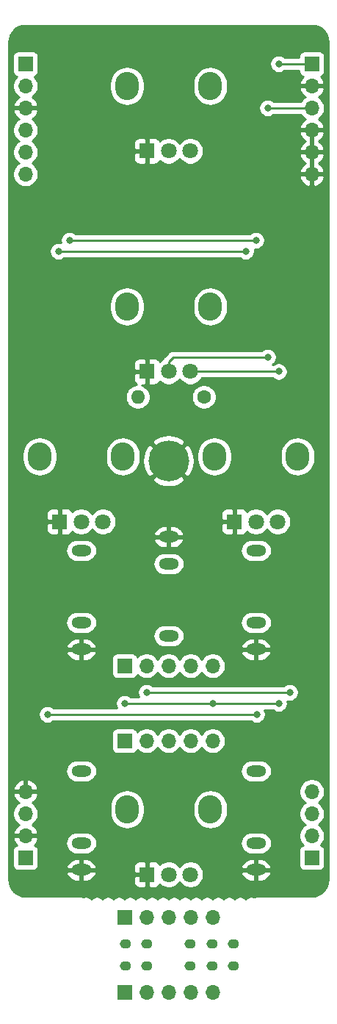
<source format=gbr>
G04 #@! TF.GenerationSoftware,KiCad,Pcbnew,(5.1.10)-1*
G04 #@! TF.CreationDate,2021-07-18T07:49:12+02:00*
G04 #@! TF.ProjectId,YuSynth Improved Steiner VCF Control,59755379-6e74-4682-9049-6d70726f7665,rev?*
G04 #@! TF.SameCoordinates,Original*
G04 #@! TF.FileFunction,Copper,L2,Bot*
G04 #@! TF.FilePolarity,Positive*
%FSLAX46Y46*%
G04 Gerber Fmt 4.6, Leading zero omitted, Abs format (unit mm)*
G04 Created by KiCad (PCBNEW (5.1.10)-1) date 2021-07-18 07:49:12*
%MOMM*%
%LPD*%
G01*
G04 APERTURE LIST*
G04 #@! TA.AperFunction,ComponentPad*
%ADD10O,1.300000X1.100000*%
G04 #@! TD*
G04 #@! TA.AperFunction,ComponentPad*
%ADD11O,1.700000X1.700000*%
G04 #@! TD*
G04 #@! TA.AperFunction,ComponentPad*
%ADD12R,1.700000X1.700000*%
G04 #@! TD*
G04 #@! TA.AperFunction,ComponentPad*
%ADD13C,4.700000*%
G04 #@! TD*
G04 #@! TA.AperFunction,ComponentPad*
%ADD14O,1.600000X1.600000*%
G04 #@! TD*
G04 #@! TA.AperFunction,ComponentPad*
%ADD15C,1.600000*%
G04 #@! TD*
G04 #@! TA.AperFunction,ComponentPad*
%ADD16O,2.720000X3.240000*%
G04 #@! TD*
G04 #@! TA.AperFunction,ComponentPad*
%ADD17C,1.800000*%
G04 #@! TD*
G04 #@! TA.AperFunction,ComponentPad*
%ADD18R,1.800000X1.800000*%
G04 #@! TD*
G04 #@! TA.AperFunction,ComponentPad*
%ADD19O,2.300000X1.300000*%
G04 #@! TD*
G04 #@! TA.AperFunction,ViaPad*
%ADD20C,0.800000*%
G04 #@! TD*
G04 #@! TA.AperFunction,Conductor*
%ADD21C,0.250000*%
G04 #@! TD*
G04 #@! TA.AperFunction,Conductor*
%ADD22C,0.254000*%
G04 #@! TD*
G04 #@! TA.AperFunction,Conductor*
%ADD23C,0.100000*%
G04 #@! TD*
G04 APERTURE END LIST*
D10*
G04 #@! TO.P,SW1,10*
G04 #@! TO.N,Net-(J13-Pad5)*
X26550000Y-108938000D03*
G04 #@! TO.P,SW1,9*
G04 #@! TO.N,Net-(J13-Pad4)*
X24050000Y-108938000D03*
G04 #@! TO.P,SW1,8*
G04 #@! TO.N,Net-(J13-Pad3)*
X21550000Y-108938000D03*
G04 #@! TO.P,SW1,7*
G04 #@! TO.N,Net-(J13-Pad2)*
X16550000Y-108938000D03*
G04 #@! TO.P,SW1,6*
G04 #@! TO.N,Net-(J13-Pad1)*
X14050000Y-108938000D03*
G04 #@! TO.P,SW1,5*
G04 #@! TO.N,Net-(J12-Pad5)*
X26550000Y-106438000D03*
G04 #@! TO.P,SW1,4*
G04 #@! TO.N,Net-(J12-Pad4)*
X24050000Y-106438000D03*
G04 #@! TO.P,SW1,3*
G04 #@! TO.N,Net-(J12-Pad3)*
X21550000Y-106438000D03*
G04 #@! TO.P,SW1,2*
G04 #@! TO.N,Net-(J12-Pad2)*
X16550000Y-106438000D03*
G04 #@! TO.P,SW1,1*
G04 #@! TO.N,Net-(J12-Pad1)*
X14050000Y-106438000D03*
G04 #@! TD*
D11*
G04 #@! TO.P,J13,5*
G04 #@! TO.N,Net-(J13-Pad5)*
X24130000Y-112010000D03*
G04 #@! TO.P,J13,4*
G04 #@! TO.N,Net-(J13-Pad4)*
X21590000Y-112010000D03*
G04 #@! TO.P,J13,3*
G04 #@! TO.N,Net-(J13-Pad3)*
X19050000Y-112010000D03*
G04 #@! TO.P,J13,2*
G04 #@! TO.N,Net-(J13-Pad2)*
X16510000Y-112010000D03*
D12*
G04 #@! TO.P,J13,1*
G04 #@! TO.N,Net-(J13-Pad1)*
X13970000Y-112010000D03*
G04 #@! TD*
D11*
G04 #@! TO.P,J12,5*
G04 #@! TO.N,Net-(J12-Pad5)*
X24130000Y-103370000D03*
G04 #@! TO.P,J12,4*
G04 #@! TO.N,Net-(J12-Pad4)*
X21590000Y-103370000D03*
G04 #@! TO.P,J12,3*
G04 #@! TO.N,Net-(J12-Pad3)*
X19050000Y-103370000D03*
G04 #@! TO.P,J12,2*
G04 #@! TO.N,Net-(J12-Pad2)*
X16510000Y-103370000D03*
D12*
G04 #@! TO.P,J12,1*
G04 #@! TO.N,Net-(J12-Pad1)*
X13970000Y-103370000D03*
G04 #@! TD*
D13*
G04 #@! TO.P,H1,1*
G04 #@! TO.N,GND*
X19050000Y-50800000D03*
G04 #@! TD*
D11*
G04 #@! TO.P,J11,6*
G04 #@! TO.N,GND*
X35560000Y-17780000D03*
G04 #@! TO.P,J11,5*
X35560000Y-15240000D03*
G04 #@! TO.P,J11,4*
X35560000Y-12700000D03*
G04 #@! TO.P,J11,3*
G04 #@! TO.N,Res_Out*
X35560000Y-10160000D03*
G04 #@! TO.P,J11,2*
G04 #@! TO.N,GND*
X35560000Y-7620000D03*
D12*
G04 #@! TO.P,J11,1*
G04 #@! TO.N,Res_In*
X35560000Y-5080000D03*
G04 #@! TD*
D11*
G04 #@! TO.P,J10,6*
G04 #@! TO.N,vOct*
X2540000Y-17780000D03*
G04 #@! TO.P,J10,5*
G04 #@! TO.N,CV#2*
X2540000Y-15240000D03*
G04 #@! TO.P,J10,4*
G04 #@! TO.N,CV#1*
X2540000Y-12700000D03*
G04 #@! TO.P,J10,3*
G04 #@! TO.N,GND*
X2540000Y-10160000D03*
G04 #@! TO.P,J10,2*
G04 #@! TO.N,CO_Out*
X2540000Y-7620000D03*
D12*
G04 #@! TO.P,J10,1*
G04 #@! TO.N,CO_In*
X2540000Y-5080000D03*
G04 #@! TD*
D11*
G04 #@! TO.P,J9,4*
G04 #@! TO.N,SW_C*
X35560000Y-88900000D03*
G04 #@! TO.P,J9,3*
G04 #@! TO.N,SW_B*
X35560000Y-91440000D03*
G04 #@! TO.P,J9,2*
G04 #@! TO.N,SW_A*
X35560000Y-93980000D03*
D12*
G04 #@! TO.P,J9,1*
G04 #@! TO.N,SW_In*
X35560000Y-96520000D03*
G04 #@! TD*
D11*
G04 #@! TO.P,J8,4*
G04 #@! TO.N,GND*
X2540000Y-88900000D03*
G04 #@! TO.P,J8,3*
G04 #@! TO.N,AudioOut*
X2540000Y-91440000D03*
G04 #@! TO.P,J8,2*
G04 #@! TO.N,GND*
X2540000Y-93980000D03*
D12*
G04 #@! TO.P,J8,1*
G04 #@! TO.N,AudioIn*
X2540000Y-96520000D03*
G04 #@! TD*
D14*
G04 #@! TO.P,R1,2*
G04 #@! TO.N,Res_Out*
X15494000Y-43434000D03*
D15*
G04 #@! TO.P,R1,1*
G04 #@! TO.N,Res_In*
X23114000Y-43434000D03*
G04 #@! TD*
D11*
G04 #@! TO.P,J7,5*
G04 #@! TO.N,SW_C*
X24130000Y-74420000D03*
G04 #@! TO.P,J7,4*
X21590000Y-74420000D03*
G04 #@! TO.P,J7,3*
G04 #@! TO.N,SW_In*
X19050000Y-74420000D03*
G04 #@! TO.P,J7,2*
G04 #@! TO.N,SW_B*
X16510000Y-74420000D03*
D12*
G04 #@! TO.P,J7,1*
G04 #@! TO.N,SW_A*
X13970000Y-74420000D03*
G04 #@! TD*
D11*
G04 #@! TO.P,J6,5*
G04 #@! TO.N,SW_A*
X24130000Y-83060000D03*
G04 #@! TO.P,J6,4*
G04 #@! TO.N,N/C*
X21590000Y-83060000D03*
G04 #@! TO.P,J6,3*
G04 #@! TO.N,SW_In*
X19050000Y-83060000D03*
G04 #@! TO.P,J6,2*
G04 #@! TO.N,N/C*
X16510000Y-83060000D03*
D12*
G04 #@! TO.P,J6,1*
X13970000Y-83060000D03*
G04 #@! TD*
D16*
G04 #@! TO.P,RV5,*
G04 #@! TO.N,*
X14250000Y-33020000D03*
X23850000Y-33020000D03*
D17*
G04 #@! TO.P,RV5,3*
G04 #@! TO.N,Res_In*
X21550000Y-40520000D03*
G04 #@! TO.P,RV5,2*
G04 #@! TO.N,Res_Out*
X19050000Y-40520000D03*
D18*
G04 #@! TO.P,RV5,1*
G04 #@! TO.N,GND*
X16550000Y-40520000D03*
G04 #@! TD*
D16*
G04 #@! TO.P,RV4,*
G04 #@! TO.N,*
X14250000Y-7620000D03*
X23850000Y-7620000D03*
D17*
G04 #@! TO.P,RV4,3*
G04 #@! TO.N,CO_In*
X21550000Y-15120000D03*
G04 #@! TO.P,RV4,2*
G04 #@! TO.N,CO_Out*
X19050000Y-15120000D03*
D18*
G04 #@! TO.P,RV4,1*
G04 #@! TO.N,GND*
X16550000Y-15120000D03*
G04 #@! TD*
D19*
G04 #@! TO.P,J5,T*
G04 #@! TO.N,vOct*
X19050000Y-70960000D03*
G04 #@! TO.P,J5,TN*
G04 #@! TO.N,N/C*
X19050000Y-62660000D03*
G04 #@! TO.P,J5,S*
G04 #@! TO.N,GND*
X19050000Y-59560000D03*
G04 #@! TD*
D16*
G04 #@! TO.P,RV3,*
G04 #@! TO.N,*
X4175000Y-50300000D03*
X13775000Y-50300000D03*
D17*
G04 #@! TO.P,RV3,3*
G04 #@! TO.N,Net-(J3-PadT)*
X11475000Y-57800000D03*
G04 #@! TO.P,RV3,2*
G04 #@! TO.N,CV#1*
X8975000Y-57800000D03*
D18*
G04 #@! TO.P,RV3,1*
G04 #@! TO.N,GND*
X6475000Y-57800000D03*
G04 #@! TD*
D16*
G04 #@! TO.P,RV2,*
G04 #@! TO.N,*
X24325000Y-50300000D03*
X33925000Y-50300000D03*
D17*
G04 #@! TO.P,RV2,3*
G04 #@! TO.N,Net-(J4-PadT)*
X31625000Y-57800000D03*
G04 #@! TO.P,RV2,2*
G04 #@! TO.N,CV#2*
X29125000Y-57800000D03*
D18*
G04 #@! TO.P,RV2,1*
G04 #@! TO.N,GND*
X26625000Y-57800000D03*
G04 #@! TD*
D19*
G04 #@! TO.P,J4,T*
G04 #@! TO.N,Net-(J4-PadT)*
X29125000Y-61120000D03*
G04 #@! TO.P,J4,TN*
G04 #@! TO.N,N/C*
X29125000Y-69420000D03*
G04 #@! TO.P,J4,S*
G04 #@! TO.N,GND*
X29125000Y-72520000D03*
G04 #@! TD*
G04 #@! TO.P,J3,T*
G04 #@! TO.N,Net-(J3-PadT)*
X8975000Y-61120000D03*
G04 #@! TO.P,J3,TN*
G04 #@! TO.N,N/C*
X8975000Y-69420000D03*
G04 #@! TO.P,J3,S*
G04 #@! TO.N,GND*
X8975000Y-72520000D03*
G04 #@! TD*
G04 #@! TO.P,J2,T*
G04 #@! TO.N,AudioOut*
X29125000Y-86520000D03*
G04 #@! TO.P,J2,TN*
G04 #@! TO.N,N/C*
X29125000Y-94820000D03*
G04 #@! TO.P,J2,S*
G04 #@! TO.N,GND*
X29125000Y-97920000D03*
G04 #@! TD*
D16*
G04 #@! TO.P,RV1,*
G04 #@! TO.N,*
X14262760Y-90940000D03*
X23862760Y-90940000D03*
D17*
G04 #@! TO.P,RV1,3*
G04 #@! TO.N,Net-(J1-PadT)*
X21562760Y-98440000D03*
G04 #@! TO.P,RV1,2*
G04 #@! TO.N,AudioIn*
X19062760Y-98440000D03*
D18*
G04 #@! TO.P,RV1,1*
G04 #@! TO.N,GND*
X16562760Y-98440000D03*
G04 #@! TD*
D19*
G04 #@! TO.P,J1,T*
G04 #@! TO.N,Net-(J1-PadT)*
X8975000Y-86520000D03*
G04 #@! TO.P,J1,TN*
G04 #@! TO.N,N/C*
X8975000Y-94820000D03*
G04 #@! TO.P,J1,S*
G04 #@! TO.N,GND*
X8975000Y-97920000D03*
G04 #@! TD*
D20*
G04 #@! TO.N,GND*
X30480000Y-82550000D03*
X34290000Y-81280000D03*
X33020000Y-92710000D03*
X17780000Y-22860000D03*
X5080000Y-13970000D03*
X5080000Y-16510000D03*
X5080000Y-6350000D03*
G04 #@! TO.N,AudioOut*
X5080000Y-80010000D03*
X29210000Y-80010000D03*
G04 #@! TO.N,CV#2*
X29125000Y-25400000D03*
X7620000Y-25400000D03*
G04 #@! TO.N,vOct*
X27940000Y-26670000D03*
X6350000Y-26670000D03*
G04 #@! TO.N,Res_Out*
X30480000Y-38862000D03*
X30480000Y-10160000D03*
G04 #@! TO.N,Res_In*
X31750000Y-40520000D03*
X31750000Y-5080000D03*
G04 #@! TO.N,SW_A*
X13970000Y-78740000D03*
X24130000Y-78740000D03*
X31750000Y-78740000D03*
G04 #@! TO.N,SW_B*
X16510000Y-77470000D03*
X33020000Y-77470000D03*
G04 #@! TD*
D21*
G04 #@! TO.N,AudioOut*
X5080000Y-80010000D02*
X29210000Y-80010000D01*
X29210000Y-80010000D02*
X29210000Y-80010000D01*
G04 #@! TO.N,CV#2*
X29125000Y-25400000D02*
X7620000Y-25400000D01*
X7620000Y-25400000D02*
X7620000Y-25400000D01*
G04 #@! TO.N,vOct*
X27940000Y-26670000D02*
X6350000Y-26670000D01*
X6350000Y-26670000D02*
X6350000Y-26670000D01*
G04 #@! TO.N,Res_Out*
X19558000Y-38862000D02*
X30480000Y-38862000D01*
X19050000Y-39370000D02*
X19558000Y-38862000D01*
X19050000Y-40520000D02*
X19050000Y-39370000D01*
X30480000Y-38862000D02*
X30480000Y-38862000D01*
X30480000Y-10160000D02*
X35560000Y-10160000D01*
G04 #@! TO.N,Res_In*
X21550000Y-40520000D02*
X31750000Y-40520000D01*
X31750000Y-40520000D02*
X31750000Y-40520000D01*
X31750000Y-5080000D02*
X35560000Y-5080000D01*
G04 #@! TO.N,SW_A*
X13970000Y-78740000D02*
X24130000Y-78740000D01*
X24130000Y-78740000D02*
X31750000Y-78740000D01*
X31750000Y-78740000D02*
X31750000Y-78740000D01*
G04 #@! TO.N,SW_B*
X16510000Y-77470000D02*
X33020000Y-77470000D01*
X33020000Y-77470000D02*
X33020000Y-77470000D01*
G04 #@! TD*
D22*
G04 #@! TO.N,GND*
X35924545Y-698909D02*
X36275208Y-804780D01*
X36598625Y-976744D01*
X36882484Y-1208254D01*
X37115965Y-1490486D01*
X37290183Y-1812695D01*
X37398502Y-2162614D01*
X37440000Y-2557443D01*
X37440001Y-99027711D01*
X37401091Y-99424545D01*
X37295220Y-99775206D01*
X37123257Y-100098623D01*
X36891748Y-100382482D01*
X36609514Y-100615965D01*
X36287304Y-100790184D01*
X35937385Y-100898502D01*
X35542557Y-100940000D01*
X29242419Y-100940000D01*
X29210000Y-100936807D01*
X29177581Y-100940000D01*
X29080617Y-100949550D01*
X28956207Y-100987290D01*
X28890124Y-101022612D01*
X28833145Y-100999010D01*
X28662165Y-100965000D01*
X28487835Y-100965000D01*
X28316855Y-100999010D01*
X28155795Y-101065723D01*
X28010845Y-101162576D01*
X27940000Y-101233421D01*
X27869155Y-101162576D01*
X27724205Y-101065723D01*
X27563145Y-100999010D01*
X27392165Y-100965000D01*
X27217835Y-100965000D01*
X27046855Y-100999010D01*
X26885795Y-101065723D01*
X26740845Y-101162576D01*
X26670000Y-101233421D01*
X26599155Y-101162576D01*
X26454205Y-101065723D01*
X26293145Y-100999010D01*
X26122165Y-100965000D01*
X25947835Y-100965000D01*
X25776855Y-100999010D01*
X25615795Y-101065723D01*
X25470845Y-101162576D01*
X25400000Y-101233421D01*
X25329155Y-101162576D01*
X25184205Y-101065723D01*
X25023145Y-100999010D01*
X24852165Y-100965000D01*
X24677835Y-100965000D01*
X24506855Y-100999010D01*
X24345795Y-101065723D01*
X24200845Y-101162576D01*
X24130000Y-101233421D01*
X24059155Y-101162576D01*
X23914205Y-101065723D01*
X23753145Y-100999010D01*
X23582165Y-100965000D01*
X23407835Y-100965000D01*
X23236855Y-100999010D01*
X23075795Y-101065723D01*
X22930845Y-101162576D01*
X22860000Y-101233421D01*
X22789155Y-101162576D01*
X22644205Y-101065723D01*
X22483145Y-100999010D01*
X22312165Y-100965000D01*
X22137835Y-100965000D01*
X21966855Y-100999010D01*
X21805795Y-101065723D01*
X21660845Y-101162576D01*
X21590000Y-101233421D01*
X21519155Y-101162576D01*
X21374205Y-101065723D01*
X21213145Y-100999010D01*
X21042165Y-100965000D01*
X20867835Y-100965000D01*
X20696855Y-100999010D01*
X20535795Y-101065723D01*
X20390845Y-101162576D01*
X20320000Y-101233421D01*
X20249155Y-101162576D01*
X20104205Y-101065723D01*
X19943145Y-100999010D01*
X19772165Y-100965000D01*
X19597835Y-100965000D01*
X19426855Y-100999010D01*
X19265795Y-101065723D01*
X19120845Y-101162576D01*
X19050000Y-101233421D01*
X18979155Y-101162576D01*
X18834205Y-101065723D01*
X18673145Y-100999010D01*
X18502165Y-100965000D01*
X18327835Y-100965000D01*
X18156855Y-100999010D01*
X17995795Y-101065723D01*
X17850845Y-101162576D01*
X17780000Y-101233421D01*
X17709155Y-101162576D01*
X17564205Y-101065723D01*
X17403145Y-100999010D01*
X17232165Y-100965000D01*
X17057835Y-100965000D01*
X16886855Y-100999010D01*
X16725795Y-101065723D01*
X16580845Y-101162576D01*
X16510000Y-101233421D01*
X16439155Y-101162576D01*
X16294205Y-101065723D01*
X16133145Y-100999010D01*
X15962165Y-100965000D01*
X15787835Y-100965000D01*
X15616855Y-100999010D01*
X15455795Y-101065723D01*
X15310845Y-101162576D01*
X15240000Y-101233421D01*
X15169155Y-101162576D01*
X15024205Y-101065723D01*
X14863145Y-100999010D01*
X14692165Y-100965000D01*
X14517835Y-100965000D01*
X14346855Y-100999010D01*
X14185795Y-101065723D01*
X14040845Y-101162576D01*
X13970000Y-101233421D01*
X13899155Y-101162576D01*
X13754205Y-101065723D01*
X13593145Y-100999010D01*
X13422165Y-100965000D01*
X13247835Y-100965000D01*
X13076855Y-100999010D01*
X12915795Y-101065723D01*
X12770845Y-101162576D01*
X12700000Y-101233421D01*
X12629155Y-101162576D01*
X12484205Y-101065723D01*
X12323145Y-100999010D01*
X12152165Y-100965000D01*
X11977835Y-100965000D01*
X11806855Y-100999010D01*
X11645795Y-101065723D01*
X11500845Y-101162576D01*
X11430000Y-101233421D01*
X11359155Y-101162576D01*
X11214205Y-101065723D01*
X11053145Y-100999010D01*
X10882165Y-100965000D01*
X10707835Y-100965000D01*
X10536855Y-100999010D01*
X10375795Y-101065723D01*
X10230845Y-101162576D01*
X10160000Y-101233421D01*
X10089155Y-101162576D01*
X9944205Y-101065723D01*
X9783145Y-100999010D01*
X9612165Y-100965000D01*
X9437835Y-100965000D01*
X9266855Y-100999010D01*
X9209876Y-101022612D01*
X9143793Y-100987290D01*
X9019383Y-100949550D01*
X8922419Y-100940000D01*
X8890000Y-100936807D01*
X8857581Y-100940000D01*
X2572279Y-100940000D01*
X2175455Y-100901091D01*
X1824794Y-100795220D01*
X1501377Y-100623257D01*
X1217518Y-100391748D01*
X984035Y-100109514D01*
X809816Y-99787304D01*
X701498Y-99437385D01*
X691263Y-99340000D01*
X15024688Y-99340000D01*
X15036948Y-99464482D01*
X15073258Y-99584180D01*
X15132223Y-99694494D01*
X15211575Y-99791185D01*
X15308266Y-99870537D01*
X15418580Y-99929502D01*
X15538278Y-99965812D01*
X15662760Y-99978072D01*
X16277010Y-99975000D01*
X16435760Y-99816250D01*
X16435760Y-98567000D01*
X15186510Y-98567000D01*
X15027760Y-98725750D01*
X15024688Y-99340000D01*
X691263Y-99340000D01*
X660000Y-99042557D01*
X660000Y-98245471D01*
X7231901Y-98245471D01*
X7239213Y-98294415D01*
X7336003Y-98528311D01*
X7476564Y-98738830D01*
X7655495Y-98917882D01*
X7865919Y-99058585D01*
X8099749Y-99155533D01*
X8348000Y-99205000D01*
X8848000Y-99205000D01*
X8848000Y-98047000D01*
X9102000Y-98047000D01*
X9102000Y-99205000D01*
X9602000Y-99205000D01*
X9850251Y-99155533D01*
X10084081Y-99058585D01*
X10294505Y-98917882D01*
X10473436Y-98738830D01*
X10613997Y-98528311D01*
X10710787Y-98294415D01*
X10718099Y-98245471D01*
X10594067Y-98047000D01*
X9102000Y-98047000D01*
X8848000Y-98047000D01*
X7355933Y-98047000D01*
X7231901Y-98245471D01*
X660000Y-98245471D01*
X660000Y-95670000D01*
X1051928Y-95670000D01*
X1051928Y-97370000D01*
X1064188Y-97494482D01*
X1100498Y-97614180D01*
X1159463Y-97724494D01*
X1238815Y-97821185D01*
X1335506Y-97900537D01*
X1445820Y-97959502D01*
X1565518Y-97995812D01*
X1690000Y-98008072D01*
X3390000Y-98008072D01*
X3514482Y-97995812D01*
X3634180Y-97959502D01*
X3744494Y-97900537D01*
X3841185Y-97821185D01*
X3920537Y-97724494D01*
X3979502Y-97614180D01*
X3985463Y-97594529D01*
X7231901Y-97594529D01*
X7355933Y-97793000D01*
X8848000Y-97793000D01*
X8848000Y-96635000D01*
X9102000Y-96635000D01*
X9102000Y-97793000D01*
X10594067Y-97793000D01*
X10718099Y-97594529D01*
X10710787Y-97545585D01*
X10708476Y-97540000D01*
X15024688Y-97540000D01*
X15027760Y-98154250D01*
X15186510Y-98313000D01*
X16435760Y-98313000D01*
X16435760Y-97063750D01*
X16689760Y-97063750D01*
X16689760Y-98313000D01*
X16709760Y-98313000D01*
X16709760Y-98567000D01*
X16689760Y-98567000D01*
X16689760Y-99816250D01*
X16848510Y-99975000D01*
X17462760Y-99978072D01*
X17587242Y-99965812D01*
X17706940Y-99929502D01*
X17817254Y-99870537D01*
X17913945Y-99791185D01*
X17993297Y-99694494D01*
X18046640Y-99594697D01*
X18084255Y-99632312D01*
X18335665Y-99800299D01*
X18615017Y-99916011D01*
X18911576Y-99975000D01*
X19213944Y-99975000D01*
X19510503Y-99916011D01*
X19789855Y-99800299D01*
X20041265Y-99632312D01*
X20255072Y-99418505D01*
X20312760Y-99332169D01*
X20370448Y-99418505D01*
X20584255Y-99632312D01*
X20835665Y-99800299D01*
X21115017Y-99916011D01*
X21411576Y-99975000D01*
X21713944Y-99975000D01*
X22010503Y-99916011D01*
X22289855Y-99800299D01*
X22541265Y-99632312D01*
X22755072Y-99418505D01*
X22923059Y-99167095D01*
X23038771Y-98887743D01*
X23097760Y-98591184D01*
X23097760Y-98288816D01*
X23089139Y-98245471D01*
X27381901Y-98245471D01*
X27389213Y-98294415D01*
X27486003Y-98528311D01*
X27626564Y-98738830D01*
X27805495Y-98917882D01*
X28015919Y-99058585D01*
X28249749Y-99155533D01*
X28498000Y-99205000D01*
X28998000Y-99205000D01*
X28998000Y-98047000D01*
X29252000Y-98047000D01*
X29252000Y-99205000D01*
X29752000Y-99205000D01*
X30000251Y-99155533D01*
X30234081Y-99058585D01*
X30444505Y-98917882D01*
X30623436Y-98738830D01*
X30763997Y-98528311D01*
X30860787Y-98294415D01*
X30868099Y-98245471D01*
X30744067Y-98047000D01*
X29252000Y-98047000D01*
X28998000Y-98047000D01*
X27505933Y-98047000D01*
X27381901Y-98245471D01*
X23089139Y-98245471D01*
X23038771Y-97992257D01*
X22923059Y-97712905D01*
X22843963Y-97594529D01*
X27381901Y-97594529D01*
X27505933Y-97793000D01*
X28998000Y-97793000D01*
X28998000Y-96635000D01*
X29252000Y-96635000D01*
X29252000Y-97793000D01*
X30744067Y-97793000D01*
X30868099Y-97594529D01*
X30860787Y-97545585D01*
X30763997Y-97311689D01*
X30623436Y-97101170D01*
X30444505Y-96922118D01*
X30234081Y-96781415D01*
X30000251Y-96684467D01*
X29752000Y-96635000D01*
X29252000Y-96635000D01*
X28998000Y-96635000D01*
X28498000Y-96635000D01*
X28249749Y-96684467D01*
X28015919Y-96781415D01*
X27805495Y-96922118D01*
X27626564Y-97101170D01*
X27486003Y-97311689D01*
X27389213Y-97545585D01*
X27381901Y-97594529D01*
X22843963Y-97594529D01*
X22755072Y-97461495D01*
X22541265Y-97247688D01*
X22289855Y-97079701D01*
X22010503Y-96963989D01*
X21713944Y-96905000D01*
X21411576Y-96905000D01*
X21115017Y-96963989D01*
X20835665Y-97079701D01*
X20584255Y-97247688D01*
X20370448Y-97461495D01*
X20312760Y-97547831D01*
X20255072Y-97461495D01*
X20041265Y-97247688D01*
X19789855Y-97079701D01*
X19510503Y-96963989D01*
X19213944Y-96905000D01*
X18911576Y-96905000D01*
X18615017Y-96963989D01*
X18335665Y-97079701D01*
X18084255Y-97247688D01*
X18046640Y-97285303D01*
X17993297Y-97185506D01*
X17913945Y-97088815D01*
X17817254Y-97009463D01*
X17706940Y-96950498D01*
X17587242Y-96914188D01*
X17462760Y-96901928D01*
X16848510Y-96905000D01*
X16689760Y-97063750D01*
X16435760Y-97063750D01*
X16277010Y-96905000D01*
X15662760Y-96901928D01*
X15538278Y-96914188D01*
X15418580Y-96950498D01*
X15308266Y-97009463D01*
X15211575Y-97088815D01*
X15132223Y-97185506D01*
X15073258Y-97295820D01*
X15036948Y-97415518D01*
X15024688Y-97540000D01*
X10708476Y-97540000D01*
X10613997Y-97311689D01*
X10473436Y-97101170D01*
X10294505Y-96922118D01*
X10084081Y-96781415D01*
X9850251Y-96684467D01*
X9602000Y-96635000D01*
X9102000Y-96635000D01*
X8848000Y-96635000D01*
X8348000Y-96635000D01*
X8099749Y-96684467D01*
X7865919Y-96781415D01*
X7655495Y-96922118D01*
X7476564Y-97101170D01*
X7336003Y-97311689D01*
X7239213Y-97545585D01*
X7231901Y-97594529D01*
X3985463Y-97594529D01*
X4015812Y-97494482D01*
X4028072Y-97370000D01*
X4028072Y-95670000D01*
X4015812Y-95545518D01*
X3979502Y-95425820D01*
X3920537Y-95315506D01*
X3841185Y-95218815D01*
X3744494Y-95139463D01*
X3634180Y-95080498D01*
X3553534Y-95056034D01*
X3637588Y-94980269D01*
X3757131Y-94820000D01*
X7183783Y-94820000D01*
X7208593Y-95071904D01*
X7282071Y-95314127D01*
X7401392Y-95537362D01*
X7561972Y-95733028D01*
X7757638Y-95893608D01*
X7980873Y-96012929D01*
X8223096Y-96086407D01*
X8411877Y-96105000D01*
X9538123Y-96105000D01*
X9726904Y-96086407D01*
X9969127Y-96012929D01*
X10192362Y-95893608D01*
X10388028Y-95733028D01*
X10548608Y-95537362D01*
X10667929Y-95314127D01*
X10741407Y-95071904D01*
X10766217Y-94820000D01*
X27333783Y-94820000D01*
X27358593Y-95071904D01*
X27432071Y-95314127D01*
X27551392Y-95537362D01*
X27711972Y-95733028D01*
X27907638Y-95893608D01*
X28130873Y-96012929D01*
X28373096Y-96086407D01*
X28561877Y-96105000D01*
X29688123Y-96105000D01*
X29876904Y-96086407D01*
X30119127Y-96012929D01*
X30342362Y-95893608D01*
X30538028Y-95733028D01*
X30589754Y-95670000D01*
X34071928Y-95670000D01*
X34071928Y-97370000D01*
X34084188Y-97494482D01*
X34120498Y-97614180D01*
X34179463Y-97724494D01*
X34258815Y-97821185D01*
X34355506Y-97900537D01*
X34465820Y-97959502D01*
X34585518Y-97995812D01*
X34710000Y-98008072D01*
X36410000Y-98008072D01*
X36534482Y-97995812D01*
X36654180Y-97959502D01*
X36764494Y-97900537D01*
X36861185Y-97821185D01*
X36940537Y-97724494D01*
X36999502Y-97614180D01*
X37035812Y-97494482D01*
X37048072Y-97370000D01*
X37048072Y-95670000D01*
X37035812Y-95545518D01*
X36999502Y-95425820D01*
X36940537Y-95315506D01*
X36861185Y-95218815D01*
X36764494Y-95139463D01*
X36654180Y-95080498D01*
X36581620Y-95058487D01*
X36713475Y-94926632D01*
X36875990Y-94683411D01*
X36987932Y-94413158D01*
X37045000Y-94126260D01*
X37045000Y-93833740D01*
X36987932Y-93546842D01*
X36875990Y-93276589D01*
X36713475Y-93033368D01*
X36506632Y-92826525D01*
X36332240Y-92710000D01*
X36506632Y-92593475D01*
X36713475Y-92386632D01*
X36875990Y-92143411D01*
X36987932Y-91873158D01*
X37045000Y-91586260D01*
X37045000Y-91293740D01*
X36987932Y-91006842D01*
X36875990Y-90736589D01*
X36713475Y-90493368D01*
X36506632Y-90286525D01*
X36332240Y-90170000D01*
X36506632Y-90053475D01*
X36713475Y-89846632D01*
X36875990Y-89603411D01*
X36987932Y-89333158D01*
X37045000Y-89046260D01*
X37045000Y-88753740D01*
X36987932Y-88466842D01*
X36875990Y-88196589D01*
X36713475Y-87953368D01*
X36506632Y-87746525D01*
X36263411Y-87584010D01*
X35993158Y-87472068D01*
X35706260Y-87415000D01*
X35413740Y-87415000D01*
X35126842Y-87472068D01*
X34856589Y-87584010D01*
X34613368Y-87746525D01*
X34406525Y-87953368D01*
X34244010Y-88196589D01*
X34132068Y-88466842D01*
X34075000Y-88753740D01*
X34075000Y-89046260D01*
X34132068Y-89333158D01*
X34244010Y-89603411D01*
X34406525Y-89846632D01*
X34613368Y-90053475D01*
X34787760Y-90170000D01*
X34613368Y-90286525D01*
X34406525Y-90493368D01*
X34244010Y-90736589D01*
X34132068Y-91006842D01*
X34075000Y-91293740D01*
X34075000Y-91586260D01*
X34132068Y-91873158D01*
X34244010Y-92143411D01*
X34406525Y-92386632D01*
X34613368Y-92593475D01*
X34787760Y-92710000D01*
X34613368Y-92826525D01*
X34406525Y-93033368D01*
X34244010Y-93276589D01*
X34132068Y-93546842D01*
X34075000Y-93833740D01*
X34075000Y-94126260D01*
X34132068Y-94413158D01*
X34244010Y-94683411D01*
X34406525Y-94926632D01*
X34538380Y-95058487D01*
X34465820Y-95080498D01*
X34355506Y-95139463D01*
X34258815Y-95218815D01*
X34179463Y-95315506D01*
X34120498Y-95425820D01*
X34084188Y-95545518D01*
X34071928Y-95670000D01*
X30589754Y-95670000D01*
X30698608Y-95537362D01*
X30817929Y-95314127D01*
X30891407Y-95071904D01*
X30916217Y-94820000D01*
X30891407Y-94568096D01*
X30817929Y-94325873D01*
X30698608Y-94102638D01*
X30538028Y-93906972D01*
X30342362Y-93746392D01*
X30119127Y-93627071D01*
X29876904Y-93553593D01*
X29688123Y-93535000D01*
X28561877Y-93535000D01*
X28373096Y-93553593D01*
X28130873Y-93627071D01*
X27907638Y-93746392D01*
X27711972Y-93906972D01*
X27551392Y-94102638D01*
X27432071Y-94325873D01*
X27358593Y-94568096D01*
X27333783Y-94820000D01*
X10766217Y-94820000D01*
X10741407Y-94568096D01*
X10667929Y-94325873D01*
X10548608Y-94102638D01*
X10388028Y-93906972D01*
X10192362Y-93746392D01*
X9969127Y-93627071D01*
X9726904Y-93553593D01*
X9538123Y-93535000D01*
X8411877Y-93535000D01*
X8223096Y-93553593D01*
X7980873Y-93627071D01*
X7757638Y-93746392D01*
X7561972Y-93906972D01*
X7401392Y-94102638D01*
X7282071Y-94325873D01*
X7208593Y-94568096D01*
X7183783Y-94820000D01*
X3757131Y-94820000D01*
X3811641Y-94746920D01*
X3936825Y-94484099D01*
X3981476Y-94336890D01*
X3860155Y-94107000D01*
X2667000Y-94107000D01*
X2667000Y-94127000D01*
X2413000Y-94127000D01*
X2413000Y-94107000D01*
X1219845Y-94107000D01*
X1098524Y-94336890D01*
X1143175Y-94484099D01*
X1268359Y-94746920D01*
X1442412Y-94980269D01*
X1526466Y-95056034D01*
X1445820Y-95080498D01*
X1335506Y-95139463D01*
X1238815Y-95218815D01*
X1159463Y-95315506D01*
X1100498Y-95425820D01*
X1064188Y-95545518D01*
X1051928Y-95670000D01*
X660000Y-95670000D01*
X660000Y-91293740D01*
X1055000Y-91293740D01*
X1055000Y-91586260D01*
X1112068Y-91873158D01*
X1224010Y-92143411D01*
X1386525Y-92386632D01*
X1593368Y-92593475D01*
X1775534Y-92715195D01*
X1658645Y-92784822D01*
X1442412Y-92979731D01*
X1268359Y-93213080D01*
X1143175Y-93475901D01*
X1098524Y-93623110D01*
X1219845Y-93853000D01*
X2413000Y-93853000D01*
X2413000Y-93833000D01*
X2667000Y-93833000D01*
X2667000Y-93853000D01*
X3860155Y-93853000D01*
X3981476Y-93623110D01*
X3936825Y-93475901D01*
X3811641Y-93213080D01*
X3637588Y-92979731D01*
X3421355Y-92784822D01*
X3304466Y-92715195D01*
X3486632Y-92593475D01*
X3693475Y-92386632D01*
X3855990Y-92143411D01*
X3967932Y-91873158D01*
X4025000Y-91586260D01*
X4025000Y-91293740D01*
X3967932Y-91006842D01*
X3855990Y-90736589D01*
X3752699Y-90582002D01*
X12267760Y-90582002D01*
X12267760Y-91297997D01*
X12296627Y-91591087D01*
X12410703Y-91967146D01*
X12595953Y-92313725D01*
X12845257Y-92617503D01*
X13149035Y-92866807D01*
X13495613Y-93052057D01*
X13871672Y-93166133D01*
X14262760Y-93204652D01*
X14653847Y-93166133D01*
X15029906Y-93052057D01*
X15376485Y-92866807D01*
X15680263Y-92617503D01*
X15929567Y-92313725D01*
X16114817Y-91967147D01*
X16228893Y-91591088D01*
X16257760Y-91297998D01*
X16257760Y-90582003D01*
X16257760Y-90582002D01*
X21867760Y-90582002D01*
X21867760Y-91297997D01*
X21896627Y-91591087D01*
X22010703Y-91967146D01*
X22195953Y-92313725D01*
X22445257Y-92617503D01*
X22749035Y-92866807D01*
X23095613Y-93052057D01*
X23471672Y-93166133D01*
X23862760Y-93204652D01*
X24253847Y-93166133D01*
X24629906Y-93052057D01*
X24976485Y-92866807D01*
X25280263Y-92617503D01*
X25529567Y-92313725D01*
X25714817Y-91967147D01*
X25828893Y-91591088D01*
X25857760Y-91297998D01*
X25857760Y-90582003D01*
X25828893Y-90288913D01*
X25714817Y-89912853D01*
X25529567Y-89566275D01*
X25280263Y-89262497D01*
X24976485Y-89013193D01*
X24629907Y-88827943D01*
X24253848Y-88713867D01*
X23862760Y-88675348D01*
X23471673Y-88713867D01*
X23095614Y-88827943D01*
X22749036Y-89013193D01*
X22445258Y-89262497D01*
X22195953Y-89566275D01*
X22010703Y-89912853D01*
X21896627Y-90288912D01*
X21867760Y-90582002D01*
X16257760Y-90582002D01*
X16228893Y-90288913D01*
X16114817Y-89912853D01*
X15929567Y-89566275D01*
X15680263Y-89262497D01*
X15376485Y-89013193D01*
X15029907Y-88827943D01*
X14653848Y-88713867D01*
X14262760Y-88675348D01*
X13871673Y-88713867D01*
X13495614Y-88827943D01*
X13149036Y-89013193D01*
X12845258Y-89262497D01*
X12595953Y-89566275D01*
X12410703Y-89912853D01*
X12296627Y-90288912D01*
X12267760Y-90582002D01*
X3752699Y-90582002D01*
X3693475Y-90493368D01*
X3486632Y-90286525D01*
X3304466Y-90164805D01*
X3421355Y-90095178D01*
X3637588Y-89900269D01*
X3811641Y-89666920D01*
X3936825Y-89404099D01*
X3981476Y-89256890D01*
X3860155Y-89027000D01*
X2667000Y-89027000D01*
X2667000Y-89047000D01*
X2413000Y-89047000D01*
X2413000Y-89027000D01*
X1219845Y-89027000D01*
X1098524Y-89256890D01*
X1143175Y-89404099D01*
X1268359Y-89666920D01*
X1442412Y-89900269D01*
X1658645Y-90095178D01*
X1775534Y-90164805D01*
X1593368Y-90286525D01*
X1386525Y-90493368D01*
X1224010Y-90736589D01*
X1112068Y-91006842D01*
X1055000Y-91293740D01*
X660000Y-91293740D01*
X660000Y-88543110D01*
X1098524Y-88543110D01*
X1219845Y-88773000D01*
X2413000Y-88773000D01*
X2413000Y-87579186D01*
X2667000Y-87579186D01*
X2667000Y-88773000D01*
X3860155Y-88773000D01*
X3981476Y-88543110D01*
X3936825Y-88395901D01*
X3811641Y-88133080D01*
X3637588Y-87899731D01*
X3421355Y-87704822D01*
X3171252Y-87555843D01*
X2896891Y-87458519D01*
X2667000Y-87579186D01*
X2413000Y-87579186D01*
X2183109Y-87458519D01*
X1908748Y-87555843D01*
X1658645Y-87704822D01*
X1442412Y-87899731D01*
X1268359Y-88133080D01*
X1143175Y-88395901D01*
X1098524Y-88543110D01*
X660000Y-88543110D01*
X660000Y-86520000D01*
X7183783Y-86520000D01*
X7208593Y-86771904D01*
X7282071Y-87014127D01*
X7401392Y-87237362D01*
X7561972Y-87433028D01*
X7757638Y-87593608D01*
X7980873Y-87712929D01*
X8223096Y-87786407D01*
X8411877Y-87805000D01*
X9538123Y-87805000D01*
X9726904Y-87786407D01*
X9969127Y-87712929D01*
X10192362Y-87593608D01*
X10388028Y-87433028D01*
X10548608Y-87237362D01*
X10667929Y-87014127D01*
X10741407Y-86771904D01*
X10766217Y-86520000D01*
X27333783Y-86520000D01*
X27358593Y-86771904D01*
X27432071Y-87014127D01*
X27551392Y-87237362D01*
X27711972Y-87433028D01*
X27907638Y-87593608D01*
X28130873Y-87712929D01*
X28373096Y-87786407D01*
X28561877Y-87805000D01*
X29688123Y-87805000D01*
X29876904Y-87786407D01*
X30119127Y-87712929D01*
X30342362Y-87593608D01*
X30538028Y-87433028D01*
X30698608Y-87237362D01*
X30817929Y-87014127D01*
X30891407Y-86771904D01*
X30916217Y-86520000D01*
X30891407Y-86268096D01*
X30817929Y-86025873D01*
X30698608Y-85802638D01*
X30538028Y-85606972D01*
X30342362Y-85446392D01*
X30119127Y-85327071D01*
X29876904Y-85253593D01*
X29688123Y-85235000D01*
X28561877Y-85235000D01*
X28373096Y-85253593D01*
X28130873Y-85327071D01*
X27907638Y-85446392D01*
X27711972Y-85606972D01*
X27551392Y-85802638D01*
X27432071Y-86025873D01*
X27358593Y-86268096D01*
X27333783Y-86520000D01*
X10766217Y-86520000D01*
X10741407Y-86268096D01*
X10667929Y-86025873D01*
X10548608Y-85802638D01*
X10388028Y-85606972D01*
X10192362Y-85446392D01*
X9969127Y-85327071D01*
X9726904Y-85253593D01*
X9538123Y-85235000D01*
X8411877Y-85235000D01*
X8223096Y-85253593D01*
X7980873Y-85327071D01*
X7757638Y-85446392D01*
X7561972Y-85606972D01*
X7401392Y-85802638D01*
X7282071Y-86025873D01*
X7208593Y-86268096D01*
X7183783Y-86520000D01*
X660000Y-86520000D01*
X660000Y-82210000D01*
X12481928Y-82210000D01*
X12481928Y-83910000D01*
X12494188Y-84034482D01*
X12530498Y-84154180D01*
X12589463Y-84264494D01*
X12668815Y-84361185D01*
X12765506Y-84440537D01*
X12875820Y-84499502D01*
X12995518Y-84535812D01*
X13120000Y-84548072D01*
X14820000Y-84548072D01*
X14944482Y-84535812D01*
X15064180Y-84499502D01*
X15174494Y-84440537D01*
X15271185Y-84361185D01*
X15350537Y-84264494D01*
X15409502Y-84154180D01*
X15431513Y-84081620D01*
X15563368Y-84213475D01*
X15806589Y-84375990D01*
X16076842Y-84487932D01*
X16363740Y-84545000D01*
X16656260Y-84545000D01*
X16943158Y-84487932D01*
X17213411Y-84375990D01*
X17456632Y-84213475D01*
X17663475Y-84006632D01*
X17780000Y-83832240D01*
X17896525Y-84006632D01*
X18103368Y-84213475D01*
X18346589Y-84375990D01*
X18616842Y-84487932D01*
X18903740Y-84545000D01*
X19196260Y-84545000D01*
X19483158Y-84487932D01*
X19753411Y-84375990D01*
X19996632Y-84213475D01*
X20203475Y-84006632D01*
X20320000Y-83832240D01*
X20436525Y-84006632D01*
X20643368Y-84213475D01*
X20886589Y-84375990D01*
X21156842Y-84487932D01*
X21443740Y-84545000D01*
X21736260Y-84545000D01*
X22023158Y-84487932D01*
X22293411Y-84375990D01*
X22536632Y-84213475D01*
X22743475Y-84006632D01*
X22860000Y-83832240D01*
X22976525Y-84006632D01*
X23183368Y-84213475D01*
X23426589Y-84375990D01*
X23696842Y-84487932D01*
X23983740Y-84545000D01*
X24276260Y-84545000D01*
X24563158Y-84487932D01*
X24833411Y-84375990D01*
X25076632Y-84213475D01*
X25283475Y-84006632D01*
X25445990Y-83763411D01*
X25557932Y-83493158D01*
X25615000Y-83206260D01*
X25615000Y-82913740D01*
X25557932Y-82626842D01*
X25445990Y-82356589D01*
X25283475Y-82113368D01*
X25076632Y-81906525D01*
X24833411Y-81744010D01*
X24563158Y-81632068D01*
X24276260Y-81575000D01*
X23983740Y-81575000D01*
X23696842Y-81632068D01*
X23426589Y-81744010D01*
X23183368Y-81906525D01*
X22976525Y-82113368D01*
X22860000Y-82287760D01*
X22743475Y-82113368D01*
X22536632Y-81906525D01*
X22293411Y-81744010D01*
X22023158Y-81632068D01*
X21736260Y-81575000D01*
X21443740Y-81575000D01*
X21156842Y-81632068D01*
X20886589Y-81744010D01*
X20643368Y-81906525D01*
X20436525Y-82113368D01*
X20320000Y-82287760D01*
X20203475Y-82113368D01*
X19996632Y-81906525D01*
X19753411Y-81744010D01*
X19483158Y-81632068D01*
X19196260Y-81575000D01*
X18903740Y-81575000D01*
X18616842Y-81632068D01*
X18346589Y-81744010D01*
X18103368Y-81906525D01*
X17896525Y-82113368D01*
X17780000Y-82287760D01*
X17663475Y-82113368D01*
X17456632Y-81906525D01*
X17213411Y-81744010D01*
X16943158Y-81632068D01*
X16656260Y-81575000D01*
X16363740Y-81575000D01*
X16076842Y-81632068D01*
X15806589Y-81744010D01*
X15563368Y-81906525D01*
X15431513Y-82038380D01*
X15409502Y-81965820D01*
X15350537Y-81855506D01*
X15271185Y-81758815D01*
X15174494Y-81679463D01*
X15064180Y-81620498D01*
X14944482Y-81584188D01*
X14820000Y-81571928D01*
X13120000Y-81571928D01*
X12995518Y-81584188D01*
X12875820Y-81620498D01*
X12765506Y-81679463D01*
X12668815Y-81758815D01*
X12589463Y-81855506D01*
X12530498Y-81965820D01*
X12494188Y-82085518D01*
X12481928Y-82210000D01*
X660000Y-82210000D01*
X660000Y-79908061D01*
X4045000Y-79908061D01*
X4045000Y-80111939D01*
X4084774Y-80311898D01*
X4162795Y-80500256D01*
X4276063Y-80669774D01*
X4420226Y-80813937D01*
X4589744Y-80927205D01*
X4778102Y-81005226D01*
X4978061Y-81045000D01*
X5181939Y-81045000D01*
X5381898Y-81005226D01*
X5570256Y-80927205D01*
X5739774Y-80813937D01*
X5783711Y-80770000D01*
X28506289Y-80770000D01*
X28550226Y-80813937D01*
X28719744Y-80927205D01*
X28908102Y-81005226D01*
X29108061Y-81045000D01*
X29311939Y-81045000D01*
X29511898Y-81005226D01*
X29700256Y-80927205D01*
X29869774Y-80813937D01*
X30013937Y-80669774D01*
X30127205Y-80500256D01*
X30205226Y-80311898D01*
X30245000Y-80111939D01*
X30245000Y-79908061D01*
X30205226Y-79708102D01*
X30127205Y-79519744D01*
X30114013Y-79500000D01*
X31046289Y-79500000D01*
X31090226Y-79543937D01*
X31259744Y-79657205D01*
X31448102Y-79735226D01*
X31648061Y-79775000D01*
X31851939Y-79775000D01*
X32051898Y-79735226D01*
X32240256Y-79657205D01*
X32409774Y-79543937D01*
X32553937Y-79399774D01*
X32667205Y-79230256D01*
X32745226Y-79041898D01*
X32785000Y-78841939D01*
X32785000Y-78638061D01*
X32751961Y-78471961D01*
X32918061Y-78505000D01*
X33121939Y-78505000D01*
X33321898Y-78465226D01*
X33510256Y-78387205D01*
X33679774Y-78273937D01*
X33823937Y-78129774D01*
X33937205Y-77960256D01*
X34015226Y-77771898D01*
X34055000Y-77571939D01*
X34055000Y-77368061D01*
X34015226Y-77168102D01*
X33937205Y-76979744D01*
X33823937Y-76810226D01*
X33679774Y-76666063D01*
X33510256Y-76552795D01*
X33321898Y-76474774D01*
X33121939Y-76435000D01*
X32918061Y-76435000D01*
X32718102Y-76474774D01*
X32529744Y-76552795D01*
X32360226Y-76666063D01*
X32316289Y-76710000D01*
X17213711Y-76710000D01*
X17169774Y-76666063D01*
X17000256Y-76552795D01*
X16811898Y-76474774D01*
X16611939Y-76435000D01*
X16408061Y-76435000D01*
X16208102Y-76474774D01*
X16019744Y-76552795D01*
X15850226Y-76666063D01*
X15706063Y-76810226D01*
X15592795Y-76979744D01*
X15514774Y-77168102D01*
X15475000Y-77368061D01*
X15475000Y-77571939D01*
X15514774Y-77771898D01*
X15592795Y-77960256D01*
X15605987Y-77980000D01*
X14673711Y-77980000D01*
X14629774Y-77936063D01*
X14460256Y-77822795D01*
X14271898Y-77744774D01*
X14071939Y-77705000D01*
X13868061Y-77705000D01*
X13668102Y-77744774D01*
X13479744Y-77822795D01*
X13310226Y-77936063D01*
X13166063Y-78080226D01*
X13052795Y-78249744D01*
X12974774Y-78438102D01*
X12935000Y-78638061D01*
X12935000Y-78841939D01*
X12974774Y-79041898D01*
X13052795Y-79230256D01*
X13065987Y-79250000D01*
X5783711Y-79250000D01*
X5739774Y-79206063D01*
X5570256Y-79092795D01*
X5381898Y-79014774D01*
X5181939Y-78975000D01*
X4978061Y-78975000D01*
X4778102Y-79014774D01*
X4589744Y-79092795D01*
X4420226Y-79206063D01*
X4276063Y-79350226D01*
X4162795Y-79519744D01*
X4084774Y-79708102D01*
X4045000Y-79908061D01*
X660000Y-79908061D01*
X660000Y-72845471D01*
X7231901Y-72845471D01*
X7239213Y-72894415D01*
X7336003Y-73128311D01*
X7476564Y-73338830D01*
X7655495Y-73517882D01*
X7865919Y-73658585D01*
X8099749Y-73755533D01*
X8348000Y-73805000D01*
X8848000Y-73805000D01*
X8848000Y-72647000D01*
X9102000Y-72647000D01*
X9102000Y-73805000D01*
X9602000Y-73805000D01*
X9850251Y-73755533D01*
X10084081Y-73658585D01*
X10216561Y-73570000D01*
X12481928Y-73570000D01*
X12481928Y-75270000D01*
X12494188Y-75394482D01*
X12530498Y-75514180D01*
X12589463Y-75624494D01*
X12668815Y-75721185D01*
X12765506Y-75800537D01*
X12875820Y-75859502D01*
X12995518Y-75895812D01*
X13120000Y-75908072D01*
X14820000Y-75908072D01*
X14944482Y-75895812D01*
X15064180Y-75859502D01*
X15174494Y-75800537D01*
X15271185Y-75721185D01*
X15350537Y-75624494D01*
X15409502Y-75514180D01*
X15431513Y-75441620D01*
X15563368Y-75573475D01*
X15806589Y-75735990D01*
X16076842Y-75847932D01*
X16363740Y-75905000D01*
X16656260Y-75905000D01*
X16943158Y-75847932D01*
X17213411Y-75735990D01*
X17456632Y-75573475D01*
X17663475Y-75366632D01*
X17780000Y-75192240D01*
X17896525Y-75366632D01*
X18103368Y-75573475D01*
X18346589Y-75735990D01*
X18616842Y-75847932D01*
X18903740Y-75905000D01*
X19196260Y-75905000D01*
X19483158Y-75847932D01*
X19753411Y-75735990D01*
X19996632Y-75573475D01*
X20203475Y-75366632D01*
X20320000Y-75192240D01*
X20436525Y-75366632D01*
X20643368Y-75573475D01*
X20886589Y-75735990D01*
X21156842Y-75847932D01*
X21443740Y-75905000D01*
X21736260Y-75905000D01*
X22023158Y-75847932D01*
X22293411Y-75735990D01*
X22536632Y-75573475D01*
X22743475Y-75366632D01*
X22860000Y-75192240D01*
X22976525Y-75366632D01*
X23183368Y-75573475D01*
X23426589Y-75735990D01*
X23696842Y-75847932D01*
X23983740Y-75905000D01*
X24276260Y-75905000D01*
X24563158Y-75847932D01*
X24833411Y-75735990D01*
X25076632Y-75573475D01*
X25283475Y-75366632D01*
X25445990Y-75123411D01*
X25557932Y-74853158D01*
X25615000Y-74566260D01*
X25615000Y-74273740D01*
X25557932Y-73986842D01*
X25445990Y-73716589D01*
X25283475Y-73473368D01*
X25076632Y-73266525D01*
X24833411Y-73104010D01*
X24563158Y-72992068D01*
X24276260Y-72935000D01*
X23983740Y-72935000D01*
X23696842Y-72992068D01*
X23426589Y-73104010D01*
X23183368Y-73266525D01*
X22976525Y-73473368D01*
X22860000Y-73647760D01*
X22743475Y-73473368D01*
X22536632Y-73266525D01*
X22293411Y-73104010D01*
X22023158Y-72992068D01*
X21736260Y-72935000D01*
X21443740Y-72935000D01*
X21156842Y-72992068D01*
X20886589Y-73104010D01*
X20643368Y-73266525D01*
X20436525Y-73473368D01*
X20320000Y-73647760D01*
X20203475Y-73473368D01*
X19996632Y-73266525D01*
X19753411Y-73104010D01*
X19483158Y-72992068D01*
X19196260Y-72935000D01*
X18903740Y-72935000D01*
X18616842Y-72992068D01*
X18346589Y-73104010D01*
X18103368Y-73266525D01*
X17896525Y-73473368D01*
X17780000Y-73647760D01*
X17663475Y-73473368D01*
X17456632Y-73266525D01*
X17213411Y-73104010D01*
X16943158Y-72992068D01*
X16656260Y-72935000D01*
X16363740Y-72935000D01*
X16076842Y-72992068D01*
X15806589Y-73104010D01*
X15563368Y-73266525D01*
X15431513Y-73398380D01*
X15409502Y-73325820D01*
X15350537Y-73215506D01*
X15271185Y-73118815D01*
X15174494Y-73039463D01*
X15064180Y-72980498D01*
X14944482Y-72944188D01*
X14820000Y-72931928D01*
X13120000Y-72931928D01*
X12995518Y-72944188D01*
X12875820Y-72980498D01*
X12765506Y-73039463D01*
X12668815Y-73118815D01*
X12589463Y-73215506D01*
X12530498Y-73325820D01*
X12494188Y-73445518D01*
X12481928Y-73570000D01*
X10216561Y-73570000D01*
X10294505Y-73517882D01*
X10473436Y-73338830D01*
X10613997Y-73128311D01*
X10710787Y-72894415D01*
X10718099Y-72845471D01*
X27381901Y-72845471D01*
X27389213Y-72894415D01*
X27486003Y-73128311D01*
X27626564Y-73338830D01*
X27805495Y-73517882D01*
X28015919Y-73658585D01*
X28249749Y-73755533D01*
X28498000Y-73805000D01*
X28998000Y-73805000D01*
X28998000Y-72647000D01*
X29252000Y-72647000D01*
X29252000Y-73805000D01*
X29752000Y-73805000D01*
X30000251Y-73755533D01*
X30234081Y-73658585D01*
X30444505Y-73517882D01*
X30623436Y-73338830D01*
X30763997Y-73128311D01*
X30860787Y-72894415D01*
X30868099Y-72845471D01*
X30744067Y-72647000D01*
X29252000Y-72647000D01*
X28998000Y-72647000D01*
X27505933Y-72647000D01*
X27381901Y-72845471D01*
X10718099Y-72845471D01*
X10594067Y-72647000D01*
X9102000Y-72647000D01*
X8848000Y-72647000D01*
X7355933Y-72647000D01*
X7231901Y-72845471D01*
X660000Y-72845471D01*
X660000Y-72194529D01*
X7231901Y-72194529D01*
X7355933Y-72393000D01*
X8848000Y-72393000D01*
X8848000Y-71235000D01*
X9102000Y-71235000D01*
X9102000Y-72393000D01*
X10594067Y-72393000D01*
X10718099Y-72194529D01*
X10710787Y-72145585D01*
X10613997Y-71911689D01*
X10473436Y-71701170D01*
X10294505Y-71522118D01*
X10084081Y-71381415D01*
X9850251Y-71284467D01*
X9602000Y-71235000D01*
X9102000Y-71235000D01*
X8848000Y-71235000D01*
X8348000Y-71235000D01*
X8099749Y-71284467D01*
X7865919Y-71381415D01*
X7655495Y-71522118D01*
X7476564Y-71701170D01*
X7336003Y-71911689D01*
X7239213Y-72145585D01*
X7231901Y-72194529D01*
X660000Y-72194529D01*
X660000Y-70960000D01*
X17258783Y-70960000D01*
X17283593Y-71211904D01*
X17357071Y-71454127D01*
X17476392Y-71677362D01*
X17636972Y-71873028D01*
X17832638Y-72033608D01*
X18055873Y-72152929D01*
X18298096Y-72226407D01*
X18486877Y-72245000D01*
X19613123Y-72245000D01*
X19801904Y-72226407D01*
X19906991Y-72194529D01*
X27381901Y-72194529D01*
X27505933Y-72393000D01*
X28998000Y-72393000D01*
X28998000Y-71235000D01*
X29252000Y-71235000D01*
X29252000Y-72393000D01*
X30744067Y-72393000D01*
X30868099Y-72194529D01*
X30860787Y-72145585D01*
X30763997Y-71911689D01*
X30623436Y-71701170D01*
X30444505Y-71522118D01*
X30234081Y-71381415D01*
X30000251Y-71284467D01*
X29752000Y-71235000D01*
X29252000Y-71235000D01*
X28998000Y-71235000D01*
X28498000Y-71235000D01*
X28249749Y-71284467D01*
X28015919Y-71381415D01*
X27805495Y-71522118D01*
X27626564Y-71701170D01*
X27486003Y-71911689D01*
X27389213Y-72145585D01*
X27381901Y-72194529D01*
X19906991Y-72194529D01*
X20044127Y-72152929D01*
X20267362Y-72033608D01*
X20463028Y-71873028D01*
X20623608Y-71677362D01*
X20742929Y-71454127D01*
X20816407Y-71211904D01*
X20841217Y-70960000D01*
X20816407Y-70708096D01*
X20742929Y-70465873D01*
X20623608Y-70242638D01*
X20463028Y-70046972D01*
X20267362Y-69886392D01*
X20044127Y-69767071D01*
X19801904Y-69693593D01*
X19613123Y-69675000D01*
X18486877Y-69675000D01*
X18298096Y-69693593D01*
X18055873Y-69767071D01*
X17832638Y-69886392D01*
X17636972Y-70046972D01*
X17476392Y-70242638D01*
X17357071Y-70465873D01*
X17283593Y-70708096D01*
X17258783Y-70960000D01*
X660000Y-70960000D01*
X660000Y-69420000D01*
X7183783Y-69420000D01*
X7208593Y-69671904D01*
X7282071Y-69914127D01*
X7401392Y-70137362D01*
X7561972Y-70333028D01*
X7757638Y-70493608D01*
X7980873Y-70612929D01*
X8223096Y-70686407D01*
X8411877Y-70705000D01*
X9538123Y-70705000D01*
X9726904Y-70686407D01*
X9969127Y-70612929D01*
X10192362Y-70493608D01*
X10388028Y-70333028D01*
X10548608Y-70137362D01*
X10667929Y-69914127D01*
X10741407Y-69671904D01*
X10766217Y-69420000D01*
X27333783Y-69420000D01*
X27358593Y-69671904D01*
X27432071Y-69914127D01*
X27551392Y-70137362D01*
X27711972Y-70333028D01*
X27907638Y-70493608D01*
X28130873Y-70612929D01*
X28373096Y-70686407D01*
X28561877Y-70705000D01*
X29688123Y-70705000D01*
X29876904Y-70686407D01*
X30119127Y-70612929D01*
X30342362Y-70493608D01*
X30538028Y-70333028D01*
X30698608Y-70137362D01*
X30817929Y-69914127D01*
X30891407Y-69671904D01*
X30916217Y-69420000D01*
X30891407Y-69168096D01*
X30817929Y-68925873D01*
X30698608Y-68702638D01*
X30538028Y-68506972D01*
X30342362Y-68346392D01*
X30119127Y-68227071D01*
X29876904Y-68153593D01*
X29688123Y-68135000D01*
X28561877Y-68135000D01*
X28373096Y-68153593D01*
X28130873Y-68227071D01*
X27907638Y-68346392D01*
X27711972Y-68506972D01*
X27551392Y-68702638D01*
X27432071Y-68925873D01*
X27358593Y-69168096D01*
X27333783Y-69420000D01*
X10766217Y-69420000D01*
X10741407Y-69168096D01*
X10667929Y-68925873D01*
X10548608Y-68702638D01*
X10388028Y-68506972D01*
X10192362Y-68346392D01*
X9969127Y-68227071D01*
X9726904Y-68153593D01*
X9538123Y-68135000D01*
X8411877Y-68135000D01*
X8223096Y-68153593D01*
X7980873Y-68227071D01*
X7757638Y-68346392D01*
X7561972Y-68506972D01*
X7401392Y-68702638D01*
X7282071Y-68925873D01*
X7208593Y-69168096D01*
X7183783Y-69420000D01*
X660000Y-69420000D01*
X660000Y-62660000D01*
X17258783Y-62660000D01*
X17283593Y-62911904D01*
X17357071Y-63154127D01*
X17476392Y-63377362D01*
X17636972Y-63573028D01*
X17832638Y-63733608D01*
X18055873Y-63852929D01*
X18298096Y-63926407D01*
X18486877Y-63945000D01*
X19613123Y-63945000D01*
X19801904Y-63926407D01*
X20044127Y-63852929D01*
X20267362Y-63733608D01*
X20463028Y-63573028D01*
X20623608Y-63377362D01*
X20742929Y-63154127D01*
X20816407Y-62911904D01*
X20841217Y-62660000D01*
X20816407Y-62408096D01*
X20742929Y-62165873D01*
X20623608Y-61942638D01*
X20463028Y-61746972D01*
X20267362Y-61586392D01*
X20044127Y-61467071D01*
X19801904Y-61393593D01*
X19613123Y-61375000D01*
X18486877Y-61375000D01*
X18298096Y-61393593D01*
X18055873Y-61467071D01*
X17832638Y-61586392D01*
X17636972Y-61746972D01*
X17476392Y-61942638D01*
X17357071Y-62165873D01*
X17283593Y-62408096D01*
X17258783Y-62660000D01*
X660000Y-62660000D01*
X660000Y-61120000D01*
X7183783Y-61120000D01*
X7208593Y-61371904D01*
X7282071Y-61614127D01*
X7401392Y-61837362D01*
X7561972Y-62033028D01*
X7757638Y-62193608D01*
X7980873Y-62312929D01*
X8223096Y-62386407D01*
X8411877Y-62405000D01*
X9538123Y-62405000D01*
X9726904Y-62386407D01*
X9969127Y-62312929D01*
X10192362Y-62193608D01*
X10388028Y-62033028D01*
X10548608Y-61837362D01*
X10667929Y-61614127D01*
X10741407Y-61371904D01*
X10766217Y-61120000D01*
X27333783Y-61120000D01*
X27358593Y-61371904D01*
X27432071Y-61614127D01*
X27551392Y-61837362D01*
X27711972Y-62033028D01*
X27907638Y-62193608D01*
X28130873Y-62312929D01*
X28373096Y-62386407D01*
X28561877Y-62405000D01*
X29688123Y-62405000D01*
X29876904Y-62386407D01*
X30119127Y-62312929D01*
X30342362Y-62193608D01*
X30538028Y-62033028D01*
X30698608Y-61837362D01*
X30817929Y-61614127D01*
X30891407Y-61371904D01*
X30916217Y-61120000D01*
X30891407Y-60868096D01*
X30817929Y-60625873D01*
X30698608Y-60402638D01*
X30538028Y-60206972D01*
X30342362Y-60046392D01*
X30119127Y-59927071D01*
X29876904Y-59853593D01*
X29688123Y-59835000D01*
X28561877Y-59835000D01*
X28373096Y-59853593D01*
X28130873Y-59927071D01*
X27907638Y-60046392D01*
X27711972Y-60206972D01*
X27551392Y-60402638D01*
X27432071Y-60625873D01*
X27358593Y-60868096D01*
X27333783Y-61120000D01*
X10766217Y-61120000D01*
X10741407Y-60868096D01*
X10667929Y-60625873D01*
X10548608Y-60402638D01*
X10388028Y-60206972D01*
X10192362Y-60046392D01*
X9969127Y-59927071D01*
X9831992Y-59885471D01*
X17306901Y-59885471D01*
X17314213Y-59934415D01*
X17411003Y-60168311D01*
X17551564Y-60378830D01*
X17730495Y-60557882D01*
X17940919Y-60698585D01*
X18174749Y-60795533D01*
X18423000Y-60845000D01*
X18923000Y-60845000D01*
X18923000Y-59687000D01*
X19177000Y-59687000D01*
X19177000Y-60845000D01*
X19677000Y-60845000D01*
X19925251Y-60795533D01*
X20159081Y-60698585D01*
X20369505Y-60557882D01*
X20548436Y-60378830D01*
X20688997Y-60168311D01*
X20785787Y-59934415D01*
X20793099Y-59885471D01*
X20669067Y-59687000D01*
X19177000Y-59687000D01*
X18923000Y-59687000D01*
X17430933Y-59687000D01*
X17306901Y-59885471D01*
X9831992Y-59885471D01*
X9726904Y-59853593D01*
X9538123Y-59835000D01*
X8411877Y-59835000D01*
X8223096Y-59853593D01*
X7980873Y-59927071D01*
X7757638Y-60046392D01*
X7561972Y-60206972D01*
X7401392Y-60402638D01*
X7282071Y-60625873D01*
X7208593Y-60868096D01*
X7183783Y-61120000D01*
X660000Y-61120000D01*
X660000Y-58700000D01*
X4936928Y-58700000D01*
X4949188Y-58824482D01*
X4985498Y-58944180D01*
X5044463Y-59054494D01*
X5123815Y-59151185D01*
X5220506Y-59230537D01*
X5330820Y-59289502D01*
X5450518Y-59325812D01*
X5575000Y-59338072D01*
X6189250Y-59335000D01*
X6348000Y-59176250D01*
X6348000Y-57927000D01*
X5098750Y-57927000D01*
X4940000Y-58085750D01*
X4936928Y-58700000D01*
X660000Y-58700000D01*
X660000Y-56900000D01*
X4936928Y-56900000D01*
X4940000Y-57514250D01*
X5098750Y-57673000D01*
X6348000Y-57673000D01*
X6348000Y-56423750D01*
X6602000Y-56423750D01*
X6602000Y-57673000D01*
X6622000Y-57673000D01*
X6622000Y-57927000D01*
X6602000Y-57927000D01*
X6602000Y-59176250D01*
X6760750Y-59335000D01*
X7375000Y-59338072D01*
X7499482Y-59325812D01*
X7619180Y-59289502D01*
X7729494Y-59230537D01*
X7826185Y-59151185D01*
X7905537Y-59054494D01*
X7958880Y-58954697D01*
X7996495Y-58992312D01*
X8247905Y-59160299D01*
X8527257Y-59276011D01*
X8823816Y-59335000D01*
X9126184Y-59335000D01*
X9422743Y-59276011D01*
X9702095Y-59160299D01*
X9953505Y-58992312D01*
X10167312Y-58778505D01*
X10225000Y-58692169D01*
X10282688Y-58778505D01*
X10496495Y-58992312D01*
X10747905Y-59160299D01*
X11027257Y-59276011D01*
X11323816Y-59335000D01*
X11626184Y-59335000D01*
X11922743Y-59276011D01*
X12022888Y-59234529D01*
X17306901Y-59234529D01*
X17430933Y-59433000D01*
X18923000Y-59433000D01*
X18923000Y-58275000D01*
X19177000Y-58275000D01*
X19177000Y-59433000D01*
X20669067Y-59433000D01*
X20793099Y-59234529D01*
X20785787Y-59185585D01*
X20688997Y-58951689D01*
X20548436Y-58741170D01*
X20507294Y-58700000D01*
X25086928Y-58700000D01*
X25099188Y-58824482D01*
X25135498Y-58944180D01*
X25194463Y-59054494D01*
X25273815Y-59151185D01*
X25370506Y-59230537D01*
X25480820Y-59289502D01*
X25600518Y-59325812D01*
X25725000Y-59338072D01*
X26339250Y-59335000D01*
X26498000Y-59176250D01*
X26498000Y-57927000D01*
X25248750Y-57927000D01*
X25090000Y-58085750D01*
X25086928Y-58700000D01*
X20507294Y-58700000D01*
X20369505Y-58562118D01*
X20159081Y-58421415D01*
X19925251Y-58324467D01*
X19677000Y-58275000D01*
X19177000Y-58275000D01*
X18923000Y-58275000D01*
X18423000Y-58275000D01*
X18174749Y-58324467D01*
X17940919Y-58421415D01*
X17730495Y-58562118D01*
X17551564Y-58741170D01*
X17411003Y-58951689D01*
X17314213Y-59185585D01*
X17306901Y-59234529D01*
X12022888Y-59234529D01*
X12202095Y-59160299D01*
X12453505Y-58992312D01*
X12667312Y-58778505D01*
X12835299Y-58527095D01*
X12951011Y-58247743D01*
X13010000Y-57951184D01*
X13010000Y-57648816D01*
X12951011Y-57352257D01*
X12835299Y-57072905D01*
X12719768Y-56900000D01*
X25086928Y-56900000D01*
X25090000Y-57514250D01*
X25248750Y-57673000D01*
X26498000Y-57673000D01*
X26498000Y-56423750D01*
X26752000Y-56423750D01*
X26752000Y-57673000D01*
X26772000Y-57673000D01*
X26772000Y-57927000D01*
X26752000Y-57927000D01*
X26752000Y-59176250D01*
X26910750Y-59335000D01*
X27525000Y-59338072D01*
X27649482Y-59325812D01*
X27769180Y-59289502D01*
X27879494Y-59230537D01*
X27976185Y-59151185D01*
X28055537Y-59054494D01*
X28108880Y-58954697D01*
X28146495Y-58992312D01*
X28397905Y-59160299D01*
X28677257Y-59276011D01*
X28973816Y-59335000D01*
X29276184Y-59335000D01*
X29572743Y-59276011D01*
X29852095Y-59160299D01*
X30103505Y-58992312D01*
X30317312Y-58778505D01*
X30375000Y-58692169D01*
X30432688Y-58778505D01*
X30646495Y-58992312D01*
X30897905Y-59160299D01*
X31177257Y-59276011D01*
X31473816Y-59335000D01*
X31776184Y-59335000D01*
X32072743Y-59276011D01*
X32352095Y-59160299D01*
X32603505Y-58992312D01*
X32817312Y-58778505D01*
X32985299Y-58527095D01*
X33101011Y-58247743D01*
X33160000Y-57951184D01*
X33160000Y-57648816D01*
X33101011Y-57352257D01*
X32985299Y-57072905D01*
X32817312Y-56821495D01*
X32603505Y-56607688D01*
X32352095Y-56439701D01*
X32072743Y-56323989D01*
X31776184Y-56265000D01*
X31473816Y-56265000D01*
X31177257Y-56323989D01*
X30897905Y-56439701D01*
X30646495Y-56607688D01*
X30432688Y-56821495D01*
X30375000Y-56907831D01*
X30317312Y-56821495D01*
X30103505Y-56607688D01*
X29852095Y-56439701D01*
X29572743Y-56323989D01*
X29276184Y-56265000D01*
X28973816Y-56265000D01*
X28677257Y-56323989D01*
X28397905Y-56439701D01*
X28146495Y-56607688D01*
X28108880Y-56645303D01*
X28055537Y-56545506D01*
X27976185Y-56448815D01*
X27879494Y-56369463D01*
X27769180Y-56310498D01*
X27649482Y-56274188D01*
X27525000Y-56261928D01*
X26910750Y-56265000D01*
X26752000Y-56423750D01*
X26498000Y-56423750D01*
X26339250Y-56265000D01*
X25725000Y-56261928D01*
X25600518Y-56274188D01*
X25480820Y-56310498D01*
X25370506Y-56369463D01*
X25273815Y-56448815D01*
X25194463Y-56545506D01*
X25135498Y-56655820D01*
X25099188Y-56775518D01*
X25086928Y-56900000D01*
X12719768Y-56900000D01*
X12667312Y-56821495D01*
X12453505Y-56607688D01*
X12202095Y-56439701D01*
X11922743Y-56323989D01*
X11626184Y-56265000D01*
X11323816Y-56265000D01*
X11027257Y-56323989D01*
X10747905Y-56439701D01*
X10496495Y-56607688D01*
X10282688Y-56821495D01*
X10225000Y-56907831D01*
X10167312Y-56821495D01*
X9953505Y-56607688D01*
X9702095Y-56439701D01*
X9422743Y-56323989D01*
X9126184Y-56265000D01*
X8823816Y-56265000D01*
X8527257Y-56323989D01*
X8247905Y-56439701D01*
X7996495Y-56607688D01*
X7958880Y-56645303D01*
X7905537Y-56545506D01*
X7826185Y-56448815D01*
X7729494Y-56369463D01*
X7619180Y-56310498D01*
X7499482Y-56274188D01*
X7375000Y-56261928D01*
X6760750Y-56265000D01*
X6602000Y-56423750D01*
X6348000Y-56423750D01*
X6189250Y-56265000D01*
X5575000Y-56261928D01*
X5450518Y-56274188D01*
X5330820Y-56310498D01*
X5220506Y-56369463D01*
X5123815Y-56448815D01*
X5044463Y-56545506D01*
X4985498Y-56655820D01*
X4949188Y-56775518D01*
X4936928Y-56900000D01*
X660000Y-56900000D01*
X660000Y-52896468D01*
X17133137Y-52896468D01*
X17391298Y-53299073D01*
X17910715Y-53574651D01*
X18473913Y-53743601D01*
X19059250Y-53799430D01*
X19644233Y-53739992D01*
X20206379Y-53567571D01*
X20708702Y-53299073D01*
X20966863Y-52896468D01*
X19050000Y-50979605D01*
X17133137Y-52896468D01*
X660000Y-52896468D01*
X660000Y-49942002D01*
X2180000Y-49942002D01*
X2180000Y-50657997D01*
X2208867Y-50951087D01*
X2322943Y-51327146D01*
X2508193Y-51673725D01*
X2757497Y-51977503D01*
X3061275Y-52226807D01*
X3407853Y-52412057D01*
X3783912Y-52526133D01*
X4175000Y-52564652D01*
X4566087Y-52526133D01*
X4942146Y-52412057D01*
X5288725Y-52226807D01*
X5592503Y-51977503D01*
X5841807Y-51673725D01*
X6027057Y-51327147D01*
X6141133Y-50951088D01*
X6170000Y-50657998D01*
X6170000Y-49942003D01*
X6170000Y-49942002D01*
X11780000Y-49942002D01*
X11780000Y-50657997D01*
X11808867Y-50951087D01*
X11922943Y-51327146D01*
X12108193Y-51673725D01*
X12357497Y-51977503D01*
X12661275Y-52226807D01*
X13007853Y-52412057D01*
X13383912Y-52526133D01*
X13775000Y-52564652D01*
X14166087Y-52526133D01*
X14542146Y-52412057D01*
X14888725Y-52226807D01*
X15192503Y-51977503D01*
X15441807Y-51673725D01*
X15627057Y-51327147D01*
X15741133Y-50951088D01*
X15755102Y-50809250D01*
X16050570Y-50809250D01*
X16110008Y-51394233D01*
X16282429Y-51956379D01*
X16550927Y-52458702D01*
X16953532Y-52716863D01*
X18870395Y-50800000D01*
X19229605Y-50800000D01*
X21146468Y-52716863D01*
X21549073Y-52458702D01*
X21824651Y-51939285D01*
X21993601Y-51376087D01*
X22049430Y-50790750D01*
X21989992Y-50205767D01*
X21909091Y-49942002D01*
X22330000Y-49942002D01*
X22330000Y-50657997D01*
X22358867Y-50951087D01*
X22472943Y-51327146D01*
X22658193Y-51673725D01*
X22907497Y-51977503D01*
X23211275Y-52226807D01*
X23557853Y-52412057D01*
X23933912Y-52526133D01*
X24325000Y-52564652D01*
X24716087Y-52526133D01*
X25092146Y-52412057D01*
X25438725Y-52226807D01*
X25742503Y-51977503D01*
X25991807Y-51673725D01*
X26177057Y-51327147D01*
X26291133Y-50951088D01*
X26320000Y-50657998D01*
X26320000Y-49942003D01*
X26320000Y-49942002D01*
X31930000Y-49942002D01*
X31930000Y-50657997D01*
X31958867Y-50951087D01*
X32072943Y-51327146D01*
X32258193Y-51673725D01*
X32507497Y-51977503D01*
X32811275Y-52226807D01*
X33157853Y-52412057D01*
X33533912Y-52526133D01*
X33925000Y-52564652D01*
X34316087Y-52526133D01*
X34692146Y-52412057D01*
X35038725Y-52226807D01*
X35342503Y-51977503D01*
X35591807Y-51673725D01*
X35777057Y-51327147D01*
X35891133Y-50951088D01*
X35920000Y-50657998D01*
X35920000Y-49942003D01*
X35891133Y-49648913D01*
X35777057Y-49272853D01*
X35591807Y-48926275D01*
X35342503Y-48622497D01*
X35038725Y-48373193D01*
X34692147Y-48187943D01*
X34316088Y-48073867D01*
X33925000Y-48035348D01*
X33533913Y-48073867D01*
X33157854Y-48187943D01*
X32811276Y-48373193D01*
X32507498Y-48622497D01*
X32258193Y-48926275D01*
X32072943Y-49272853D01*
X31958867Y-49648912D01*
X31930000Y-49942002D01*
X26320000Y-49942002D01*
X26291133Y-49648913D01*
X26177057Y-49272853D01*
X25991807Y-48926275D01*
X25742503Y-48622497D01*
X25438725Y-48373193D01*
X25092147Y-48187943D01*
X24716088Y-48073867D01*
X24325000Y-48035348D01*
X23933913Y-48073867D01*
X23557854Y-48187943D01*
X23211276Y-48373193D01*
X22907498Y-48622497D01*
X22658193Y-48926275D01*
X22472943Y-49272853D01*
X22358867Y-49648912D01*
X22330000Y-49942002D01*
X21909091Y-49942002D01*
X21817571Y-49643621D01*
X21549073Y-49141298D01*
X21146468Y-48883137D01*
X19229605Y-50800000D01*
X18870395Y-50800000D01*
X16953532Y-48883137D01*
X16550927Y-49141298D01*
X16275349Y-49660715D01*
X16106399Y-50223913D01*
X16050570Y-50809250D01*
X15755102Y-50809250D01*
X15770000Y-50657998D01*
X15770000Y-49942003D01*
X15741133Y-49648913D01*
X15627057Y-49272853D01*
X15441807Y-48926275D01*
X15259007Y-48703532D01*
X17133137Y-48703532D01*
X19050000Y-50620395D01*
X20966863Y-48703532D01*
X20708702Y-48300927D01*
X20189285Y-48025349D01*
X19626087Y-47856399D01*
X19040750Y-47800570D01*
X18455767Y-47860008D01*
X17893621Y-48032429D01*
X17391298Y-48300927D01*
X17133137Y-48703532D01*
X15259007Y-48703532D01*
X15192503Y-48622497D01*
X14888725Y-48373193D01*
X14542147Y-48187943D01*
X14166088Y-48073867D01*
X13775000Y-48035348D01*
X13383913Y-48073867D01*
X13007854Y-48187943D01*
X12661276Y-48373193D01*
X12357498Y-48622497D01*
X12108193Y-48926275D01*
X11922943Y-49272853D01*
X11808867Y-49648912D01*
X11780000Y-49942002D01*
X6170000Y-49942002D01*
X6141133Y-49648913D01*
X6027057Y-49272853D01*
X5841807Y-48926275D01*
X5592503Y-48622497D01*
X5288725Y-48373193D01*
X4942147Y-48187943D01*
X4566088Y-48073867D01*
X4175000Y-48035348D01*
X3783913Y-48073867D01*
X3407854Y-48187943D01*
X3061276Y-48373193D01*
X2757498Y-48622497D01*
X2508193Y-48926275D01*
X2322943Y-49272853D01*
X2208867Y-49648912D01*
X2180000Y-49942002D01*
X660000Y-49942002D01*
X660000Y-43292665D01*
X14059000Y-43292665D01*
X14059000Y-43575335D01*
X14114147Y-43852574D01*
X14222320Y-44113727D01*
X14379363Y-44348759D01*
X14579241Y-44548637D01*
X14814273Y-44705680D01*
X15075426Y-44813853D01*
X15352665Y-44869000D01*
X15635335Y-44869000D01*
X15912574Y-44813853D01*
X16173727Y-44705680D01*
X16408759Y-44548637D01*
X16608637Y-44348759D01*
X16765680Y-44113727D01*
X16873853Y-43852574D01*
X16929000Y-43575335D01*
X16929000Y-43292665D01*
X21679000Y-43292665D01*
X21679000Y-43575335D01*
X21734147Y-43852574D01*
X21842320Y-44113727D01*
X21999363Y-44348759D01*
X22199241Y-44548637D01*
X22434273Y-44705680D01*
X22695426Y-44813853D01*
X22972665Y-44869000D01*
X23255335Y-44869000D01*
X23532574Y-44813853D01*
X23793727Y-44705680D01*
X24028759Y-44548637D01*
X24228637Y-44348759D01*
X24385680Y-44113727D01*
X24493853Y-43852574D01*
X24549000Y-43575335D01*
X24549000Y-43292665D01*
X24493853Y-43015426D01*
X24385680Y-42754273D01*
X24228637Y-42519241D01*
X24028759Y-42319363D01*
X23793727Y-42162320D01*
X23532574Y-42054147D01*
X23255335Y-41999000D01*
X22972665Y-41999000D01*
X22695426Y-42054147D01*
X22434273Y-42162320D01*
X22199241Y-42319363D01*
X21999363Y-42519241D01*
X21842320Y-42754273D01*
X21734147Y-43015426D01*
X21679000Y-43292665D01*
X16929000Y-43292665D01*
X16873853Y-43015426D01*
X16765680Y-42754273D01*
X16608637Y-42519241D01*
X16408759Y-42319363D01*
X16173727Y-42162320D01*
X15918804Y-42056728D01*
X16264250Y-42055000D01*
X16423000Y-41896250D01*
X16423000Y-40647000D01*
X15173750Y-40647000D01*
X15015000Y-40805750D01*
X15011928Y-41420000D01*
X15024188Y-41544482D01*
X15060498Y-41664180D01*
X15119463Y-41774494D01*
X15198815Y-41871185D01*
X15295506Y-41950537D01*
X15386172Y-41999000D01*
X15352665Y-41999000D01*
X15075426Y-42054147D01*
X14814273Y-42162320D01*
X14579241Y-42319363D01*
X14379363Y-42519241D01*
X14222320Y-42754273D01*
X14114147Y-43015426D01*
X14059000Y-43292665D01*
X660000Y-43292665D01*
X660000Y-39620000D01*
X15011928Y-39620000D01*
X15015000Y-40234250D01*
X15173750Y-40393000D01*
X16423000Y-40393000D01*
X16423000Y-39143750D01*
X16677000Y-39143750D01*
X16677000Y-40393000D01*
X16697000Y-40393000D01*
X16697000Y-40647000D01*
X16677000Y-40647000D01*
X16677000Y-41896250D01*
X16835750Y-42055000D01*
X17450000Y-42058072D01*
X17574482Y-42045812D01*
X17694180Y-42009502D01*
X17804494Y-41950537D01*
X17901185Y-41871185D01*
X17980537Y-41774494D01*
X18033880Y-41674697D01*
X18071495Y-41712312D01*
X18322905Y-41880299D01*
X18602257Y-41996011D01*
X18898816Y-42055000D01*
X19201184Y-42055000D01*
X19497743Y-41996011D01*
X19777095Y-41880299D01*
X20028505Y-41712312D01*
X20242312Y-41498505D01*
X20300000Y-41412169D01*
X20357688Y-41498505D01*
X20571495Y-41712312D01*
X20822905Y-41880299D01*
X21102257Y-41996011D01*
X21398816Y-42055000D01*
X21701184Y-42055000D01*
X21997743Y-41996011D01*
X22277095Y-41880299D01*
X22528505Y-41712312D01*
X22742312Y-41498505D01*
X22888313Y-41280000D01*
X31046289Y-41280000D01*
X31090226Y-41323937D01*
X31259744Y-41437205D01*
X31448102Y-41515226D01*
X31648061Y-41555000D01*
X31851939Y-41555000D01*
X32051898Y-41515226D01*
X32240256Y-41437205D01*
X32409774Y-41323937D01*
X32553937Y-41179774D01*
X32667205Y-41010256D01*
X32745226Y-40821898D01*
X32785000Y-40621939D01*
X32785000Y-40418061D01*
X32745226Y-40218102D01*
X32667205Y-40029744D01*
X32553937Y-39860226D01*
X32409774Y-39716063D01*
X32240256Y-39602795D01*
X32051898Y-39524774D01*
X31851939Y-39485000D01*
X31648061Y-39485000D01*
X31448102Y-39524774D01*
X31259744Y-39602795D01*
X31090226Y-39716063D01*
X31046289Y-39760000D01*
X30998998Y-39760000D01*
X31139774Y-39665937D01*
X31283937Y-39521774D01*
X31397205Y-39352256D01*
X31475226Y-39163898D01*
X31515000Y-38963939D01*
X31515000Y-38760061D01*
X31475226Y-38560102D01*
X31397205Y-38371744D01*
X31283937Y-38202226D01*
X31139774Y-38058063D01*
X30970256Y-37944795D01*
X30781898Y-37866774D01*
X30581939Y-37827000D01*
X30378061Y-37827000D01*
X30178102Y-37866774D01*
X29989744Y-37944795D01*
X29820226Y-38058063D01*
X29776289Y-38102000D01*
X19595322Y-38102000D01*
X19557999Y-38098324D01*
X19520676Y-38102000D01*
X19520667Y-38102000D01*
X19409014Y-38112997D01*
X19265753Y-38156454D01*
X19133724Y-38227026D01*
X19017999Y-38321999D01*
X18994200Y-38350998D01*
X18538998Y-38806201D01*
X18510000Y-38829999D01*
X18486202Y-38858997D01*
X18486201Y-38858998D01*
X18415026Y-38945724D01*
X18344454Y-39077754D01*
X18318756Y-39162474D01*
X18071495Y-39327688D01*
X18033880Y-39365303D01*
X17980537Y-39265506D01*
X17901185Y-39168815D01*
X17804494Y-39089463D01*
X17694180Y-39030498D01*
X17574482Y-38994188D01*
X17450000Y-38981928D01*
X16835750Y-38985000D01*
X16677000Y-39143750D01*
X16423000Y-39143750D01*
X16264250Y-38985000D01*
X15650000Y-38981928D01*
X15525518Y-38994188D01*
X15405820Y-39030498D01*
X15295506Y-39089463D01*
X15198815Y-39168815D01*
X15119463Y-39265506D01*
X15060498Y-39375820D01*
X15024188Y-39495518D01*
X15011928Y-39620000D01*
X660000Y-39620000D01*
X660000Y-32662002D01*
X12255000Y-32662002D01*
X12255000Y-33377997D01*
X12283867Y-33671087D01*
X12397943Y-34047146D01*
X12583193Y-34393725D01*
X12832497Y-34697503D01*
X13136275Y-34946807D01*
X13482853Y-35132057D01*
X13858912Y-35246133D01*
X14250000Y-35284652D01*
X14641087Y-35246133D01*
X15017146Y-35132057D01*
X15363725Y-34946807D01*
X15667503Y-34697503D01*
X15916807Y-34393725D01*
X16102057Y-34047147D01*
X16216133Y-33671088D01*
X16245000Y-33377998D01*
X16245000Y-32662003D01*
X16245000Y-32662002D01*
X21855000Y-32662002D01*
X21855000Y-33377997D01*
X21883867Y-33671087D01*
X21997943Y-34047146D01*
X22183193Y-34393725D01*
X22432497Y-34697503D01*
X22736275Y-34946807D01*
X23082853Y-35132057D01*
X23458912Y-35246133D01*
X23850000Y-35284652D01*
X24241087Y-35246133D01*
X24617146Y-35132057D01*
X24963725Y-34946807D01*
X25267503Y-34697503D01*
X25516807Y-34393725D01*
X25702057Y-34047147D01*
X25816133Y-33671088D01*
X25845000Y-33377998D01*
X25845000Y-32662003D01*
X25816133Y-32368913D01*
X25702057Y-31992853D01*
X25516807Y-31646275D01*
X25267503Y-31342497D01*
X24963725Y-31093193D01*
X24617147Y-30907943D01*
X24241088Y-30793867D01*
X23850000Y-30755348D01*
X23458913Y-30793867D01*
X23082854Y-30907943D01*
X22736276Y-31093193D01*
X22432498Y-31342497D01*
X22183193Y-31646275D01*
X21997943Y-31992853D01*
X21883867Y-32368912D01*
X21855000Y-32662002D01*
X16245000Y-32662002D01*
X16216133Y-32368913D01*
X16102057Y-31992853D01*
X15916807Y-31646275D01*
X15667503Y-31342497D01*
X15363725Y-31093193D01*
X15017147Y-30907943D01*
X14641088Y-30793867D01*
X14250000Y-30755348D01*
X13858913Y-30793867D01*
X13482854Y-30907943D01*
X13136276Y-31093193D01*
X12832498Y-31342497D01*
X12583193Y-31646275D01*
X12397943Y-31992853D01*
X12283867Y-32368912D01*
X12255000Y-32662002D01*
X660000Y-32662002D01*
X660000Y-26568061D01*
X5315000Y-26568061D01*
X5315000Y-26771939D01*
X5354774Y-26971898D01*
X5432795Y-27160256D01*
X5546063Y-27329774D01*
X5690226Y-27473937D01*
X5859744Y-27587205D01*
X6048102Y-27665226D01*
X6248061Y-27705000D01*
X6451939Y-27705000D01*
X6651898Y-27665226D01*
X6840256Y-27587205D01*
X7009774Y-27473937D01*
X7053711Y-27430000D01*
X27236289Y-27430000D01*
X27280226Y-27473937D01*
X27449744Y-27587205D01*
X27638102Y-27665226D01*
X27838061Y-27705000D01*
X28041939Y-27705000D01*
X28241898Y-27665226D01*
X28430256Y-27587205D01*
X28599774Y-27473937D01*
X28743937Y-27329774D01*
X28857205Y-27160256D01*
X28935226Y-26971898D01*
X28975000Y-26771939D01*
X28975000Y-26568061D01*
X28945463Y-26419565D01*
X29023061Y-26435000D01*
X29226939Y-26435000D01*
X29426898Y-26395226D01*
X29615256Y-26317205D01*
X29784774Y-26203937D01*
X29928937Y-26059774D01*
X30042205Y-25890256D01*
X30120226Y-25701898D01*
X30160000Y-25501939D01*
X30160000Y-25298061D01*
X30120226Y-25098102D01*
X30042205Y-24909744D01*
X29928937Y-24740226D01*
X29784774Y-24596063D01*
X29615256Y-24482795D01*
X29426898Y-24404774D01*
X29226939Y-24365000D01*
X29023061Y-24365000D01*
X28823102Y-24404774D01*
X28634744Y-24482795D01*
X28465226Y-24596063D01*
X28421289Y-24640000D01*
X8323711Y-24640000D01*
X8279774Y-24596063D01*
X8110256Y-24482795D01*
X7921898Y-24404774D01*
X7721939Y-24365000D01*
X7518061Y-24365000D01*
X7318102Y-24404774D01*
X7129744Y-24482795D01*
X6960226Y-24596063D01*
X6816063Y-24740226D01*
X6702795Y-24909744D01*
X6624774Y-25098102D01*
X6585000Y-25298061D01*
X6585000Y-25501939D01*
X6618039Y-25668039D01*
X6451939Y-25635000D01*
X6248061Y-25635000D01*
X6048102Y-25674774D01*
X5859744Y-25752795D01*
X5690226Y-25866063D01*
X5546063Y-26010226D01*
X5432795Y-26179744D01*
X5354774Y-26368102D01*
X5315000Y-26568061D01*
X660000Y-26568061D01*
X660000Y-12553740D01*
X1055000Y-12553740D01*
X1055000Y-12846260D01*
X1112068Y-13133158D01*
X1224010Y-13403411D01*
X1386525Y-13646632D01*
X1593368Y-13853475D01*
X1767760Y-13970000D01*
X1593368Y-14086525D01*
X1386525Y-14293368D01*
X1224010Y-14536589D01*
X1112068Y-14806842D01*
X1055000Y-15093740D01*
X1055000Y-15386260D01*
X1112068Y-15673158D01*
X1224010Y-15943411D01*
X1386525Y-16186632D01*
X1593368Y-16393475D01*
X1767760Y-16510000D01*
X1593368Y-16626525D01*
X1386525Y-16833368D01*
X1224010Y-17076589D01*
X1112068Y-17346842D01*
X1055000Y-17633740D01*
X1055000Y-17926260D01*
X1112068Y-18213158D01*
X1224010Y-18483411D01*
X1386525Y-18726632D01*
X1593368Y-18933475D01*
X1836589Y-19095990D01*
X2106842Y-19207932D01*
X2393740Y-19265000D01*
X2686260Y-19265000D01*
X2973158Y-19207932D01*
X3243411Y-19095990D01*
X3486632Y-18933475D01*
X3693475Y-18726632D01*
X3855990Y-18483411D01*
X3967932Y-18213158D01*
X3983102Y-18136890D01*
X34118524Y-18136890D01*
X34163175Y-18284099D01*
X34288359Y-18546920D01*
X34462412Y-18780269D01*
X34678645Y-18975178D01*
X34928748Y-19124157D01*
X35203109Y-19221481D01*
X35433000Y-19100814D01*
X35433000Y-17907000D01*
X35687000Y-17907000D01*
X35687000Y-19100814D01*
X35916891Y-19221481D01*
X36191252Y-19124157D01*
X36441355Y-18975178D01*
X36657588Y-18780269D01*
X36831641Y-18546920D01*
X36956825Y-18284099D01*
X37001476Y-18136890D01*
X36880155Y-17907000D01*
X35687000Y-17907000D01*
X35433000Y-17907000D01*
X34239845Y-17907000D01*
X34118524Y-18136890D01*
X3983102Y-18136890D01*
X4025000Y-17926260D01*
X4025000Y-17633740D01*
X3967932Y-17346842D01*
X3855990Y-17076589D01*
X3693475Y-16833368D01*
X3486632Y-16626525D01*
X3312240Y-16510000D01*
X3486632Y-16393475D01*
X3693475Y-16186632D01*
X3804814Y-16020000D01*
X15011928Y-16020000D01*
X15024188Y-16144482D01*
X15060498Y-16264180D01*
X15119463Y-16374494D01*
X15198815Y-16471185D01*
X15295506Y-16550537D01*
X15405820Y-16609502D01*
X15525518Y-16645812D01*
X15650000Y-16658072D01*
X16264250Y-16655000D01*
X16423000Y-16496250D01*
X16423000Y-15247000D01*
X15173750Y-15247000D01*
X15015000Y-15405750D01*
X15011928Y-16020000D01*
X3804814Y-16020000D01*
X3855990Y-15943411D01*
X3967932Y-15673158D01*
X4025000Y-15386260D01*
X4025000Y-15093740D01*
X3967932Y-14806842D01*
X3855990Y-14536589D01*
X3693475Y-14293368D01*
X3620107Y-14220000D01*
X15011928Y-14220000D01*
X15015000Y-14834250D01*
X15173750Y-14993000D01*
X16423000Y-14993000D01*
X16423000Y-13743750D01*
X16677000Y-13743750D01*
X16677000Y-14993000D01*
X16697000Y-14993000D01*
X16697000Y-15247000D01*
X16677000Y-15247000D01*
X16677000Y-16496250D01*
X16835750Y-16655000D01*
X17450000Y-16658072D01*
X17574482Y-16645812D01*
X17694180Y-16609502D01*
X17804494Y-16550537D01*
X17901185Y-16471185D01*
X17980537Y-16374494D01*
X18033880Y-16274697D01*
X18071495Y-16312312D01*
X18322905Y-16480299D01*
X18602257Y-16596011D01*
X18898816Y-16655000D01*
X19201184Y-16655000D01*
X19497743Y-16596011D01*
X19777095Y-16480299D01*
X20028505Y-16312312D01*
X20242312Y-16098505D01*
X20300000Y-16012169D01*
X20357688Y-16098505D01*
X20571495Y-16312312D01*
X20822905Y-16480299D01*
X21102257Y-16596011D01*
X21398816Y-16655000D01*
X21701184Y-16655000D01*
X21997743Y-16596011D01*
X22277095Y-16480299D01*
X22528505Y-16312312D01*
X22742312Y-16098505D01*
X22910299Y-15847095D01*
X23013937Y-15596890D01*
X34118524Y-15596890D01*
X34163175Y-15744099D01*
X34288359Y-16006920D01*
X34462412Y-16240269D01*
X34678645Y-16435178D01*
X34804255Y-16510000D01*
X34678645Y-16584822D01*
X34462412Y-16779731D01*
X34288359Y-17013080D01*
X34163175Y-17275901D01*
X34118524Y-17423110D01*
X34239845Y-17653000D01*
X35433000Y-17653000D01*
X35433000Y-15367000D01*
X35687000Y-15367000D01*
X35687000Y-17653000D01*
X36880155Y-17653000D01*
X37001476Y-17423110D01*
X36956825Y-17275901D01*
X36831641Y-17013080D01*
X36657588Y-16779731D01*
X36441355Y-16584822D01*
X36315745Y-16510000D01*
X36441355Y-16435178D01*
X36657588Y-16240269D01*
X36831641Y-16006920D01*
X36956825Y-15744099D01*
X37001476Y-15596890D01*
X36880155Y-15367000D01*
X35687000Y-15367000D01*
X35433000Y-15367000D01*
X34239845Y-15367000D01*
X34118524Y-15596890D01*
X23013937Y-15596890D01*
X23026011Y-15567743D01*
X23085000Y-15271184D01*
X23085000Y-14968816D01*
X23026011Y-14672257D01*
X22910299Y-14392905D01*
X22742312Y-14141495D01*
X22528505Y-13927688D01*
X22277095Y-13759701D01*
X21997743Y-13643989D01*
X21701184Y-13585000D01*
X21398816Y-13585000D01*
X21102257Y-13643989D01*
X20822905Y-13759701D01*
X20571495Y-13927688D01*
X20357688Y-14141495D01*
X20300000Y-14227831D01*
X20242312Y-14141495D01*
X20028505Y-13927688D01*
X19777095Y-13759701D01*
X19497743Y-13643989D01*
X19201184Y-13585000D01*
X18898816Y-13585000D01*
X18602257Y-13643989D01*
X18322905Y-13759701D01*
X18071495Y-13927688D01*
X18033880Y-13965303D01*
X17980537Y-13865506D01*
X17901185Y-13768815D01*
X17804494Y-13689463D01*
X17694180Y-13630498D01*
X17574482Y-13594188D01*
X17450000Y-13581928D01*
X16835750Y-13585000D01*
X16677000Y-13743750D01*
X16423000Y-13743750D01*
X16264250Y-13585000D01*
X15650000Y-13581928D01*
X15525518Y-13594188D01*
X15405820Y-13630498D01*
X15295506Y-13689463D01*
X15198815Y-13768815D01*
X15119463Y-13865506D01*
X15060498Y-13975820D01*
X15024188Y-14095518D01*
X15011928Y-14220000D01*
X3620107Y-14220000D01*
X3486632Y-14086525D01*
X3312240Y-13970000D01*
X3486632Y-13853475D01*
X3693475Y-13646632D01*
X3855990Y-13403411D01*
X3967932Y-13133158D01*
X3983102Y-13056890D01*
X34118524Y-13056890D01*
X34163175Y-13204099D01*
X34288359Y-13466920D01*
X34462412Y-13700269D01*
X34678645Y-13895178D01*
X34804255Y-13970000D01*
X34678645Y-14044822D01*
X34462412Y-14239731D01*
X34288359Y-14473080D01*
X34163175Y-14735901D01*
X34118524Y-14883110D01*
X34239845Y-15113000D01*
X35433000Y-15113000D01*
X35433000Y-12827000D01*
X35687000Y-12827000D01*
X35687000Y-15113000D01*
X36880155Y-15113000D01*
X37001476Y-14883110D01*
X36956825Y-14735901D01*
X36831641Y-14473080D01*
X36657588Y-14239731D01*
X36441355Y-14044822D01*
X36315745Y-13970000D01*
X36441355Y-13895178D01*
X36657588Y-13700269D01*
X36831641Y-13466920D01*
X36956825Y-13204099D01*
X37001476Y-13056890D01*
X36880155Y-12827000D01*
X35687000Y-12827000D01*
X35433000Y-12827000D01*
X34239845Y-12827000D01*
X34118524Y-13056890D01*
X3983102Y-13056890D01*
X4025000Y-12846260D01*
X4025000Y-12553740D01*
X3967932Y-12266842D01*
X3855990Y-11996589D01*
X3693475Y-11753368D01*
X3486632Y-11546525D01*
X3304466Y-11424805D01*
X3421355Y-11355178D01*
X3637588Y-11160269D01*
X3811641Y-10926920D01*
X3936825Y-10664099D01*
X3981476Y-10516890D01*
X3860155Y-10287000D01*
X2667000Y-10287000D01*
X2667000Y-10307000D01*
X2413000Y-10307000D01*
X2413000Y-10287000D01*
X1219845Y-10287000D01*
X1098524Y-10516890D01*
X1143175Y-10664099D01*
X1268359Y-10926920D01*
X1442412Y-11160269D01*
X1658645Y-11355178D01*
X1775534Y-11424805D01*
X1593368Y-11546525D01*
X1386525Y-11753368D01*
X1224010Y-11996589D01*
X1112068Y-12266842D01*
X1055000Y-12553740D01*
X660000Y-12553740D01*
X660000Y-10058061D01*
X29445000Y-10058061D01*
X29445000Y-10261939D01*
X29484774Y-10461898D01*
X29562795Y-10650256D01*
X29676063Y-10819774D01*
X29820226Y-10963937D01*
X29989744Y-11077205D01*
X30178102Y-11155226D01*
X30378061Y-11195000D01*
X30581939Y-11195000D01*
X30781898Y-11155226D01*
X30970256Y-11077205D01*
X31139774Y-10963937D01*
X31183711Y-10920000D01*
X34281822Y-10920000D01*
X34406525Y-11106632D01*
X34613368Y-11313475D01*
X34795534Y-11435195D01*
X34678645Y-11504822D01*
X34462412Y-11699731D01*
X34288359Y-11933080D01*
X34163175Y-12195901D01*
X34118524Y-12343110D01*
X34239845Y-12573000D01*
X35433000Y-12573000D01*
X35433000Y-12553000D01*
X35687000Y-12553000D01*
X35687000Y-12573000D01*
X36880155Y-12573000D01*
X37001476Y-12343110D01*
X36956825Y-12195901D01*
X36831641Y-11933080D01*
X36657588Y-11699731D01*
X36441355Y-11504822D01*
X36324466Y-11435195D01*
X36506632Y-11313475D01*
X36713475Y-11106632D01*
X36875990Y-10863411D01*
X36987932Y-10593158D01*
X37045000Y-10306260D01*
X37045000Y-10013740D01*
X36987932Y-9726842D01*
X36875990Y-9456589D01*
X36713475Y-9213368D01*
X36506632Y-9006525D01*
X36324466Y-8884805D01*
X36441355Y-8815178D01*
X36657588Y-8620269D01*
X36831641Y-8386920D01*
X36956825Y-8124099D01*
X37001476Y-7976890D01*
X36880155Y-7747000D01*
X35687000Y-7747000D01*
X35687000Y-7767000D01*
X35433000Y-7767000D01*
X35433000Y-7747000D01*
X34239845Y-7747000D01*
X34118524Y-7976890D01*
X34163175Y-8124099D01*
X34288359Y-8386920D01*
X34462412Y-8620269D01*
X34678645Y-8815178D01*
X34795534Y-8884805D01*
X34613368Y-9006525D01*
X34406525Y-9213368D01*
X34281822Y-9400000D01*
X31183711Y-9400000D01*
X31139774Y-9356063D01*
X30970256Y-9242795D01*
X30781898Y-9164774D01*
X30581939Y-9125000D01*
X30378061Y-9125000D01*
X30178102Y-9164774D01*
X29989744Y-9242795D01*
X29820226Y-9356063D01*
X29676063Y-9500226D01*
X29562795Y-9669744D01*
X29484774Y-9858102D01*
X29445000Y-10058061D01*
X660000Y-10058061D01*
X660000Y-4230000D01*
X1051928Y-4230000D01*
X1051928Y-5930000D01*
X1064188Y-6054482D01*
X1100498Y-6174180D01*
X1159463Y-6284494D01*
X1238815Y-6381185D01*
X1335506Y-6460537D01*
X1445820Y-6519502D01*
X1518380Y-6541513D01*
X1386525Y-6673368D01*
X1224010Y-6916589D01*
X1112068Y-7186842D01*
X1055000Y-7473740D01*
X1055000Y-7766260D01*
X1112068Y-8053158D01*
X1224010Y-8323411D01*
X1386525Y-8566632D01*
X1593368Y-8773475D01*
X1775534Y-8895195D01*
X1658645Y-8964822D01*
X1442412Y-9159731D01*
X1268359Y-9393080D01*
X1143175Y-9655901D01*
X1098524Y-9803110D01*
X1219845Y-10033000D01*
X2413000Y-10033000D01*
X2413000Y-10013000D01*
X2667000Y-10013000D01*
X2667000Y-10033000D01*
X3860155Y-10033000D01*
X3981476Y-9803110D01*
X3936825Y-9655901D01*
X3811641Y-9393080D01*
X3637588Y-9159731D01*
X3421355Y-8964822D01*
X3304466Y-8895195D01*
X3486632Y-8773475D01*
X3693475Y-8566632D01*
X3855990Y-8323411D01*
X3967932Y-8053158D01*
X4025000Y-7766260D01*
X4025000Y-7473740D01*
X3982883Y-7262002D01*
X12255000Y-7262002D01*
X12255000Y-7977997D01*
X12283867Y-8271087D01*
X12397943Y-8647146D01*
X12583193Y-8993725D01*
X12832497Y-9297503D01*
X13136275Y-9546807D01*
X13482853Y-9732057D01*
X13858912Y-9846133D01*
X14250000Y-9884652D01*
X14641087Y-9846133D01*
X15017146Y-9732057D01*
X15363725Y-9546807D01*
X15667503Y-9297503D01*
X15916807Y-8993725D01*
X16102057Y-8647147D01*
X16216133Y-8271088D01*
X16245000Y-7977998D01*
X16245000Y-7262003D01*
X16245000Y-7262002D01*
X21855000Y-7262002D01*
X21855000Y-7977997D01*
X21883867Y-8271087D01*
X21997943Y-8647146D01*
X22183193Y-8993725D01*
X22432497Y-9297503D01*
X22736275Y-9546807D01*
X23082853Y-9732057D01*
X23458912Y-9846133D01*
X23850000Y-9884652D01*
X24241087Y-9846133D01*
X24617146Y-9732057D01*
X24963725Y-9546807D01*
X25267503Y-9297503D01*
X25516807Y-8993725D01*
X25702057Y-8647147D01*
X25816133Y-8271088D01*
X25845000Y-7977998D01*
X25845000Y-7262003D01*
X25816133Y-6968913D01*
X25702057Y-6592853D01*
X25516807Y-6246275D01*
X25267503Y-5942497D01*
X24963725Y-5693193D01*
X24617147Y-5507943D01*
X24241088Y-5393867D01*
X23850000Y-5355348D01*
X23458913Y-5393867D01*
X23082854Y-5507943D01*
X22736276Y-5693193D01*
X22432498Y-5942497D01*
X22183193Y-6246275D01*
X21997943Y-6592853D01*
X21883867Y-6968912D01*
X21855000Y-7262002D01*
X16245000Y-7262002D01*
X16216133Y-6968913D01*
X16102057Y-6592853D01*
X15916807Y-6246275D01*
X15667503Y-5942497D01*
X15363725Y-5693193D01*
X15017147Y-5507943D01*
X14641088Y-5393867D01*
X14250000Y-5355348D01*
X13858913Y-5393867D01*
X13482854Y-5507943D01*
X13136276Y-5693193D01*
X12832498Y-5942497D01*
X12583193Y-6246275D01*
X12397943Y-6592853D01*
X12283867Y-6968912D01*
X12255000Y-7262002D01*
X3982883Y-7262002D01*
X3967932Y-7186842D01*
X3855990Y-6916589D01*
X3693475Y-6673368D01*
X3561620Y-6541513D01*
X3634180Y-6519502D01*
X3744494Y-6460537D01*
X3841185Y-6381185D01*
X3920537Y-6284494D01*
X3979502Y-6174180D01*
X4015812Y-6054482D01*
X4028072Y-5930000D01*
X4028072Y-4978061D01*
X30715000Y-4978061D01*
X30715000Y-5181939D01*
X30754774Y-5381898D01*
X30832795Y-5570256D01*
X30946063Y-5739774D01*
X31090226Y-5883937D01*
X31259744Y-5997205D01*
X31448102Y-6075226D01*
X31648061Y-6115000D01*
X31851939Y-6115000D01*
X32051898Y-6075226D01*
X32240256Y-5997205D01*
X32409774Y-5883937D01*
X32453711Y-5840000D01*
X34071928Y-5840000D01*
X34071928Y-5930000D01*
X34084188Y-6054482D01*
X34120498Y-6174180D01*
X34179463Y-6284494D01*
X34258815Y-6381185D01*
X34355506Y-6460537D01*
X34465820Y-6519502D01*
X34546466Y-6543966D01*
X34462412Y-6619731D01*
X34288359Y-6853080D01*
X34163175Y-7115901D01*
X34118524Y-7263110D01*
X34239845Y-7493000D01*
X35433000Y-7493000D01*
X35433000Y-7473000D01*
X35687000Y-7473000D01*
X35687000Y-7493000D01*
X36880155Y-7493000D01*
X37001476Y-7263110D01*
X36956825Y-7115901D01*
X36831641Y-6853080D01*
X36657588Y-6619731D01*
X36573534Y-6543966D01*
X36654180Y-6519502D01*
X36764494Y-6460537D01*
X36861185Y-6381185D01*
X36940537Y-6284494D01*
X36999502Y-6174180D01*
X37035812Y-6054482D01*
X37048072Y-5930000D01*
X37048072Y-4230000D01*
X37035812Y-4105518D01*
X36999502Y-3985820D01*
X36940537Y-3875506D01*
X36861185Y-3778815D01*
X36764494Y-3699463D01*
X36654180Y-3640498D01*
X36534482Y-3604188D01*
X36410000Y-3591928D01*
X34710000Y-3591928D01*
X34585518Y-3604188D01*
X34465820Y-3640498D01*
X34355506Y-3699463D01*
X34258815Y-3778815D01*
X34179463Y-3875506D01*
X34120498Y-3985820D01*
X34084188Y-4105518D01*
X34071928Y-4230000D01*
X34071928Y-4320000D01*
X32453711Y-4320000D01*
X32409774Y-4276063D01*
X32240256Y-4162795D01*
X32051898Y-4084774D01*
X31851939Y-4045000D01*
X31648061Y-4045000D01*
X31448102Y-4084774D01*
X31259744Y-4162795D01*
X31090226Y-4276063D01*
X30946063Y-4420226D01*
X30832795Y-4589744D01*
X30754774Y-4778102D01*
X30715000Y-4978061D01*
X4028072Y-4978061D01*
X4028072Y-4230000D01*
X4015812Y-4105518D01*
X3979502Y-3985820D01*
X3920537Y-3875506D01*
X3841185Y-3778815D01*
X3744494Y-3699463D01*
X3634180Y-3640498D01*
X3514482Y-3604188D01*
X3390000Y-3591928D01*
X1690000Y-3591928D01*
X1565518Y-3604188D01*
X1445820Y-3640498D01*
X1335506Y-3699463D01*
X1238815Y-3778815D01*
X1159463Y-3875506D01*
X1100498Y-3985820D01*
X1064188Y-4105518D01*
X1051928Y-4230000D01*
X660000Y-4230000D01*
X660000Y-2572279D01*
X698909Y-2175455D01*
X804780Y-1824792D01*
X976744Y-1501375D01*
X1208254Y-1217516D01*
X1490486Y-984035D01*
X1812695Y-809817D01*
X2162614Y-701498D01*
X2557443Y-660000D01*
X35527721Y-660000D01*
X35924545Y-698909D01*
G04 #@! TA.AperFunction,Conductor*
D23*
G36*
X35924545Y-698909D02*
G01*
X36275208Y-804780D01*
X36598625Y-976744D01*
X36882484Y-1208254D01*
X37115965Y-1490486D01*
X37290183Y-1812695D01*
X37398502Y-2162614D01*
X37440000Y-2557443D01*
X37440001Y-99027711D01*
X37401091Y-99424545D01*
X37295220Y-99775206D01*
X37123257Y-100098623D01*
X36891748Y-100382482D01*
X36609514Y-100615965D01*
X36287304Y-100790184D01*
X35937385Y-100898502D01*
X35542557Y-100940000D01*
X29242419Y-100940000D01*
X29210000Y-100936807D01*
X29177581Y-100940000D01*
X29080617Y-100949550D01*
X28956207Y-100987290D01*
X28890124Y-101022612D01*
X28833145Y-100999010D01*
X28662165Y-100965000D01*
X28487835Y-100965000D01*
X28316855Y-100999010D01*
X28155795Y-101065723D01*
X28010845Y-101162576D01*
X27940000Y-101233421D01*
X27869155Y-101162576D01*
X27724205Y-101065723D01*
X27563145Y-100999010D01*
X27392165Y-100965000D01*
X27217835Y-100965000D01*
X27046855Y-100999010D01*
X26885795Y-101065723D01*
X26740845Y-101162576D01*
X26670000Y-101233421D01*
X26599155Y-101162576D01*
X26454205Y-101065723D01*
X26293145Y-100999010D01*
X26122165Y-100965000D01*
X25947835Y-100965000D01*
X25776855Y-100999010D01*
X25615795Y-101065723D01*
X25470845Y-101162576D01*
X25400000Y-101233421D01*
X25329155Y-101162576D01*
X25184205Y-101065723D01*
X25023145Y-100999010D01*
X24852165Y-100965000D01*
X24677835Y-100965000D01*
X24506855Y-100999010D01*
X24345795Y-101065723D01*
X24200845Y-101162576D01*
X24130000Y-101233421D01*
X24059155Y-101162576D01*
X23914205Y-101065723D01*
X23753145Y-100999010D01*
X23582165Y-100965000D01*
X23407835Y-100965000D01*
X23236855Y-100999010D01*
X23075795Y-101065723D01*
X22930845Y-101162576D01*
X22860000Y-101233421D01*
X22789155Y-101162576D01*
X22644205Y-101065723D01*
X22483145Y-100999010D01*
X22312165Y-100965000D01*
X22137835Y-100965000D01*
X21966855Y-100999010D01*
X21805795Y-101065723D01*
X21660845Y-101162576D01*
X21590000Y-101233421D01*
X21519155Y-101162576D01*
X21374205Y-101065723D01*
X21213145Y-100999010D01*
X21042165Y-100965000D01*
X20867835Y-100965000D01*
X20696855Y-100999010D01*
X20535795Y-101065723D01*
X20390845Y-101162576D01*
X20320000Y-101233421D01*
X20249155Y-101162576D01*
X20104205Y-101065723D01*
X19943145Y-100999010D01*
X19772165Y-100965000D01*
X19597835Y-100965000D01*
X19426855Y-100999010D01*
X19265795Y-101065723D01*
X19120845Y-101162576D01*
X19050000Y-101233421D01*
X18979155Y-101162576D01*
X18834205Y-101065723D01*
X18673145Y-100999010D01*
X18502165Y-100965000D01*
X18327835Y-100965000D01*
X18156855Y-100999010D01*
X17995795Y-101065723D01*
X17850845Y-101162576D01*
X17780000Y-101233421D01*
X17709155Y-101162576D01*
X17564205Y-101065723D01*
X17403145Y-100999010D01*
X17232165Y-100965000D01*
X17057835Y-100965000D01*
X16886855Y-100999010D01*
X16725795Y-101065723D01*
X16580845Y-101162576D01*
X16510000Y-101233421D01*
X16439155Y-101162576D01*
X16294205Y-101065723D01*
X16133145Y-100999010D01*
X15962165Y-100965000D01*
X15787835Y-100965000D01*
X15616855Y-100999010D01*
X15455795Y-101065723D01*
X15310845Y-101162576D01*
X15240000Y-101233421D01*
X15169155Y-101162576D01*
X15024205Y-101065723D01*
X14863145Y-100999010D01*
X14692165Y-100965000D01*
X14517835Y-100965000D01*
X14346855Y-100999010D01*
X14185795Y-101065723D01*
X14040845Y-101162576D01*
X13970000Y-101233421D01*
X13899155Y-101162576D01*
X13754205Y-101065723D01*
X13593145Y-100999010D01*
X13422165Y-100965000D01*
X13247835Y-100965000D01*
X13076855Y-100999010D01*
X12915795Y-101065723D01*
X12770845Y-101162576D01*
X12700000Y-101233421D01*
X12629155Y-101162576D01*
X12484205Y-101065723D01*
X12323145Y-100999010D01*
X12152165Y-100965000D01*
X11977835Y-100965000D01*
X11806855Y-100999010D01*
X11645795Y-101065723D01*
X11500845Y-101162576D01*
X11430000Y-101233421D01*
X11359155Y-101162576D01*
X11214205Y-101065723D01*
X11053145Y-100999010D01*
X10882165Y-100965000D01*
X10707835Y-100965000D01*
X10536855Y-100999010D01*
X10375795Y-101065723D01*
X10230845Y-101162576D01*
X10160000Y-101233421D01*
X10089155Y-101162576D01*
X9944205Y-101065723D01*
X9783145Y-100999010D01*
X9612165Y-100965000D01*
X9437835Y-100965000D01*
X9266855Y-100999010D01*
X9209876Y-101022612D01*
X9143793Y-100987290D01*
X9019383Y-100949550D01*
X8922419Y-100940000D01*
X8890000Y-100936807D01*
X8857581Y-100940000D01*
X2572279Y-100940000D01*
X2175455Y-100901091D01*
X1824794Y-100795220D01*
X1501377Y-100623257D01*
X1217518Y-100391748D01*
X984035Y-100109514D01*
X809816Y-99787304D01*
X701498Y-99437385D01*
X691263Y-99340000D01*
X15024688Y-99340000D01*
X15036948Y-99464482D01*
X15073258Y-99584180D01*
X15132223Y-99694494D01*
X15211575Y-99791185D01*
X15308266Y-99870537D01*
X15418580Y-99929502D01*
X15538278Y-99965812D01*
X15662760Y-99978072D01*
X16277010Y-99975000D01*
X16435760Y-99816250D01*
X16435760Y-98567000D01*
X15186510Y-98567000D01*
X15027760Y-98725750D01*
X15024688Y-99340000D01*
X691263Y-99340000D01*
X660000Y-99042557D01*
X660000Y-98245471D01*
X7231901Y-98245471D01*
X7239213Y-98294415D01*
X7336003Y-98528311D01*
X7476564Y-98738830D01*
X7655495Y-98917882D01*
X7865919Y-99058585D01*
X8099749Y-99155533D01*
X8348000Y-99205000D01*
X8848000Y-99205000D01*
X8848000Y-98047000D01*
X9102000Y-98047000D01*
X9102000Y-99205000D01*
X9602000Y-99205000D01*
X9850251Y-99155533D01*
X10084081Y-99058585D01*
X10294505Y-98917882D01*
X10473436Y-98738830D01*
X10613997Y-98528311D01*
X10710787Y-98294415D01*
X10718099Y-98245471D01*
X10594067Y-98047000D01*
X9102000Y-98047000D01*
X8848000Y-98047000D01*
X7355933Y-98047000D01*
X7231901Y-98245471D01*
X660000Y-98245471D01*
X660000Y-95670000D01*
X1051928Y-95670000D01*
X1051928Y-97370000D01*
X1064188Y-97494482D01*
X1100498Y-97614180D01*
X1159463Y-97724494D01*
X1238815Y-97821185D01*
X1335506Y-97900537D01*
X1445820Y-97959502D01*
X1565518Y-97995812D01*
X1690000Y-98008072D01*
X3390000Y-98008072D01*
X3514482Y-97995812D01*
X3634180Y-97959502D01*
X3744494Y-97900537D01*
X3841185Y-97821185D01*
X3920537Y-97724494D01*
X3979502Y-97614180D01*
X3985463Y-97594529D01*
X7231901Y-97594529D01*
X7355933Y-97793000D01*
X8848000Y-97793000D01*
X8848000Y-96635000D01*
X9102000Y-96635000D01*
X9102000Y-97793000D01*
X10594067Y-97793000D01*
X10718099Y-97594529D01*
X10710787Y-97545585D01*
X10708476Y-97540000D01*
X15024688Y-97540000D01*
X15027760Y-98154250D01*
X15186510Y-98313000D01*
X16435760Y-98313000D01*
X16435760Y-97063750D01*
X16689760Y-97063750D01*
X16689760Y-98313000D01*
X16709760Y-98313000D01*
X16709760Y-98567000D01*
X16689760Y-98567000D01*
X16689760Y-99816250D01*
X16848510Y-99975000D01*
X17462760Y-99978072D01*
X17587242Y-99965812D01*
X17706940Y-99929502D01*
X17817254Y-99870537D01*
X17913945Y-99791185D01*
X17993297Y-99694494D01*
X18046640Y-99594697D01*
X18084255Y-99632312D01*
X18335665Y-99800299D01*
X18615017Y-99916011D01*
X18911576Y-99975000D01*
X19213944Y-99975000D01*
X19510503Y-99916011D01*
X19789855Y-99800299D01*
X20041265Y-99632312D01*
X20255072Y-99418505D01*
X20312760Y-99332169D01*
X20370448Y-99418505D01*
X20584255Y-99632312D01*
X20835665Y-99800299D01*
X21115017Y-99916011D01*
X21411576Y-99975000D01*
X21713944Y-99975000D01*
X22010503Y-99916011D01*
X22289855Y-99800299D01*
X22541265Y-99632312D01*
X22755072Y-99418505D01*
X22923059Y-99167095D01*
X23038771Y-98887743D01*
X23097760Y-98591184D01*
X23097760Y-98288816D01*
X23089139Y-98245471D01*
X27381901Y-98245471D01*
X27389213Y-98294415D01*
X27486003Y-98528311D01*
X27626564Y-98738830D01*
X27805495Y-98917882D01*
X28015919Y-99058585D01*
X28249749Y-99155533D01*
X28498000Y-99205000D01*
X28998000Y-99205000D01*
X28998000Y-98047000D01*
X29252000Y-98047000D01*
X29252000Y-99205000D01*
X29752000Y-99205000D01*
X30000251Y-99155533D01*
X30234081Y-99058585D01*
X30444505Y-98917882D01*
X30623436Y-98738830D01*
X30763997Y-98528311D01*
X30860787Y-98294415D01*
X30868099Y-98245471D01*
X30744067Y-98047000D01*
X29252000Y-98047000D01*
X28998000Y-98047000D01*
X27505933Y-98047000D01*
X27381901Y-98245471D01*
X23089139Y-98245471D01*
X23038771Y-97992257D01*
X22923059Y-97712905D01*
X22843963Y-97594529D01*
X27381901Y-97594529D01*
X27505933Y-97793000D01*
X28998000Y-97793000D01*
X28998000Y-96635000D01*
X29252000Y-96635000D01*
X29252000Y-97793000D01*
X30744067Y-97793000D01*
X30868099Y-97594529D01*
X30860787Y-97545585D01*
X30763997Y-97311689D01*
X30623436Y-97101170D01*
X30444505Y-96922118D01*
X30234081Y-96781415D01*
X30000251Y-96684467D01*
X29752000Y-96635000D01*
X29252000Y-96635000D01*
X28998000Y-96635000D01*
X28498000Y-96635000D01*
X28249749Y-96684467D01*
X28015919Y-96781415D01*
X27805495Y-96922118D01*
X27626564Y-97101170D01*
X27486003Y-97311689D01*
X27389213Y-97545585D01*
X27381901Y-97594529D01*
X22843963Y-97594529D01*
X22755072Y-97461495D01*
X22541265Y-97247688D01*
X22289855Y-97079701D01*
X22010503Y-96963989D01*
X21713944Y-96905000D01*
X21411576Y-96905000D01*
X21115017Y-96963989D01*
X20835665Y-97079701D01*
X20584255Y-97247688D01*
X20370448Y-97461495D01*
X20312760Y-97547831D01*
X20255072Y-97461495D01*
X20041265Y-97247688D01*
X19789855Y-97079701D01*
X19510503Y-96963989D01*
X19213944Y-96905000D01*
X18911576Y-96905000D01*
X18615017Y-96963989D01*
X18335665Y-97079701D01*
X18084255Y-97247688D01*
X18046640Y-97285303D01*
X17993297Y-97185506D01*
X17913945Y-97088815D01*
X17817254Y-97009463D01*
X17706940Y-96950498D01*
X17587242Y-96914188D01*
X17462760Y-96901928D01*
X16848510Y-96905000D01*
X16689760Y-97063750D01*
X16435760Y-97063750D01*
X16277010Y-96905000D01*
X15662760Y-96901928D01*
X15538278Y-96914188D01*
X15418580Y-96950498D01*
X15308266Y-97009463D01*
X15211575Y-97088815D01*
X15132223Y-97185506D01*
X15073258Y-97295820D01*
X15036948Y-97415518D01*
X15024688Y-97540000D01*
X10708476Y-97540000D01*
X10613997Y-97311689D01*
X10473436Y-97101170D01*
X10294505Y-96922118D01*
X10084081Y-96781415D01*
X9850251Y-96684467D01*
X9602000Y-96635000D01*
X9102000Y-96635000D01*
X8848000Y-96635000D01*
X8348000Y-96635000D01*
X8099749Y-96684467D01*
X7865919Y-96781415D01*
X7655495Y-96922118D01*
X7476564Y-97101170D01*
X7336003Y-97311689D01*
X7239213Y-97545585D01*
X7231901Y-97594529D01*
X3985463Y-97594529D01*
X4015812Y-97494482D01*
X4028072Y-97370000D01*
X4028072Y-95670000D01*
X4015812Y-95545518D01*
X3979502Y-95425820D01*
X3920537Y-95315506D01*
X3841185Y-95218815D01*
X3744494Y-95139463D01*
X3634180Y-95080498D01*
X3553534Y-95056034D01*
X3637588Y-94980269D01*
X3757131Y-94820000D01*
X7183783Y-94820000D01*
X7208593Y-95071904D01*
X7282071Y-95314127D01*
X7401392Y-95537362D01*
X7561972Y-95733028D01*
X7757638Y-95893608D01*
X7980873Y-96012929D01*
X8223096Y-96086407D01*
X8411877Y-96105000D01*
X9538123Y-96105000D01*
X9726904Y-96086407D01*
X9969127Y-96012929D01*
X10192362Y-95893608D01*
X10388028Y-95733028D01*
X10548608Y-95537362D01*
X10667929Y-95314127D01*
X10741407Y-95071904D01*
X10766217Y-94820000D01*
X27333783Y-94820000D01*
X27358593Y-95071904D01*
X27432071Y-95314127D01*
X27551392Y-95537362D01*
X27711972Y-95733028D01*
X27907638Y-95893608D01*
X28130873Y-96012929D01*
X28373096Y-96086407D01*
X28561877Y-96105000D01*
X29688123Y-96105000D01*
X29876904Y-96086407D01*
X30119127Y-96012929D01*
X30342362Y-95893608D01*
X30538028Y-95733028D01*
X30589754Y-95670000D01*
X34071928Y-95670000D01*
X34071928Y-97370000D01*
X34084188Y-97494482D01*
X34120498Y-97614180D01*
X34179463Y-97724494D01*
X34258815Y-97821185D01*
X34355506Y-97900537D01*
X34465820Y-97959502D01*
X34585518Y-97995812D01*
X34710000Y-98008072D01*
X36410000Y-98008072D01*
X36534482Y-97995812D01*
X36654180Y-97959502D01*
X36764494Y-97900537D01*
X36861185Y-97821185D01*
X36940537Y-97724494D01*
X36999502Y-97614180D01*
X37035812Y-97494482D01*
X37048072Y-97370000D01*
X37048072Y-95670000D01*
X37035812Y-95545518D01*
X36999502Y-95425820D01*
X36940537Y-95315506D01*
X36861185Y-95218815D01*
X36764494Y-95139463D01*
X36654180Y-95080498D01*
X36581620Y-95058487D01*
X36713475Y-94926632D01*
X36875990Y-94683411D01*
X36987932Y-94413158D01*
X37045000Y-94126260D01*
X37045000Y-93833740D01*
X36987932Y-93546842D01*
X36875990Y-93276589D01*
X36713475Y-93033368D01*
X36506632Y-92826525D01*
X36332240Y-92710000D01*
X36506632Y-92593475D01*
X36713475Y-92386632D01*
X36875990Y-92143411D01*
X36987932Y-91873158D01*
X37045000Y-91586260D01*
X37045000Y-91293740D01*
X36987932Y-91006842D01*
X36875990Y-90736589D01*
X36713475Y-90493368D01*
X36506632Y-90286525D01*
X36332240Y-90170000D01*
X36506632Y-90053475D01*
X36713475Y-89846632D01*
X36875990Y-89603411D01*
X36987932Y-89333158D01*
X37045000Y-89046260D01*
X37045000Y-88753740D01*
X36987932Y-88466842D01*
X36875990Y-88196589D01*
X36713475Y-87953368D01*
X36506632Y-87746525D01*
X36263411Y-87584010D01*
X35993158Y-87472068D01*
X35706260Y-87415000D01*
X35413740Y-87415000D01*
X35126842Y-87472068D01*
X34856589Y-87584010D01*
X34613368Y-87746525D01*
X34406525Y-87953368D01*
X34244010Y-88196589D01*
X34132068Y-88466842D01*
X34075000Y-88753740D01*
X34075000Y-89046260D01*
X34132068Y-89333158D01*
X34244010Y-89603411D01*
X34406525Y-89846632D01*
X34613368Y-90053475D01*
X34787760Y-90170000D01*
X34613368Y-90286525D01*
X34406525Y-90493368D01*
X34244010Y-90736589D01*
X34132068Y-91006842D01*
X34075000Y-91293740D01*
X34075000Y-91586260D01*
X34132068Y-91873158D01*
X34244010Y-92143411D01*
X34406525Y-92386632D01*
X34613368Y-92593475D01*
X34787760Y-92710000D01*
X34613368Y-92826525D01*
X34406525Y-93033368D01*
X34244010Y-93276589D01*
X34132068Y-93546842D01*
X34075000Y-93833740D01*
X34075000Y-94126260D01*
X34132068Y-94413158D01*
X34244010Y-94683411D01*
X34406525Y-94926632D01*
X34538380Y-95058487D01*
X34465820Y-95080498D01*
X34355506Y-95139463D01*
X34258815Y-95218815D01*
X34179463Y-95315506D01*
X34120498Y-95425820D01*
X34084188Y-95545518D01*
X34071928Y-95670000D01*
X30589754Y-95670000D01*
X30698608Y-95537362D01*
X30817929Y-95314127D01*
X30891407Y-95071904D01*
X30916217Y-94820000D01*
X30891407Y-94568096D01*
X30817929Y-94325873D01*
X30698608Y-94102638D01*
X30538028Y-93906972D01*
X30342362Y-93746392D01*
X30119127Y-93627071D01*
X29876904Y-93553593D01*
X29688123Y-93535000D01*
X28561877Y-93535000D01*
X28373096Y-93553593D01*
X28130873Y-93627071D01*
X27907638Y-93746392D01*
X27711972Y-93906972D01*
X27551392Y-94102638D01*
X27432071Y-94325873D01*
X27358593Y-94568096D01*
X27333783Y-94820000D01*
X10766217Y-94820000D01*
X10741407Y-94568096D01*
X10667929Y-94325873D01*
X10548608Y-94102638D01*
X10388028Y-93906972D01*
X10192362Y-93746392D01*
X9969127Y-93627071D01*
X9726904Y-93553593D01*
X9538123Y-93535000D01*
X8411877Y-93535000D01*
X8223096Y-93553593D01*
X7980873Y-93627071D01*
X7757638Y-93746392D01*
X7561972Y-93906972D01*
X7401392Y-94102638D01*
X7282071Y-94325873D01*
X7208593Y-94568096D01*
X7183783Y-94820000D01*
X3757131Y-94820000D01*
X3811641Y-94746920D01*
X3936825Y-94484099D01*
X3981476Y-94336890D01*
X3860155Y-94107000D01*
X2667000Y-94107000D01*
X2667000Y-94127000D01*
X2413000Y-94127000D01*
X2413000Y-94107000D01*
X1219845Y-94107000D01*
X1098524Y-94336890D01*
X1143175Y-94484099D01*
X1268359Y-94746920D01*
X1442412Y-94980269D01*
X1526466Y-95056034D01*
X1445820Y-95080498D01*
X1335506Y-95139463D01*
X1238815Y-95218815D01*
X1159463Y-95315506D01*
X1100498Y-95425820D01*
X1064188Y-95545518D01*
X1051928Y-95670000D01*
X660000Y-95670000D01*
X660000Y-91293740D01*
X1055000Y-91293740D01*
X1055000Y-91586260D01*
X1112068Y-91873158D01*
X1224010Y-92143411D01*
X1386525Y-92386632D01*
X1593368Y-92593475D01*
X1775534Y-92715195D01*
X1658645Y-92784822D01*
X1442412Y-92979731D01*
X1268359Y-93213080D01*
X1143175Y-93475901D01*
X1098524Y-93623110D01*
X1219845Y-93853000D01*
X2413000Y-93853000D01*
X2413000Y-93833000D01*
X2667000Y-93833000D01*
X2667000Y-93853000D01*
X3860155Y-93853000D01*
X3981476Y-93623110D01*
X3936825Y-93475901D01*
X3811641Y-93213080D01*
X3637588Y-92979731D01*
X3421355Y-92784822D01*
X3304466Y-92715195D01*
X3486632Y-92593475D01*
X3693475Y-92386632D01*
X3855990Y-92143411D01*
X3967932Y-91873158D01*
X4025000Y-91586260D01*
X4025000Y-91293740D01*
X3967932Y-91006842D01*
X3855990Y-90736589D01*
X3752699Y-90582002D01*
X12267760Y-90582002D01*
X12267760Y-91297997D01*
X12296627Y-91591087D01*
X12410703Y-91967146D01*
X12595953Y-92313725D01*
X12845257Y-92617503D01*
X13149035Y-92866807D01*
X13495613Y-93052057D01*
X13871672Y-93166133D01*
X14262760Y-93204652D01*
X14653847Y-93166133D01*
X15029906Y-93052057D01*
X15376485Y-92866807D01*
X15680263Y-92617503D01*
X15929567Y-92313725D01*
X16114817Y-91967147D01*
X16228893Y-91591088D01*
X16257760Y-91297998D01*
X16257760Y-90582003D01*
X16257760Y-90582002D01*
X21867760Y-90582002D01*
X21867760Y-91297997D01*
X21896627Y-91591087D01*
X22010703Y-91967146D01*
X22195953Y-92313725D01*
X22445257Y-92617503D01*
X22749035Y-92866807D01*
X23095613Y-93052057D01*
X23471672Y-93166133D01*
X23862760Y-93204652D01*
X24253847Y-93166133D01*
X24629906Y-93052057D01*
X24976485Y-92866807D01*
X25280263Y-92617503D01*
X25529567Y-92313725D01*
X25714817Y-91967147D01*
X25828893Y-91591088D01*
X25857760Y-91297998D01*
X25857760Y-90582003D01*
X25828893Y-90288913D01*
X25714817Y-89912853D01*
X25529567Y-89566275D01*
X25280263Y-89262497D01*
X24976485Y-89013193D01*
X24629907Y-88827943D01*
X24253848Y-88713867D01*
X23862760Y-88675348D01*
X23471673Y-88713867D01*
X23095614Y-88827943D01*
X22749036Y-89013193D01*
X22445258Y-89262497D01*
X22195953Y-89566275D01*
X22010703Y-89912853D01*
X21896627Y-90288912D01*
X21867760Y-90582002D01*
X16257760Y-90582002D01*
X16228893Y-90288913D01*
X16114817Y-89912853D01*
X15929567Y-89566275D01*
X15680263Y-89262497D01*
X15376485Y-89013193D01*
X15029907Y-88827943D01*
X14653848Y-88713867D01*
X14262760Y-88675348D01*
X13871673Y-88713867D01*
X13495614Y-88827943D01*
X13149036Y-89013193D01*
X12845258Y-89262497D01*
X12595953Y-89566275D01*
X12410703Y-89912853D01*
X12296627Y-90288912D01*
X12267760Y-90582002D01*
X3752699Y-90582002D01*
X3693475Y-90493368D01*
X3486632Y-90286525D01*
X3304466Y-90164805D01*
X3421355Y-90095178D01*
X3637588Y-89900269D01*
X3811641Y-89666920D01*
X3936825Y-89404099D01*
X3981476Y-89256890D01*
X3860155Y-89027000D01*
X2667000Y-89027000D01*
X2667000Y-89047000D01*
X2413000Y-89047000D01*
X2413000Y-89027000D01*
X1219845Y-89027000D01*
X1098524Y-89256890D01*
X1143175Y-89404099D01*
X1268359Y-89666920D01*
X1442412Y-89900269D01*
X1658645Y-90095178D01*
X1775534Y-90164805D01*
X1593368Y-90286525D01*
X1386525Y-90493368D01*
X1224010Y-90736589D01*
X1112068Y-91006842D01*
X1055000Y-91293740D01*
X660000Y-91293740D01*
X660000Y-88543110D01*
X1098524Y-88543110D01*
X1219845Y-88773000D01*
X2413000Y-88773000D01*
X2413000Y-87579186D01*
X2667000Y-87579186D01*
X2667000Y-88773000D01*
X3860155Y-88773000D01*
X3981476Y-88543110D01*
X3936825Y-88395901D01*
X3811641Y-88133080D01*
X3637588Y-87899731D01*
X3421355Y-87704822D01*
X3171252Y-87555843D01*
X2896891Y-87458519D01*
X2667000Y-87579186D01*
X2413000Y-87579186D01*
X2183109Y-87458519D01*
X1908748Y-87555843D01*
X1658645Y-87704822D01*
X1442412Y-87899731D01*
X1268359Y-88133080D01*
X1143175Y-88395901D01*
X1098524Y-88543110D01*
X660000Y-88543110D01*
X660000Y-86520000D01*
X7183783Y-86520000D01*
X7208593Y-86771904D01*
X7282071Y-87014127D01*
X7401392Y-87237362D01*
X7561972Y-87433028D01*
X7757638Y-87593608D01*
X7980873Y-87712929D01*
X8223096Y-87786407D01*
X8411877Y-87805000D01*
X9538123Y-87805000D01*
X9726904Y-87786407D01*
X9969127Y-87712929D01*
X10192362Y-87593608D01*
X10388028Y-87433028D01*
X10548608Y-87237362D01*
X10667929Y-87014127D01*
X10741407Y-86771904D01*
X10766217Y-86520000D01*
X27333783Y-86520000D01*
X27358593Y-86771904D01*
X27432071Y-87014127D01*
X27551392Y-87237362D01*
X27711972Y-87433028D01*
X27907638Y-87593608D01*
X28130873Y-87712929D01*
X28373096Y-87786407D01*
X28561877Y-87805000D01*
X29688123Y-87805000D01*
X29876904Y-87786407D01*
X30119127Y-87712929D01*
X30342362Y-87593608D01*
X30538028Y-87433028D01*
X30698608Y-87237362D01*
X30817929Y-87014127D01*
X30891407Y-86771904D01*
X30916217Y-86520000D01*
X30891407Y-86268096D01*
X30817929Y-86025873D01*
X30698608Y-85802638D01*
X30538028Y-85606972D01*
X30342362Y-85446392D01*
X30119127Y-85327071D01*
X29876904Y-85253593D01*
X29688123Y-85235000D01*
X28561877Y-85235000D01*
X28373096Y-85253593D01*
X28130873Y-85327071D01*
X27907638Y-85446392D01*
X27711972Y-85606972D01*
X27551392Y-85802638D01*
X27432071Y-86025873D01*
X27358593Y-86268096D01*
X27333783Y-86520000D01*
X10766217Y-86520000D01*
X10741407Y-86268096D01*
X10667929Y-86025873D01*
X10548608Y-85802638D01*
X10388028Y-85606972D01*
X10192362Y-85446392D01*
X9969127Y-85327071D01*
X9726904Y-85253593D01*
X9538123Y-85235000D01*
X8411877Y-85235000D01*
X8223096Y-85253593D01*
X7980873Y-85327071D01*
X7757638Y-85446392D01*
X7561972Y-85606972D01*
X7401392Y-85802638D01*
X7282071Y-86025873D01*
X7208593Y-86268096D01*
X7183783Y-86520000D01*
X660000Y-86520000D01*
X660000Y-82210000D01*
X12481928Y-82210000D01*
X12481928Y-83910000D01*
X12494188Y-84034482D01*
X12530498Y-84154180D01*
X12589463Y-84264494D01*
X12668815Y-84361185D01*
X12765506Y-84440537D01*
X12875820Y-84499502D01*
X12995518Y-84535812D01*
X13120000Y-84548072D01*
X14820000Y-84548072D01*
X14944482Y-84535812D01*
X15064180Y-84499502D01*
X15174494Y-84440537D01*
X15271185Y-84361185D01*
X15350537Y-84264494D01*
X15409502Y-84154180D01*
X15431513Y-84081620D01*
X15563368Y-84213475D01*
X15806589Y-84375990D01*
X16076842Y-84487932D01*
X16363740Y-84545000D01*
X16656260Y-84545000D01*
X16943158Y-84487932D01*
X17213411Y-84375990D01*
X17456632Y-84213475D01*
X17663475Y-84006632D01*
X17780000Y-83832240D01*
X17896525Y-84006632D01*
X18103368Y-84213475D01*
X18346589Y-84375990D01*
X18616842Y-84487932D01*
X18903740Y-84545000D01*
X19196260Y-84545000D01*
X19483158Y-84487932D01*
X19753411Y-84375990D01*
X19996632Y-84213475D01*
X20203475Y-84006632D01*
X20320000Y-83832240D01*
X20436525Y-84006632D01*
X20643368Y-84213475D01*
X20886589Y-84375990D01*
X21156842Y-84487932D01*
X21443740Y-84545000D01*
X21736260Y-84545000D01*
X22023158Y-84487932D01*
X22293411Y-84375990D01*
X22536632Y-84213475D01*
X22743475Y-84006632D01*
X22860000Y-83832240D01*
X22976525Y-84006632D01*
X23183368Y-84213475D01*
X23426589Y-84375990D01*
X23696842Y-84487932D01*
X23983740Y-84545000D01*
X24276260Y-84545000D01*
X24563158Y-84487932D01*
X24833411Y-84375990D01*
X25076632Y-84213475D01*
X25283475Y-84006632D01*
X25445990Y-83763411D01*
X25557932Y-83493158D01*
X25615000Y-83206260D01*
X25615000Y-82913740D01*
X25557932Y-82626842D01*
X25445990Y-82356589D01*
X25283475Y-82113368D01*
X25076632Y-81906525D01*
X24833411Y-81744010D01*
X24563158Y-81632068D01*
X24276260Y-81575000D01*
X23983740Y-81575000D01*
X23696842Y-81632068D01*
X23426589Y-81744010D01*
X23183368Y-81906525D01*
X22976525Y-82113368D01*
X22860000Y-82287760D01*
X22743475Y-82113368D01*
X22536632Y-81906525D01*
X22293411Y-81744010D01*
X22023158Y-81632068D01*
X21736260Y-81575000D01*
X21443740Y-81575000D01*
X21156842Y-81632068D01*
X20886589Y-81744010D01*
X20643368Y-81906525D01*
X20436525Y-82113368D01*
X20320000Y-82287760D01*
X20203475Y-82113368D01*
X19996632Y-81906525D01*
X19753411Y-81744010D01*
X19483158Y-81632068D01*
X19196260Y-81575000D01*
X18903740Y-81575000D01*
X18616842Y-81632068D01*
X18346589Y-81744010D01*
X18103368Y-81906525D01*
X17896525Y-82113368D01*
X17780000Y-82287760D01*
X17663475Y-82113368D01*
X17456632Y-81906525D01*
X17213411Y-81744010D01*
X16943158Y-81632068D01*
X16656260Y-81575000D01*
X16363740Y-81575000D01*
X16076842Y-81632068D01*
X15806589Y-81744010D01*
X15563368Y-81906525D01*
X15431513Y-82038380D01*
X15409502Y-81965820D01*
X15350537Y-81855506D01*
X15271185Y-81758815D01*
X15174494Y-81679463D01*
X15064180Y-81620498D01*
X14944482Y-81584188D01*
X14820000Y-81571928D01*
X13120000Y-81571928D01*
X12995518Y-81584188D01*
X12875820Y-81620498D01*
X12765506Y-81679463D01*
X12668815Y-81758815D01*
X12589463Y-81855506D01*
X12530498Y-81965820D01*
X12494188Y-82085518D01*
X12481928Y-82210000D01*
X660000Y-82210000D01*
X660000Y-79908061D01*
X4045000Y-79908061D01*
X4045000Y-80111939D01*
X4084774Y-80311898D01*
X4162795Y-80500256D01*
X4276063Y-80669774D01*
X4420226Y-80813937D01*
X4589744Y-80927205D01*
X4778102Y-81005226D01*
X4978061Y-81045000D01*
X5181939Y-81045000D01*
X5381898Y-81005226D01*
X5570256Y-80927205D01*
X5739774Y-80813937D01*
X5783711Y-80770000D01*
X28506289Y-80770000D01*
X28550226Y-80813937D01*
X28719744Y-80927205D01*
X28908102Y-81005226D01*
X29108061Y-81045000D01*
X29311939Y-81045000D01*
X29511898Y-81005226D01*
X29700256Y-80927205D01*
X29869774Y-80813937D01*
X30013937Y-80669774D01*
X30127205Y-80500256D01*
X30205226Y-80311898D01*
X30245000Y-80111939D01*
X30245000Y-79908061D01*
X30205226Y-79708102D01*
X30127205Y-79519744D01*
X30114013Y-79500000D01*
X31046289Y-79500000D01*
X31090226Y-79543937D01*
X31259744Y-79657205D01*
X31448102Y-79735226D01*
X31648061Y-79775000D01*
X31851939Y-79775000D01*
X32051898Y-79735226D01*
X32240256Y-79657205D01*
X32409774Y-79543937D01*
X32553937Y-79399774D01*
X32667205Y-79230256D01*
X32745226Y-79041898D01*
X32785000Y-78841939D01*
X32785000Y-78638061D01*
X32751961Y-78471961D01*
X32918061Y-78505000D01*
X33121939Y-78505000D01*
X33321898Y-78465226D01*
X33510256Y-78387205D01*
X33679774Y-78273937D01*
X33823937Y-78129774D01*
X33937205Y-77960256D01*
X34015226Y-77771898D01*
X34055000Y-77571939D01*
X34055000Y-77368061D01*
X34015226Y-77168102D01*
X33937205Y-76979744D01*
X33823937Y-76810226D01*
X33679774Y-76666063D01*
X33510256Y-76552795D01*
X33321898Y-76474774D01*
X33121939Y-76435000D01*
X32918061Y-76435000D01*
X32718102Y-76474774D01*
X32529744Y-76552795D01*
X32360226Y-76666063D01*
X32316289Y-76710000D01*
X17213711Y-76710000D01*
X17169774Y-76666063D01*
X17000256Y-76552795D01*
X16811898Y-76474774D01*
X16611939Y-76435000D01*
X16408061Y-76435000D01*
X16208102Y-76474774D01*
X16019744Y-76552795D01*
X15850226Y-76666063D01*
X15706063Y-76810226D01*
X15592795Y-76979744D01*
X15514774Y-77168102D01*
X15475000Y-77368061D01*
X15475000Y-77571939D01*
X15514774Y-77771898D01*
X15592795Y-77960256D01*
X15605987Y-77980000D01*
X14673711Y-77980000D01*
X14629774Y-77936063D01*
X14460256Y-77822795D01*
X14271898Y-77744774D01*
X14071939Y-77705000D01*
X13868061Y-77705000D01*
X13668102Y-77744774D01*
X13479744Y-77822795D01*
X13310226Y-77936063D01*
X13166063Y-78080226D01*
X13052795Y-78249744D01*
X12974774Y-78438102D01*
X12935000Y-78638061D01*
X12935000Y-78841939D01*
X12974774Y-79041898D01*
X13052795Y-79230256D01*
X13065987Y-79250000D01*
X5783711Y-79250000D01*
X5739774Y-79206063D01*
X5570256Y-79092795D01*
X5381898Y-79014774D01*
X5181939Y-78975000D01*
X4978061Y-78975000D01*
X4778102Y-79014774D01*
X4589744Y-79092795D01*
X4420226Y-79206063D01*
X4276063Y-79350226D01*
X4162795Y-79519744D01*
X4084774Y-79708102D01*
X4045000Y-79908061D01*
X660000Y-79908061D01*
X660000Y-72845471D01*
X7231901Y-72845471D01*
X7239213Y-72894415D01*
X7336003Y-73128311D01*
X7476564Y-73338830D01*
X7655495Y-73517882D01*
X7865919Y-73658585D01*
X8099749Y-73755533D01*
X8348000Y-73805000D01*
X8848000Y-73805000D01*
X8848000Y-72647000D01*
X9102000Y-72647000D01*
X9102000Y-73805000D01*
X9602000Y-73805000D01*
X9850251Y-73755533D01*
X10084081Y-73658585D01*
X10216561Y-73570000D01*
X12481928Y-73570000D01*
X12481928Y-75270000D01*
X12494188Y-75394482D01*
X12530498Y-75514180D01*
X12589463Y-75624494D01*
X12668815Y-75721185D01*
X12765506Y-75800537D01*
X12875820Y-75859502D01*
X12995518Y-75895812D01*
X13120000Y-75908072D01*
X14820000Y-75908072D01*
X14944482Y-75895812D01*
X15064180Y-75859502D01*
X15174494Y-75800537D01*
X15271185Y-75721185D01*
X15350537Y-75624494D01*
X15409502Y-75514180D01*
X15431513Y-75441620D01*
X15563368Y-75573475D01*
X15806589Y-75735990D01*
X16076842Y-75847932D01*
X16363740Y-75905000D01*
X16656260Y-75905000D01*
X16943158Y-75847932D01*
X17213411Y-75735990D01*
X17456632Y-75573475D01*
X17663475Y-75366632D01*
X17780000Y-75192240D01*
X17896525Y-75366632D01*
X18103368Y-75573475D01*
X18346589Y-75735990D01*
X18616842Y-75847932D01*
X18903740Y-75905000D01*
X19196260Y-75905000D01*
X19483158Y-75847932D01*
X19753411Y-75735990D01*
X19996632Y-75573475D01*
X20203475Y-75366632D01*
X20320000Y-75192240D01*
X20436525Y-75366632D01*
X20643368Y-75573475D01*
X20886589Y-75735990D01*
X21156842Y-75847932D01*
X21443740Y-75905000D01*
X21736260Y-75905000D01*
X22023158Y-75847932D01*
X22293411Y-75735990D01*
X22536632Y-75573475D01*
X22743475Y-75366632D01*
X22860000Y-75192240D01*
X22976525Y-75366632D01*
X23183368Y-75573475D01*
X23426589Y-75735990D01*
X23696842Y-75847932D01*
X23983740Y-75905000D01*
X24276260Y-75905000D01*
X24563158Y-75847932D01*
X24833411Y-75735990D01*
X25076632Y-75573475D01*
X25283475Y-75366632D01*
X25445990Y-75123411D01*
X25557932Y-74853158D01*
X25615000Y-74566260D01*
X25615000Y-74273740D01*
X25557932Y-73986842D01*
X25445990Y-73716589D01*
X25283475Y-73473368D01*
X25076632Y-73266525D01*
X24833411Y-73104010D01*
X24563158Y-72992068D01*
X24276260Y-72935000D01*
X23983740Y-72935000D01*
X23696842Y-72992068D01*
X23426589Y-73104010D01*
X23183368Y-73266525D01*
X22976525Y-73473368D01*
X22860000Y-73647760D01*
X22743475Y-73473368D01*
X22536632Y-73266525D01*
X22293411Y-73104010D01*
X22023158Y-72992068D01*
X21736260Y-72935000D01*
X21443740Y-72935000D01*
X21156842Y-72992068D01*
X20886589Y-73104010D01*
X20643368Y-73266525D01*
X20436525Y-73473368D01*
X20320000Y-73647760D01*
X20203475Y-73473368D01*
X19996632Y-73266525D01*
X19753411Y-73104010D01*
X19483158Y-72992068D01*
X19196260Y-72935000D01*
X18903740Y-72935000D01*
X18616842Y-72992068D01*
X18346589Y-73104010D01*
X18103368Y-73266525D01*
X17896525Y-73473368D01*
X17780000Y-73647760D01*
X17663475Y-73473368D01*
X17456632Y-73266525D01*
X17213411Y-73104010D01*
X16943158Y-72992068D01*
X16656260Y-72935000D01*
X16363740Y-72935000D01*
X16076842Y-72992068D01*
X15806589Y-73104010D01*
X15563368Y-73266525D01*
X15431513Y-73398380D01*
X15409502Y-73325820D01*
X15350537Y-73215506D01*
X15271185Y-73118815D01*
X15174494Y-73039463D01*
X15064180Y-72980498D01*
X14944482Y-72944188D01*
X14820000Y-72931928D01*
X13120000Y-72931928D01*
X12995518Y-72944188D01*
X12875820Y-72980498D01*
X12765506Y-73039463D01*
X12668815Y-73118815D01*
X12589463Y-73215506D01*
X12530498Y-73325820D01*
X12494188Y-73445518D01*
X12481928Y-73570000D01*
X10216561Y-73570000D01*
X10294505Y-73517882D01*
X10473436Y-73338830D01*
X10613997Y-73128311D01*
X10710787Y-72894415D01*
X10718099Y-72845471D01*
X27381901Y-72845471D01*
X27389213Y-72894415D01*
X27486003Y-73128311D01*
X27626564Y-73338830D01*
X27805495Y-73517882D01*
X28015919Y-73658585D01*
X28249749Y-73755533D01*
X28498000Y-73805000D01*
X28998000Y-73805000D01*
X28998000Y-72647000D01*
X29252000Y-72647000D01*
X29252000Y-73805000D01*
X29752000Y-73805000D01*
X30000251Y-73755533D01*
X30234081Y-73658585D01*
X30444505Y-73517882D01*
X30623436Y-73338830D01*
X30763997Y-73128311D01*
X30860787Y-72894415D01*
X30868099Y-72845471D01*
X30744067Y-72647000D01*
X29252000Y-72647000D01*
X28998000Y-72647000D01*
X27505933Y-72647000D01*
X27381901Y-72845471D01*
X10718099Y-72845471D01*
X10594067Y-72647000D01*
X9102000Y-72647000D01*
X8848000Y-72647000D01*
X7355933Y-72647000D01*
X7231901Y-72845471D01*
X660000Y-72845471D01*
X660000Y-72194529D01*
X7231901Y-72194529D01*
X7355933Y-72393000D01*
X8848000Y-72393000D01*
X8848000Y-71235000D01*
X9102000Y-71235000D01*
X9102000Y-72393000D01*
X10594067Y-72393000D01*
X10718099Y-72194529D01*
X10710787Y-72145585D01*
X10613997Y-71911689D01*
X10473436Y-71701170D01*
X10294505Y-71522118D01*
X10084081Y-71381415D01*
X9850251Y-71284467D01*
X9602000Y-71235000D01*
X9102000Y-71235000D01*
X8848000Y-71235000D01*
X8348000Y-71235000D01*
X8099749Y-71284467D01*
X7865919Y-71381415D01*
X7655495Y-71522118D01*
X7476564Y-71701170D01*
X7336003Y-71911689D01*
X7239213Y-72145585D01*
X7231901Y-72194529D01*
X660000Y-72194529D01*
X660000Y-70960000D01*
X17258783Y-70960000D01*
X17283593Y-71211904D01*
X17357071Y-71454127D01*
X17476392Y-71677362D01*
X17636972Y-71873028D01*
X17832638Y-72033608D01*
X18055873Y-72152929D01*
X18298096Y-72226407D01*
X18486877Y-72245000D01*
X19613123Y-72245000D01*
X19801904Y-72226407D01*
X19906991Y-72194529D01*
X27381901Y-72194529D01*
X27505933Y-72393000D01*
X28998000Y-72393000D01*
X28998000Y-71235000D01*
X29252000Y-71235000D01*
X29252000Y-72393000D01*
X30744067Y-72393000D01*
X30868099Y-72194529D01*
X30860787Y-72145585D01*
X30763997Y-71911689D01*
X30623436Y-71701170D01*
X30444505Y-71522118D01*
X30234081Y-71381415D01*
X30000251Y-71284467D01*
X29752000Y-71235000D01*
X29252000Y-71235000D01*
X28998000Y-71235000D01*
X28498000Y-71235000D01*
X28249749Y-71284467D01*
X28015919Y-71381415D01*
X27805495Y-71522118D01*
X27626564Y-71701170D01*
X27486003Y-71911689D01*
X27389213Y-72145585D01*
X27381901Y-72194529D01*
X19906991Y-72194529D01*
X20044127Y-72152929D01*
X20267362Y-72033608D01*
X20463028Y-71873028D01*
X20623608Y-71677362D01*
X20742929Y-71454127D01*
X20816407Y-71211904D01*
X20841217Y-70960000D01*
X20816407Y-70708096D01*
X20742929Y-70465873D01*
X20623608Y-70242638D01*
X20463028Y-70046972D01*
X20267362Y-69886392D01*
X20044127Y-69767071D01*
X19801904Y-69693593D01*
X19613123Y-69675000D01*
X18486877Y-69675000D01*
X18298096Y-69693593D01*
X18055873Y-69767071D01*
X17832638Y-69886392D01*
X17636972Y-70046972D01*
X17476392Y-70242638D01*
X17357071Y-70465873D01*
X17283593Y-70708096D01*
X17258783Y-70960000D01*
X660000Y-70960000D01*
X660000Y-69420000D01*
X7183783Y-69420000D01*
X7208593Y-69671904D01*
X7282071Y-69914127D01*
X7401392Y-70137362D01*
X7561972Y-70333028D01*
X7757638Y-70493608D01*
X7980873Y-70612929D01*
X8223096Y-70686407D01*
X8411877Y-70705000D01*
X9538123Y-70705000D01*
X9726904Y-70686407D01*
X9969127Y-70612929D01*
X10192362Y-70493608D01*
X10388028Y-70333028D01*
X10548608Y-70137362D01*
X10667929Y-69914127D01*
X10741407Y-69671904D01*
X10766217Y-69420000D01*
X27333783Y-69420000D01*
X27358593Y-69671904D01*
X27432071Y-69914127D01*
X27551392Y-70137362D01*
X27711972Y-70333028D01*
X27907638Y-70493608D01*
X28130873Y-70612929D01*
X28373096Y-70686407D01*
X28561877Y-70705000D01*
X29688123Y-70705000D01*
X29876904Y-70686407D01*
X30119127Y-70612929D01*
X30342362Y-70493608D01*
X30538028Y-70333028D01*
X30698608Y-70137362D01*
X30817929Y-69914127D01*
X30891407Y-69671904D01*
X30916217Y-69420000D01*
X30891407Y-69168096D01*
X30817929Y-68925873D01*
X30698608Y-68702638D01*
X30538028Y-68506972D01*
X30342362Y-68346392D01*
X30119127Y-68227071D01*
X29876904Y-68153593D01*
X29688123Y-68135000D01*
X28561877Y-68135000D01*
X28373096Y-68153593D01*
X28130873Y-68227071D01*
X27907638Y-68346392D01*
X27711972Y-68506972D01*
X27551392Y-68702638D01*
X27432071Y-68925873D01*
X27358593Y-69168096D01*
X27333783Y-69420000D01*
X10766217Y-69420000D01*
X10741407Y-69168096D01*
X10667929Y-68925873D01*
X10548608Y-68702638D01*
X10388028Y-68506972D01*
X10192362Y-68346392D01*
X9969127Y-68227071D01*
X9726904Y-68153593D01*
X9538123Y-68135000D01*
X8411877Y-68135000D01*
X8223096Y-68153593D01*
X7980873Y-68227071D01*
X7757638Y-68346392D01*
X7561972Y-68506972D01*
X7401392Y-68702638D01*
X7282071Y-68925873D01*
X7208593Y-69168096D01*
X7183783Y-69420000D01*
X660000Y-69420000D01*
X660000Y-62660000D01*
X17258783Y-62660000D01*
X17283593Y-62911904D01*
X17357071Y-63154127D01*
X17476392Y-63377362D01*
X17636972Y-63573028D01*
X17832638Y-63733608D01*
X18055873Y-63852929D01*
X18298096Y-63926407D01*
X18486877Y-63945000D01*
X19613123Y-63945000D01*
X19801904Y-63926407D01*
X20044127Y-63852929D01*
X20267362Y-63733608D01*
X20463028Y-63573028D01*
X20623608Y-63377362D01*
X20742929Y-63154127D01*
X20816407Y-62911904D01*
X20841217Y-62660000D01*
X20816407Y-62408096D01*
X20742929Y-62165873D01*
X20623608Y-61942638D01*
X20463028Y-61746972D01*
X20267362Y-61586392D01*
X20044127Y-61467071D01*
X19801904Y-61393593D01*
X19613123Y-61375000D01*
X18486877Y-61375000D01*
X18298096Y-61393593D01*
X18055873Y-61467071D01*
X17832638Y-61586392D01*
X17636972Y-61746972D01*
X17476392Y-61942638D01*
X17357071Y-62165873D01*
X17283593Y-62408096D01*
X17258783Y-62660000D01*
X660000Y-62660000D01*
X660000Y-61120000D01*
X7183783Y-61120000D01*
X7208593Y-61371904D01*
X7282071Y-61614127D01*
X7401392Y-61837362D01*
X7561972Y-62033028D01*
X7757638Y-62193608D01*
X7980873Y-62312929D01*
X8223096Y-62386407D01*
X8411877Y-62405000D01*
X9538123Y-62405000D01*
X9726904Y-62386407D01*
X9969127Y-62312929D01*
X10192362Y-62193608D01*
X10388028Y-62033028D01*
X10548608Y-61837362D01*
X10667929Y-61614127D01*
X10741407Y-61371904D01*
X10766217Y-61120000D01*
X27333783Y-61120000D01*
X27358593Y-61371904D01*
X27432071Y-61614127D01*
X27551392Y-61837362D01*
X27711972Y-62033028D01*
X27907638Y-62193608D01*
X28130873Y-62312929D01*
X28373096Y-62386407D01*
X28561877Y-62405000D01*
X29688123Y-62405000D01*
X29876904Y-62386407D01*
X30119127Y-62312929D01*
X30342362Y-62193608D01*
X30538028Y-62033028D01*
X30698608Y-61837362D01*
X30817929Y-61614127D01*
X30891407Y-61371904D01*
X30916217Y-61120000D01*
X30891407Y-60868096D01*
X30817929Y-60625873D01*
X30698608Y-60402638D01*
X30538028Y-60206972D01*
X30342362Y-60046392D01*
X30119127Y-59927071D01*
X29876904Y-59853593D01*
X29688123Y-59835000D01*
X28561877Y-59835000D01*
X28373096Y-59853593D01*
X28130873Y-59927071D01*
X27907638Y-60046392D01*
X27711972Y-60206972D01*
X27551392Y-60402638D01*
X27432071Y-60625873D01*
X27358593Y-60868096D01*
X27333783Y-61120000D01*
X10766217Y-61120000D01*
X10741407Y-60868096D01*
X10667929Y-60625873D01*
X10548608Y-60402638D01*
X10388028Y-60206972D01*
X10192362Y-60046392D01*
X9969127Y-59927071D01*
X9831992Y-59885471D01*
X17306901Y-59885471D01*
X17314213Y-59934415D01*
X17411003Y-60168311D01*
X17551564Y-60378830D01*
X17730495Y-60557882D01*
X17940919Y-60698585D01*
X18174749Y-60795533D01*
X18423000Y-60845000D01*
X18923000Y-60845000D01*
X18923000Y-59687000D01*
X19177000Y-59687000D01*
X19177000Y-60845000D01*
X19677000Y-60845000D01*
X19925251Y-60795533D01*
X20159081Y-60698585D01*
X20369505Y-60557882D01*
X20548436Y-60378830D01*
X20688997Y-60168311D01*
X20785787Y-59934415D01*
X20793099Y-59885471D01*
X20669067Y-59687000D01*
X19177000Y-59687000D01*
X18923000Y-59687000D01*
X17430933Y-59687000D01*
X17306901Y-59885471D01*
X9831992Y-59885471D01*
X9726904Y-59853593D01*
X9538123Y-59835000D01*
X8411877Y-59835000D01*
X8223096Y-59853593D01*
X7980873Y-59927071D01*
X7757638Y-60046392D01*
X7561972Y-60206972D01*
X7401392Y-60402638D01*
X7282071Y-60625873D01*
X7208593Y-60868096D01*
X7183783Y-61120000D01*
X660000Y-61120000D01*
X660000Y-58700000D01*
X4936928Y-58700000D01*
X4949188Y-58824482D01*
X4985498Y-58944180D01*
X5044463Y-59054494D01*
X5123815Y-59151185D01*
X5220506Y-59230537D01*
X5330820Y-59289502D01*
X5450518Y-59325812D01*
X5575000Y-59338072D01*
X6189250Y-59335000D01*
X6348000Y-59176250D01*
X6348000Y-57927000D01*
X5098750Y-57927000D01*
X4940000Y-58085750D01*
X4936928Y-58700000D01*
X660000Y-58700000D01*
X660000Y-56900000D01*
X4936928Y-56900000D01*
X4940000Y-57514250D01*
X5098750Y-57673000D01*
X6348000Y-57673000D01*
X6348000Y-56423750D01*
X6602000Y-56423750D01*
X6602000Y-57673000D01*
X6622000Y-57673000D01*
X6622000Y-57927000D01*
X6602000Y-57927000D01*
X6602000Y-59176250D01*
X6760750Y-59335000D01*
X7375000Y-59338072D01*
X7499482Y-59325812D01*
X7619180Y-59289502D01*
X7729494Y-59230537D01*
X7826185Y-59151185D01*
X7905537Y-59054494D01*
X7958880Y-58954697D01*
X7996495Y-58992312D01*
X8247905Y-59160299D01*
X8527257Y-59276011D01*
X8823816Y-59335000D01*
X9126184Y-59335000D01*
X9422743Y-59276011D01*
X9702095Y-59160299D01*
X9953505Y-58992312D01*
X10167312Y-58778505D01*
X10225000Y-58692169D01*
X10282688Y-58778505D01*
X10496495Y-58992312D01*
X10747905Y-59160299D01*
X11027257Y-59276011D01*
X11323816Y-59335000D01*
X11626184Y-59335000D01*
X11922743Y-59276011D01*
X12022888Y-59234529D01*
X17306901Y-59234529D01*
X17430933Y-59433000D01*
X18923000Y-59433000D01*
X18923000Y-58275000D01*
X19177000Y-58275000D01*
X19177000Y-59433000D01*
X20669067Y-59433000D01*
X20793099Y-59234529D01*
X20785787Y-59185585D01*
X20688997Y-58951689D01*
X20548436Y-58741170D01*
X20507294Y-58700000D01*
X25086928Y-58700000D01*
X25099188Y-58824482D01*
X25135498Y-58944180D01*
X25194463Y-59054494D01*
X25273815Y-59151185D01*
X25370506Y-59230537D01*
X25480820Y-59289502D01*
X25600518Y-59325812D01*
X25725000Y-59338072D01*
X26339250Y-59335000D01*
X26498000Y-59176250D01*
X26498000Y-57927000D01*
X25248750Y-57927000D01*
X25090000Y-58085750D01*
X25086928Y-58700000D01*
X20507294Y-58700000D01*
X20369505Y-58562118D01*
X20159081Y-58421415D01*
X19925251Y-58324467D01*
X19677000Y-58275000D01*
X19177000Y-58275000D01*
X18923000Y-58275000D01*
X18423000Y-58275000D01*
X18174749Y-58324467D01*
X17940919Y-58421415D01*
X17730495Y-58562118D01*
X17551564Y-58741170D01*
X17411003Y-58951689D01*
X17314213Y-59185585D01*
X17306901Y-59234529D01*
X12022888Y-59234529D01*
X12202095Y-59160299D01*
X12453505Y-58992312D01*
X12667312Y-58778505D01*
X12835299Y-58527095D01*
X12951011Y-58247743D01*
X13010000Y-57951184D01*
X13010000Y-57648816D01*
X12951011Y-57352257D01*
X12835299Y-57072905D01*
X12719768Y-56900000D01*
X25086928Y-56900000D01*
X25090000Y-57514250D01*
X25248750Y-57673000D01*
X26498000Y-57673000D01*
X26498000Y-56423750D01*
X26752000Y-56423750D01*
X26752000Y-57673000D01*
X26772000Y-57673000D01*
X26772000Y-57927000D01*
X26752000Y-57927000D01*
X26752000Y-59176250D01*
X26910750Y-59335000D01*
X27525000Y-59338072D01*
X27649482Y-59325812D01*
X27769180Y-59289502D01*
X27879494Y-59230537D01*
X27976185Y-59151185D01*
X28055537Y-59054494D01*
X28108880Y-58954697D01*
X28146495Y-58992312D01*
X28397905Y-59160299D01*
X28677257Y-59276011D01*
X28973816Y-59335000D01*
X29276184Y-59335000D01*
X29572743Y-59276011D01*
X29852095Y-59160299D01*
X30103505Y-58992312D01*
X30317312Y-58778505D01*
X30375000Y-58692169D01*
X30432688Y-58778505D01*
X30646495Y-58992312D01*
X30897905Y-59160299D01*
X31177257Y-59276011D01*
X31473816Y-59335000D01*
X31776184Y-59335000D01*
X32072743Y-59276011D01*
X32352095Y-59160299D01*
X32603505Y-58992312D01*
X32817312Y-58778505D01*
X32985299Y-58527095D01*
X33101011Y-58247743D01*
X33160000Y-57951184D01*
X33160000Y-57648816D01*
X33101011Y-57352257D01*
X32985299Y-57072905D01*
X32817312Y-56821495D01*
X32603505Y-56607688D01*
X32352095Y-56439701D01*
X32072743Y-56323989D01*
X31776184Y-56265000D01*
X31473816Y-56265000D01*
X31177257Y-56323989D01*
X30897905Y-56439701D01*
X30646495Y-56607688D01*
X30432688Y-56821495D01*
X30375000Y-56907831D01*
X30317312Y-56821495D01*
X30103505Y-56607688D01*
X29852095Y-56439701D01*
X29572743Y-56323989D01*
X29276184Y-56265000D01*
X28973816Y-56265000D01*
X28677257Y-56323989D01*
X28397905Y-56439701D01*
X28146495Y-56607688D01*
X28108880Y-56645303D01*
X28055537Y-56545506D01*
X27976185Y-56448815D01*
X27879494Y-56369463D01*
X27769180Y-56310498D01*
X27649482Y-56274188D01*
X27525000Y-56261928D01*
X26910750Y-56265000D01*
X26752000Y-56423750D01*
X26498000Y-56423750D01*
X26339250Y-56265000D01*
X25725000Y-56261928D01*
X25600518Y-56274188D01*
X25480820Y-56310498D01*
X25370506Y-56369463D01*
X25273815Y-56448815D01*
X25194463Y-56545506D01*
X25135498Y-56655820D01*
X25099188Y-56775518D01*
X25086928Y-56900000D01*
X12719768Y-56900000D01*
X12667312Y-56821495D01*
X12453505Y-56607688D01*
X12202095Y-56439701D01*
X11922743Y-56323989D01*
X11626184Y-56265000D01*
X11323816Y-56265000D01*
X11027257Y-56323989D01*
X10747905Y-56439701D01*
X10496495Y-56607688D01*
X10282688Y-56821495D01*
X10225000Y-56907831D01*
X10167312Y-56821495D01*
X9953505Y-56607688D01*
X9702095Y-56439701D01*
X9422743Y-56323989D01*
X9126184Y-56265000D01*
X8823816Y-56265000D01*
X8527257Y-56323989D01*
X8247905Y-56439701D01*
X7996495Y-56607688D01*
X7958880Y-56645303D01*
X7905537Y-56545506D01*
X7826185Y-56448815D01*
X7729494Y-56369463D01*
X7619180Y-56310498D01*
X7499482Y-56274188D01*
X7375000Y-56261928D01*
X6760750Y-56265000D01*
X6602000Y-56423750D01*
X6348000Y-56423750D01*
X6189250Y-56265000D01*
X5575000Y-56261928D01*
X5450518Y-56274188D01*
X5330820Y-56310498D01*
X5220506Y-56369463D01*
X5123815Y-56448815D01*
X5044463Y-56545506D01*
X4985498Y-56655820D01*
X4949188Y-56775518D01*
X4936928Y-56900000D01*
X660000Y-56900000D01*
X660000Y-52896468D01*
X17133137Y-52896468D01*
X17391298Y-53299073D01*
X17910715Y-53574651D01*
X18473913Y-53743601D01*
X19059250Y-53799430D01*
X19644233Y-53739992D01*
X20206379Y-53567571D01*
X20708702Y-53299073D01*
X20966863Y-52896468D01*
X19050000Y-50979605D01*
X17133137Y-52896468D01*
X660000Y-52896468D01*
X660000Y-49942002D01*
X2180000Y-49942002D01*
X2180000Y-50657997D01*
X2208867Y-50951087D01*
X2322943Y-51327146D01*
X2508193Y-51673725D01*
X2757497Y-51977503D01*
X3061275Y-52226807D01*
X3407853Y-52412057D01*
X3783912Y-52526133D01*
X4175000Y-52564652D01*
X4566087Y-52526133D01*
X4942146Y-52412057D01*
X5288725Y-52226807D01*
X5592503Y-51977503D01*
X5841807Y-51673725D01*
X6027057Y-51327147D01*
X6141133Y-50951088D01*
X6170000Y-50657998D01*
X6170000Y-49942003D01*
X6170000Y-49942002D01*
X11780000Y-49942002D01*
X11780000Y-50657997D01*
X11808867Y-50951087D01*
X11922943Y-51327146D01*
X12108193Y-51673725D01*
X12357497Y-51977503D01*
X12661275Y-52226807D01*
X13007853Y-52412057D01*
X13383912Y-52526133D01*
X13775000Y-52564652D01*
X14166087Y-52526133D01*
X14542146Y-52412057D01*
X14888725Y-52226807D01*
X15192503Y-51977503D01*
X15441807Y-51673725D01*
X15627057Y-51327147D01*
X15741133Y-50951088D01*
X15755102Y-50809250D01*
X16050570Y-50809250D01*
X16110008Y-51394233D01*
X16282429Y-51956379D01*
X16550927Y-52458702D01*
X16953532Y-52716863D01*
X18870395Y-50800000D01*
X19229605Y-50800000D01*
X21146468Y-52716863D01*
X21549073Y-52458702D01*
X21824651Y-51939285D01*
X21993601Y-51376087D01*
X22049430Y-50790750D01*
X21989992Y-50205767D01*
X21909091Y-49942002D01*
X22330000Y-49942002D01*
X22330000Y-50657997D01*
X22358867Y-50951087D01*
X22472943Y-51327146D01*
X22658193Y-51673725D01*
X22907497Y-51977503D01*
X23211275Y-52226807D01*
X23557853Y-52412057D01*
X23933912Y-52526133D01*
X24325000Y-52564652D01*
X24716087Y-52526133D01*
X25092146Y-52412057D01*
X25438725Y-52226807D01*
X25742503Y-51977503D01*
X25991807Y-51673725D01*
X26177057Y-51327147D01*
X26291133Y-50951088D01*
X26320000Y-50657998D01*
X26320000Y-49942003D01*
X26320000Y-49942002D01*
X31930000Y-49942002D01*
X31930000Y-50657997D01*
X31958867Y-50951087D01*
X32072943Y-51327146D01*
X32258193Y-51673725D01*
X32507497Y-51977503D01*
X32811275Y-52226807D01*
X33157853Y-52412057D01*
X33533912Y-52526133D01*
X33925000Y-52564652D01*
X34316087Y-52526133D01*
X34692146Y-52412057D01*
X35038725Y-52226807D01*
X35342503Y-51977503D01*
X35591807Y-51673725D01*
X35777057Y-51327147D01*
X35891133Y-50951088D01*
X35920000Y-50657998D01*
X35920000Y-49942003D01*
X35891133Y-49648913D01*
X35777057Y-49272853D01*
X35591807Y-48926275D01*
X35342503Y-48622497D01*
X35038725Y-48373193D01*
X34692147Y-48187943D01*
X34316088Y-48073867D01*
X33925000Y-48035348D01*
X33533913Y-48073867D01*
X33157854Y-48187943D01*
X32811276Y-48373193D01*
X32507498Y-48622497D01*
X32258193Y-48926275D01*
X32072943Y-49272853D01*
X31958867Y-49648912D01*
X31930000Y-49942002D01*
X26320000Y-49942002D01*
X26291133Y-49648913D01*
X26177057Y-49272853D01*
X25991807Y-48926275D01*
X25742503Y-48622497D01*
X25438725Y-48373193D01*
X25092147Y-48187943D01*
X24716088Y-48073867D01*
X24325000Y-48035348D01*
X23933913Y-48073867D01*
X23557854Y-48187943D01*
X23211276Y-48373193D01*
X22907498Y-48622497D01*
X22658193Y-48926275D01*
X22472943Y-49272853D01*
X22358867Y-49648912D01*
X22330000Y-49942002D01*
X21909091Y-49942002D01*
X21817571Y-49643621D01*
X21549073Y-49141298D01*
X21146468Y-48883137D01*
X19229605Y-50800000D01*
X18870395Y-50800000D01*
X16953532Y-48883137D01*
X16550927Y-49141298D01*
X16275349Y-49660715D01*
X16106399Y-50223913D01*
X16050570Y-50809250D01*
X15755102Y-50809250D01*
X15770000Y-50657998D01*
X15770000Y-49942003D01*
X15741133Y-49648913D01*
X15627057Y-49272853D01*
X15441807Y-48926275D01*
X15259007Y-48703532D01*
X17133137Y-48703532D01*
X19050000Y-50620395D01*
X20966863Y-48703532D01*
X20708702Y-48300927D01*
X20189285Y-48025349D01*
X19626087Y-47856399D01*
X19040750Y-47800570D01*
X18455767Y-47860008D01*
X17893621Y-48032429D01*
X17391298Y-48300927D01*
X17133137Y-48703532D01*
X15259007Y-48703532D01*
X15192503Y-48622497D01*
X14888725Y-48373193D01*
X14542147Y-48187943D01*
X14166088Y-48073867D01*
X13775000Y-48035348D01*
X13383913Y-48073867D01*
X13007854Y-48187943D01*
X12661276Y-48373193D01*
X12357498Y-48622497D01*
X12108193Y-48926275D01*
X11922943Y-49272853D01*
X11808867Y-49648912D01*
X11780000Y-49942002D01*
X6170000Y-49942002D01*
X6141133Y-49648913D01*
X6027057Y-49272853D01*
X5841807Y-48926275D01*
X5592503Y-48622497D01*
X5288725Y-48373193D01*
X4942147Y-48187943D01*
X4566088Y-48073867D01*
X4175000Y-48035348D01*
X3783913Y-48073867D01*
X3407854Y-48187943D01*
X3061276Y-48373193D01*
X2757498Y-48622497D01*
X2508193Y-48926275D01*
X2322943Y-49272853D01*
X2208867Y-49648912D01*
X2180000Y-49942002D01*
X660000Y-49942002D01*
X660000Y-43292665D01*
X14059000Y-43292665D01*
X14059000Y-43575335D01*
X14114147Y-43852574D01*
X14222320Y-44113727D01*
X14379363Y-44348759D01*
X14579241Y-44548637D01*
X14814273Y-44705680D01*
X15075426Y-44813853D01*
X15352665Y-44869000D01*
X15635335Y-44869000D01*
X15912574Y-44813853D01*
X16173727Y-44705680D01*
X16408759Y-44548637D01*
X16608637Y-44348759D01*
X16765680Y-44113727D01*
X16873853Y-43852574D01*
X16929000Y-43575335D01*
X16929000Y-43292665D01*
X21679000Y-43292665D01*
X21679000Y-43575335D01*
X21734147Y-43852574D01*
X21842320Y-44113727D01*
X21999363Y-44348759D01*
X22199241Y-44548637D01*
X22434273Y-44705680D01*
X22695426Y-44813853D01*
X22972665Y-44869000D01*
X23255335Y-44869000D01*
X23532574Y-44813853D01*
X23793727Y-44705680D01*
X24028759Y-44548637D01*
X24228637Y-44348759D01*
X24385680Y-44113727D01*
X24493853Y-43852574D01*
X24549000Y-43575335D01*
X24549000Y-43292665D01*
X24493853Y-43015426D01*
X24385680Y-42754273D01*
X24228637Y-42519241D01*
X24028759Y-42319363D01*
X23793727Y-42162320D01*
X23532574Y-42054147D01*
X23255335Y-41999000D01*
X22972665Y-41999000D01*
X22695426Y-42054147D01*
X22434273Y-42162320D01*
X22199241Y-42319363D01*
X21999363Y-42519241D01*
X21842320Y-42754273D01*
X21734147Y-43015426D01*
X21679000Y-43292665D01*
X16929000Y-43292665D01*
X16873853Y-43015426D01*
X16765680Y-42754273D01*
X16608637Y-42519241D01*
X16408759Y-42319363D01*
X16173727Y-42162320D01*
X15918804Y-42056728D01*
X16264250Y-42055000D01*
X16423000Y-41896250D01*
X16423000Y-40647000D01*
X15173750Y-40647000D01*
X15015000Y-40805750D01*
X15011928Y-41420000D01*
X15024188Y-41544482D01*
X15060498Y-41664180D01*
X15119463Y-41774494D01*
X15198815Y-41871185D01*
X15295506Y-41950537D01*
X15386172Y-41999000D01*
X15352665Y-41999000D01*
X15075426Y-42054147D01*
X14814273Y-42162320D01*
X14579241Y-42319363D01*
X14379363Y-42519241D01*
X14222320Y-42754273D01*
X14114147Y-43015426D01*
X14059000Y-43292665D01*
X660000Y-43292665D01*
X660000Y-39620000D01*
X15011928Y-39620000D01*
X15015000Y-40234250D01*
X15173750Y-40393000D01*
X16423000Y-40393000D01*
X16423000Y-39143750D01*
X16677000Y-39143750D01*
X16677000Y-40393000D01*
X16697000Y-40393000D01*
X16697000Y-40647000D01*
X16677000Y-40647000D01*
X16677000Y-41896250D01*
X16835750Y-42055000D01*
X17450000Y-42058072D01*
X17574482Y-42045812D01*
X17694180Y-42009502D01*
X17804494Y-41950537D01*
X17901185Y-41871185D01*
X17980537Y-41774494D01*
X18033880Y-41674697D01*
X18071495Y-41712312D01*
X18322905Y-41880299D01*
X18602257Y-41996011D01*
X18898816Y-42055000D01*
X19201184Y-42055000D01*
X19497743Y-41996011D01*
X19777095Y-41880299D01*
X20028505Y-41712312D01*
X20242312Y-41498505D01*
X20300000Y-41412169D01*
X20357688Y-41498505D01*
X20571495Y-41712312D01*
X20822905Y-41880299D01*
X21102257Y-41996011D01*
X21398816Y-42055000D01*
X21701184Y-42055000D01*
X21997743Y-41996011D01*
X22277095Y-41880299D01*
X22528505Y-41712312D01*
X22742312Y-41498505D01*
X22888313Y-41280000D01*
X31046289Y-41280000D01*
X31090226Y-41323937D01*
X31259744Y-41437205D01*
X31448102Y-41515226D01*
X31648061Y-41555000D01*
X31851939Y-41555000D01*
X32051898Y-41515226D01*
X32240256Y-41437205D01*
X32409774Y-41323937D01*
X32553937Y-41179774D01*
X32667205Y-41010256D01*
X32745226Y-40821898D01*
X32785000Y-40621939D01*
X32785000Y-40418061D01*
X32745226Y-40218102D01*
X32667205Y-40029744D01*
X32553937Y-39860226D01*
X32409774Y-39716063D01*
X32240256Y-39602795D01*
X32051898Y-39524774D01*
X31851939Y-39485000D01*
X31648061Y-39485000D01*
X31448102Y-39524774D01*
X31259744Y-39602795D01*
X31090226Y-39716063D01*
X31046289Y-39760000D01*
X30998998Y-39760000D01*
X31139774Y-39665937D01*
X31283937Y-39521774D01*
X31397205Y-39352256D01*
X31475226Y-39163898D01*
X31515000Y-38963939D01*
X31515000Y-38760061D01*
X31475226Y-38560102D01*
X31397205Y-38371744D01*
X31283937Y-38202226D01*
X31139774Y-38058063D01*
X30970256Y-37944795D01*
X30781898Y-37866774D01*
X30581939Y-37827000D01*
X30378061Y-37827000D01*
X30178102Y-37866774D01*
X29989744Y-37944795D01*
X29820226Y-38058063D01*
X29776289Y-38102000D01*
X19595322Y-38102000D01*
X19557999Y-38098324D01*
X19520676Y-38102000D01*
X19520667Y-38102000D01*
X19409014Y-38112997D01*
X19265753Y-38156454D01*
X19133724Y-38227026D01*
X19017999Y-38321999D01*
X18994200Y-38350998D01*
X18538998Y-38806201D01*
X18510000Y-38829999D01*
X18486202Y-38858997D01*
X18486201Y-38858998D01*
X18415026Y-38945724D01*
X18344454Y-39077754D01*
X18318756Y-39162474D01*
X18071495Y-39327688D01*
X18033880Y-39365303D01*
X17980537Y-39265506D01*
X17901185Y-39168815D01*
X17804494Y-39089463D01*
X17694180Y-39030498D01*
X17574482Y-38994188D01*
X17450000Y-38981928D01*
X16835750Y-38985000D01*
X16677000Y-39143750D01*
X16423000Y-39143750D01*
X16264250Y-38985000D01*
X15650000Y-38981928D01*
X15525518Y-38994188D01*
X15405820Y-39030498D01*
X15295506Y-39089463D01*
X15198815Y-39168815D01*
X15119463Y-39265506D01*
X15060498Y-39375820D01*
X15024188Y-39495518D01*
X15011928Y-39620000D01*
X660000Y-39620000D01*
X660000Y-32662002D01*
X12255000Y-32662002D01*
X12255000Y-33377997D01*
X12283867Y-33671087D01*
X12397943Y-34047146D01*
X12583193Y-34393725D01*
X12832497Y-34697503D01*
X13136275Y-34946807D01*
X13482853Y-35132057D01*
X13858912Y-35246133D01*
X14250000Y-35284652D01*
X14641087Y-35246133D01*
X15017146Y-35132057D01*
X15363725Y-34946807D01*
X15667503Y-34697503D01*
X15916807Y-34393725D01*
X16102057Y-34047147D01*
X16216133Y-33671088D01*
X16245000Y-33377998D01*
X16245000Y-32662003D01*
X16245000Y-32662002D01*
X21855000Y-32662002D01*
X21855000Y-33377997D01*
X21883867Y-33671087D01*
X21997943Y-34047146D01*
X22183193Y-34393725D01*
X22432497Y-34697503D01*
X22736275Y-34946807D01*
X23082853Y-35132057D01*
X23458912Y-35246133D01*
X23850000Y-35284652D01*
X24241087Y-35246133D01*
X24617146Y-35132057D01*
X24963725Y-34946807D01*
X25267503Y-34697503D01*
X25516807Y-34393725D01*
X25702057Y-34047147D01*
X25816133Y-33671088D01*
X25845000Y-33377998D01*
X25845000Y-32662003D01*
X25816133Y-32368913D01*
X25702057Y-31992853D01*
X25516807Y-31646275D01*
X25267503Y-31342497D01*
X24963725Y-31093193D01*
X24617147Y-30907943D01*
X24241088Y-30793867D01*
X23850000Y-30755348D01*
X23458913Y-30793867D01*
X23082854Y-30907943D01*
X22736276Y-31093193D01*
X22432498Y-31342497D01*
X22183193Y-31646275D01*
X21997943Y-31992853D01*
X21883867Y-32368912D01*
X21855000Y-32662002D01*
X16245000Y-32662002D01*
X16216133Y-32368913D01*
X16102057Y-31992853D01*
X15916807Y-31646275D01*
X15667503Y-31342497D01*
X15363725Y-31093193D01*
X15017147Y-30907943D01*
X14641088Y-30793867D01*
X14250000Y-30755348D01*
X13858913Y-30793867D01*
X13482854Y-30907943D01*
X13136276Y-31093193D01*
X12832498Y-31342497D01*
X12583193Y-31646275D01*
X12397943Y-31992853D01*
X12283867Y-32368912D01*
X12255000Y-32662002D01*
X660000Y-32662002D01*
X660000Y-26568061D01*
X5315000Y-26568061D01*
X5315000Y-26771939D01*
X5354774Y-26971898D01*
X5432795Y-27160256D01*
X5546063Y-27329774D01*
X5690226Y-27473937D01*
X5859744Y-27587205D01*
X6048102Y-27665226D01*
X6248061Y-27705000D01*
X6451939Y-27705000D01*
X6651898Y-27665226D01*
X6840256Y-27587205D01*
X7009774Y-27473937D01*
X7053711Y-27430000D01*
X27236289Y-27430000D01*
X27280226Y-27473937D01*
X27449744Y-27587205D01*
X27638102Y-27665226D01*
X27838061Y-27705000D01*
X28041939Y-27705000D01*
X28241898Y-27665226D01*
X28430256Y-27587205D01*
X28599774Y-27473937D01*
X28743937Y-27329774D01*
X28857205Y-27160256D01*
X28935226Y-26971898D01*
X28975000Y-26771939D01*
X28975000Y-26568061D01*
X28945463Y-26419565D01*
X29023061Y-26435000D01*
X29226939Y-26435000D01*
X29426898Y-26395226D01*
X29615256Y-26317205D01*
X29784774Y-26203937D01*
X29928937Y-26059774D01*
X30042205Y-25890256D01*
X30120226Y-25701898D01*
X30160000Y-25501939D01*
X30160000Y-25298061D01*
X30120226Y-25098102D01*
X30042205Y-24909744D01*
X29928937Y-24740226D01*
X29784774Y-24596063D01*
X29615256Y-24482795D01*
X29426898Y-24404774D01*
X29226939Y-24365000D01*
X29023061Y-24365000D01*
X28823102Y-24404774D01*
X28634744Y-24482795D01*
X28465226Y-24596063D01*
X28421289Y-24640000D01*
X8323711Y-24640000D01*
X8279774Y-24596063D01*
X8110256Y-24482795D01*
X7921898Y-24404774D01*
X7721939Y-24365000D01*
X7518061Y-24365000D01*
X7318102Y-24404774D01*
X7129744Y-24482795D01*
X6960226Y-24596063D01*
X6816063Y-24740226D01*
X6702795Y-24909744D01*
X6624774Y-25098102D01*
X6585000Y-25298061D01*
X6585000Y-25501939D01*
X6618039Y-25668039D01*
X6451939Y-25635000D01*
X6248061Y-25635000D01*
X6048102Y-25674774D01*
X5859744Y-25752795D01*
X5690226Y-25866063D01*
X5546063Y-26010226D01*
X5432795Y-26179744D01*
X5354774Y-26368102D01*
X5315000Y-26568061D01*
X660000Y-26568061D01*
X660000Y-12553740D01*
X1055000Y-12553740D01*
X1055000Y-12846260D01*
X1112068Y-13133158D01*
X1224010Y-13403411D01*
X1386525Y-13646632D01*
X1593368Y-13853475D01*
X1767760Y-13970000D01*
X1593368Y-14086525D01*
X1386525Y-14293368D01*
X1224010Y-14536589D01*
X1112068Y-14806842D01*
X1055000Y-15093740D01*
X1055000Y-15386260D01*
X1112068Y-15673158D01*
X1224010Y-15943411D01*
X1386525Y-16186632D01*
X1593368Y-16393475D01*
X1767760Y-16510000D01*
X1593368Y-16626525D01*
X1386525Y-16833368D01*
X1224010Y-17076589D01*
X1112068Y-17346842D01*
X1055000Y-17633740D01*
X1055000Y-17926260D01*
X1112068Y-18213158D01*
X1224010Y-18483411D01*
X1386525Y-18726632D01*
X1593368Y-18933475D01*
X1836589Y-19095990D01*
X2106842Y-19207932D01*
X2393740Y-19265000D01*
X2686260Y-19265000D01*
X2973158Y-19207932D01*
X3243411Y-19095990D01*
X3486632Y-18933475D01*
X3693475Y-18726632D01*
X3855990Y-18483411D01*
X3967932Y-18213158D01*
X3983102Y-18136890D01*
X34118524Y-18136890D01*
X34163175Y-18284099D01*
X34288359Y-18546920D01*
X34462412Y-18780269D01*
X34678645Y-18975178D01*
X34928748Y-19124157D01*
X35203109Y-19221481D01*
X35433000Y-19100814D01*
X35433000Y-17907000D01*
X35687000Y-17907000D01*
X35687000Y-19100814D01*
X35916891Y-19221481D01*
X36191252Y-19124157D01*
X36441355Y-18975178D01*
X36657588Y-18780269D01*
X36831641Y-18546920D01*
X36956825Y-18284099D01*
X37001476Y-18136890D01*
X36880155Y-17907000D01*
X35687000Y-17907000D01*
X35433000Y-17907000D01*
X34239845Y-17907000D01*
X34118524Y-18136890D01*
X3983102Y-18136890D01*
X4025000Y-17926260D01*
X4025000Y-17633740D01*
X3967932Y-17346842D01*
X3855990Y-17076589D01*
X3693475Y-16833368D01*
X3486632Y-16626525D01*
X3312240Y-16510000D01*
X3486632Y-16393475D01*
X3693475Y-16186632D01*
X3804814Y-16020000D01*
X15011928Y-16020000D01*
X15024188Y-16144482D01*
X15060498Y-16264180D01*
X15119463Y-16374494D01*
X15198815Y-16471185D01*
X15295506Y-16550537D01*
X15405820Y-16609502D01*
X15525518Y-16645812D01*
X15650000Y-16658072D01*
X16264250Y-16655000D01*
X16423000Y-16496250D01*
X16423000Y-15247000D01*
X15173750Y-15247000D01*
X15015000Y-15405750D01*
X15011928Y-16020000D01*
X3804814Y-16020000D01*
X3855990Y-15943411D01*
X3967932Y-15673158D01*
X4025000Y-15386260D01*
X4025000Y-15093740D01*
X3967932Y-14806842D01*
X3855990Y-14536589D01*
X3693475Y-14293368D01*
X3620107Y-14220000D01*
X15011928Y-14220000D01*
X15015000Y-14834250D01*
X15173750Y-14993000D01*
X16423000Y-14993000D01*
X16423000Y-13743750D01*
X16677000Y-13743750D01*
X16677000Y-14993000D01*
X16697000Y-14993000D01*
X16697000Y-15247000D01*
X16677000Y-15247000D01*
X16677000Y-16496250D01*
X16835750Y-16655000D01*
X17450000Y-16658072D01*
X17574482Y-16645812D01*
X17694180Y-16609502D01*
X17804494Y-16550537D01*
X17901185Y-16471185D01*
X17980537Y-16374494D01*
X18033880Y-16274697D01*
X18071495Y-16312312D01*
X18322905Y-16480299D01*
X18602257Y-16596011D01*
X18898816Y-16655000D01*
X19201184Y-16655000D01*
X19497743Y-16596011D01*
X19777095Y-16480299D01*
X20028505Y-16312312D01*
X20242312Y-16098505D01*
X20300000Y-16012169D01*
X20357688Y-16098505D01*
X20571495Y-16312312D01*
X20822905Y-16480299D01*
X21102257Y-16596011D01*
X21398816Y-16655000D01*
X21701184Y-16655000D01*
X21997743Y-16596011D01*
X22277095Y-16480299D01*
X22528505Y-16312312D01*
X22742312Y-16098505D01*
X22910299Y-15847095D01*
X23013937Y-15596890D01*
X34118524Y-15596890D01*
X34163175Y-15744099D01*
X34288359Y-16006920D01*
X34462412Y-16240269D01*
X34678645Y-16435178D01*
X34804255Y-16510000D01*
X34678645Y-16584822D01*
X34462412Y-16779731D01*
X34288359Y-17013080D01*
X34163175Y-17275901D01*
X34118524Y-17423110D01*
X34239845Y-17653000D01*
X35433000Y-17653000D01*
X35433000Y-15367000D01*
X35687000Y-15367000D01*
X35687000Y-17653000D01*
X36880155Y-17653000D01*
X37001476Y-17423110D01*
X36956825Y-17275901D01*
X36831641Y-17013080D01*
X36657588Y-16779731D01*
X36441355Y-16584822D01*
X36315745Y-16510000D01*
X36441355Y-16435178D01*
X36657588Y-16240269D01*
X36831641Y-16006920D01*
X36956825Y-15744099D01*
X37001476Y-15596890D01*
X36880155Y-15367000D01*
X35687000Y-15367000D01*
X35433000Y-15367000D01*
X34239845Y-15367000D01*
X34118524Y-15596890D01*
X23013937Y-15596890D01*
X23026011Y-15567743D01*
X23085000Y-15271184D01*
X23085000Y-14968816D01*
X23026011Y-14672257D01*
X22910299Y-14392905D01*
X22742312Y-14141495D01*
X22528505Y-13927688D01*
X22277095Y-13759701D01*
X21997743Y-13643989D01*
X21701184Y-13585000D01*
X21398816Y-13585000D01*
X21102257Y-13643989D01*
X20822905Y-13759701D01*
X20571495Y-13927688D01*
X20357688Y-14141495D01*
X20300000Y-14227831D01*
X20242312Y-14141495D01*
X20028505Y-13927688D01*
X19777095Y-13759701D01*
X19497743Y-13643989D01*
X19201184Y-13585000D01*
X18898816Y-13585000D01*
X18602257Y-13643989D01*
X18322905Y-13759701D01*
X18071495Y-13927688D01*
X18033880Y-13965303D01*
X17980537Y-13865506D01*
X17901185Y-13768815D01*
X17804494Y-13689463D01*
X17694180Y-13630498D01*
X17574482Y-13594188D01*
X17450000Y-13581928D01*
X16835750Y-13585000D01*
X16677000Y-13743750D01*
X16423000Y-13743750D01*
X16264250Y-13585000D01*
X15650000Y-13581928D01*
X15525518Y-13594188D01*
X15405820Y-13630498D01*
X15295506Y-13689463D01*
X15198815Y-13768815D01*
X15119463Y-13865506D01*
X15060498Y-13975820D01*
X15024188Y-14095518D01*
X15011928Y-14220000D01*
X3620107Y-14220000D01*
X3486632Y-14086525D01*
X3312240Y-13970000D01*
X3486632Y-13853475D01*
X3693475Y-13646632D01*
X3855990Y-13403411D01*
X3967932Y-13133158D01*
X3983102Y-13056890D01*
X34118524Y-13056890D01*
X34163175Y-13204099D01*
X34288359Y-13466920D01*
X34462412Y-13700269D01*
X34678645Y-13895178D01*
X34804255Y-13970000D01*
X34678645Y-14044822D01*
X34462412Y-14239731D01*
X34288359Y-14473080D01*
X34163175Y-14735901D01*
X34118524Y-14883110D01*
X34239845Y-15113000D01*
X35433000Y-15113000D01*
X35433000Y-12827000D01*
X35687000Y-12827000D01*
X35687000Y-15113000D01*
X36880155Y-15113000D01*
X37001476Y-14883110D01*
X36956825Y-14735901D01*
X36831641Y-14473080D01*
X36657588Y-14239731D01*
X36441355Y-14044822D01*
X36315745Y-13970000D01*
X36441355Y-13895178D01*
X36657588Y-13700269D01*
X36831641Y-13466920D01*
X36956825Y-13204099D01*
X37001476Y-13056890D01*
X36880155Y-12827000D01*
X35687000Y-12827000D01*
X35433000Y-12827000D01*
X34239845Y-12827000D01*
X34118524Y-13056890D01*
X3983102Y-13056890D01*
X4025000Y-12846260D01*
X4025000Y-12553740D01*
X3967932Y-12266842D01*
X3855990Y-11996589D01*
X3693475Y-11753368D01*
X3486632Y-11546525D01*
X3304466Y-11424805D01*
X3421355Y-11355178D01*
X3637588Y-11160269D01*
X3811641Y-10926920D01*
X3936825Y-10664099D01*
X3981476Y-10516890D01*
X3860155Y-10287000D01*
X2667000Y-10287000D01*
X2667000Y-10307000D01*
X2413000Y-10307000D01*
X2413000Y-10287000D01*
X1219845Y-10287000D01*
X1098524Y-10516890D01*
X1143175Y-10664099D01*
X1268359Y-10926920D01*
X1442412Y-11160269D01*
X1658645Y-11355178D01*
X1775534Y-11424805D01*
X1593368Y-11546525D01*
X1386525Y-11753368D01*
X1224010Y-11996589D01*
X1112068Y-12266842D01*
X1055000Y-12553740D01*
X660000Y-12553740D01*
X660000Y-10058061D01*
X29445000Y-10058061D01*
X29445000Y-10261939D01*
X29484774Y-10461898D01*
X29562795Y-10650256D01*
X29676063Y-10819774D01*
X29820226Y-10963937D01*
X29989744Y-11077205D01*
X30178102Y-11155226D01*
X30378061Y-11195000D01*
X30581939Y-11195000D01*
X30781898Y-11155226D01*
X30970256Y-11077205D01*
X31139774Y-10963937D01*
X31183711Y-10920000D01*
X34281822Y-10920000D01*
X34406525Y-11106632D01*
X34613368Y-11313475D01*
X34795534Y-11435195D01*
X34678645Y-11504822D01*
X34462412Y-11699731D01*
X34288359Y-11933080D01*
X34163175Y-12195901D01*
X34118524Y-12343110D01*
X34239845Y-12573000D01*
X35433000Y-12573000D01*
X35433000Y-12553000D01*
X35687000Y-12553000D01*
X35687000Y-12573000D01*
X36880155Y-12573000D01*
X37001476Y-12343110D01*
X36956825Y-12195901D01*
X36831641Y-11933080D01*
X36657588Y-11699731D01*
X36441355Y-11504822D01*
X36324466Y-11435195D01*
X36506632Y-11313475D01*
X36713475Y-11106632D01*
X36875990Y-10863411D01*
X36987932Y-10593158D01*
X37045000Y-10306260D01*
X37045000Y-10013740D01*
X36987932Y-9726842D01*
X36875990Y-9456589D01*
X36713475Y-9213368D01*
X36506632Y-9006525D01*
X36324466Y-8884805D01*
X36441355Y-8815178D01*
X36657588Y-8620269D01*
X36831641Y-8386920D01*
X36956825Y-8124099D01*
X37001476Y-7976890D01*
X36880155Y-7747000D01*
X35687000Y-7747000D01*
X35687000Y-7767000D01*
X35433000Y-7767000D01*
X35433000Y-7747000D01*
X34239845Y-7747000D01*
X34118524Y-7976890D01*
X34163175Y-8124099D01*
X34288359Y-8386920D01*
X34462412Y-8620269D01*
X34678645Y-8815178D01*
X34795534Y-8884805D01*
X34613368Y-9006525D01*
X34406525Y-9213368D01*
X34281822Y-9400000D01*
X31183711Y-9400000D01*
X31139774Y-9356063D01*
X30970256Y-9242795D01*
X30781898Y-9164774D01*
X30581939Y-9125000D01*
X30378061Y-9125000D01*
X30178102Y-9164774D01*
X29989744Y-9242795D01*
X29820226Y-9356063D01*
X29676063Y-9500226D01*
X29562795Y-9669744D01*
X29484774Y-9858102D01*
X29445000Y-10058061D01*
X660000Y-10058061D01*
X660000Y-4230000D01*
X1051928Y-4230000D01*
X1051928Y-5930000D01*
X1064188Y-6054482D01*
X1100498Y-6174180D01*
X1159463Y-6284494D01*
X1238815Y-6381185D01*
X1335506Y-6460537D01*
X1445820Y-6519502D01*
X1518380Y-6541513D01*
X1386525Y-6673368D01*
X1224010Y-6916589D01*
X1112068Y-7186842D01*
X1055000Y-7473740D01*
X1055000Y-7766260D01*
X1112068Y-8053158D01*
X1224010Y-8323411D01*
X1386525Y-8566632D01*
X1593368Y-8773475D01*
X1775534Y-8895195D01*
X1658645Y-8964822D01*
X1442412Y-9159731D01*
X1268359Y-9393080D01*
X1143175Y-9655901D01*
X1098524Y-9803110D01*
X1219845Y-10033000D01*
X2413000Y-10033000D01*
X2413000Y-10013000D01*
X2667000Y-10013000D01*
X2667000Y-10033000D01*
X3860155Y-10033000D01*
X3981476Y-9803110D01*
X3936825Y-9655901D01*
X3811641Y-9393080D01*
X3637588Y-9159731D01*
X3421355Y-8964822D01*
X3304466Y-8895195D01*
X3486632Y-8773475D01*
X3693475Y-8566632D01*
X3855990Y-8323411D01*
X3967932Y-8053158D01*
X4025000Y-7766260D01*
X4025000Y-7473740D01*
X3982883Y-7262002D01*
X12255000Y-7262002D01*
X12255000Y-7977997D01*
X12283867Y-8271087D01*
X12397943Y-8647146D01*
X12583193Y-8993725D01*
X12832497Y-9297503D01*
X13136275Y-9546807D01*
X13482853Y-9732057D01*
X13858912Y-9846133D01*
X14250000Y-9884652D01*
X14641087Y-9846133D01*
X15017146Y-9732057D01*
X15363725Y-9546807D01*
X15667503Y-9297503D01*
X15916807Y-8993725D01*
X16102057Y-8647147D01*
X16216133Y-8271088D01*
X16245000Y-7977998D01*
X16245000Y-7262003D01*
X16245000Y-7262002D01*
X21855000Y-7262002D01*
X21855000Y-7977997D01*
X21883867Y-8271087D01*
X21997943Y-8647146D01*
X22183193Y-8993725D01*
X22432497Y-9297503D01*
X22736275Y-9546807D01*
X23082853Y-9732057D01*
X23458912Y-9846133D01*
X23850000Y-9884652D01*
X24241087Y-9846133D01*
X24617146Y-9732057D01*
X24963725Y-9546807D01*
X25267503Y-9297503D01*
X25516807Y-8993725D01*
X25702057Y-8647147D01*
X25816133Y-8271088D01*
X25845000Y-7977998D01*
X25845000Y-7262003D01*
X25816133Y-6968913D01*
X25702057Y-6592853D01*
X25516807Y-6246275D01*
X25267503Y-5942497D01*
X24963725Y-5693193D01*
X24617147Y-5507943D01*
X24241088Y-5393867D01*
X23850000Y-5355348D01*
X23458913Y-5393867D01*
X23082854Y-5507943D01*
X22736276Y-5693193D01*
X22432498Y-5942497D01*
X22183193Y-6246275D01*
X21997943Y-6592853D01*
X21883867Y-6968912D01*
X21855000Y-7262002D01*
X16245000Y-7262002D01*
X16216133Y-6968913D01*
X16102057Y-6592853D01*
X15916807Y-6246275D01*
X15667503Y-5942497D01*
X15363725Y-5693193D01*
X15017147Y-5507943D01*
X14641088Y-5393867D01*
X14250000Y-5355348D01*
X13858913Y-5393867D01*
X13482854Y-5507943D01*
X13136276Y-5693193D01*
X12832498Y-5942497D01*
X12583193Y-6246275D01*
X12397943Y-6592853D01*
X12283867Y-6968912D01*
X12255000Y-7262002D01*
X3982883Y-7262002D01*
X3967932Y-7186842D01*
X3855990Y-6916589D01*
X3693475Y-6673368D01*
X3561620Y-6541513D01*
X3634180Y-6519502D01*
X3744494Y-6460537D01*
X3841185Y-6381185D01*
X3920537Y-6284494D01*
X3979502Y-6174180D01*
X4015812Y-6054482D01*
X4028072Y-5930000D01*
X4028072Y-4978061D01*
X30715000Y-4978061D01*
X30715000Y-5181939D01*
X30754774Y-5381898D01*
X30832795Y-5570256D01*
X30946063Y-5739774D01*
X31090226Y-5883937D01*
X31259744Y-5997205D01*
X31448102Y-6075226D01*
X31648061Y-6115000D01*
X31851939Y-6115000D01*
X32051898Y-6075226D01*
X32240256Y-5997205D01*
X32409774Y-5883937D01*
X32453711Y-5840000D01*
X34071928Y-5840000D01*
X34071928Y-5930000D01*
X34084188Y-6054482D01*
X34120498Y-6174180D01*
X34179463Y-6284494D01*
X34258815Y-6381185D01*
X34355506Y-6460537D01*
X34465820Y-6519502D01*
X34546466Y-6543966D01*
X34462412Y-6619731D01*
X34288359Y-6853080D01*
X34163175Y-7115901D01*
X34118524Y-7263110D01*
X34239845Y-7493000D01*
X35433000Y-7493000D01*
X35433000Y-7473000D01*
X35687000Y-7473000D01*
X35687000Y-7493000D01*
X36880155Y-7493000D01*
X37001476Y-7263110D01*
X36956825Y-7115901D01*
X36831641Y-6853080D01*
X36657588Y-6619731D01*
X36573534Y-6543966D01*
X36654180Y-6519502D01*
X36764494Y-6460537D01*
X36861185Y-6381185D01*
X36940537Y-6284494D01*
X36999502Y-6174180D01*
X37035812Y-6054482D01*
X37048072Y-5930000D01*
X37048072Y-4230000D01*
X37035812Y-4105518D01*
X36999502Y-3985820D01*
X36940537Y-3875506D01*
X36861185Y-3778815D01*
X36764494Y-3699463D01*
X36654180Y-3640498D01*
X36534482Y-3604188D01*
X36410000Y-3591928D01*
X34710000Y-3591928D01*
X34585518Y-3604188D01*
X34465820Y-3640498D01*
X34355506Y-3699463D01*
X34258815Y-3778815D01*
X34179463Y-3875506D01*
X34120498Y-3985820D01*
X34084188Y-4105518D01*
X34071928Y-4230000D01*
X34071928Y-4320000D01*
X32453711Y-4320000D01*
X32409774Y-4276063D01*
X32240256Y-4162795D01*
X32051898Y-4084774D01*
X31851939Y-4045000D01*
X31648061Y-4045000D01*
X31448102Y-4084774D01*
X31259744Y-4162795D01*
X31090226Y-4276063D01*
X30946063Y-4420226D01*
X30832795Y-4589744D01*
X30754774Y-4778102D01*
X30715000Y-4978061D01*
X4028072Y-4978061D01*
X4028072Y-4230000D01*
X4015812Y-4105518D01*
X3979502Y-3985820D01*
X3920537Y-3875506D01*
X3841185Y-3778815D01*
X3744494Y-3699463D01*
X3634180Y-3640498D01*
X3514482Y-3604188D01*
X3390000Y-3591928D01*
X1690000Y-3591928D01*
X1565518Y-3604188D01*
X1445820Y-3640498D01*
X1335506Y-3699463D01*
X1238815Y-3778815D01*
X1159463Y-3875506D01*
X1100498Y-3985820D01*
X1064188Y-4105518D01*
X1051928Y-4230000D01*
X660000Y-4230000D01*
X660000Y-2572279D01*
X698909Y-2175455D01*
X804780Y-1824792D01*
X976744Y-1501375D01*
X1208254Y-1217516D01*
X1490486Y-984035D01*
X1812695Y-809817D01*
X2162614Y-701498D01*
X2557443Y-660000D01*
X35527721Y-660000D01*
X35924545Y-698909D01*
G37*
G04 #@! TD.AperFunction*
G04 #@! TD*
M02*

</source>
